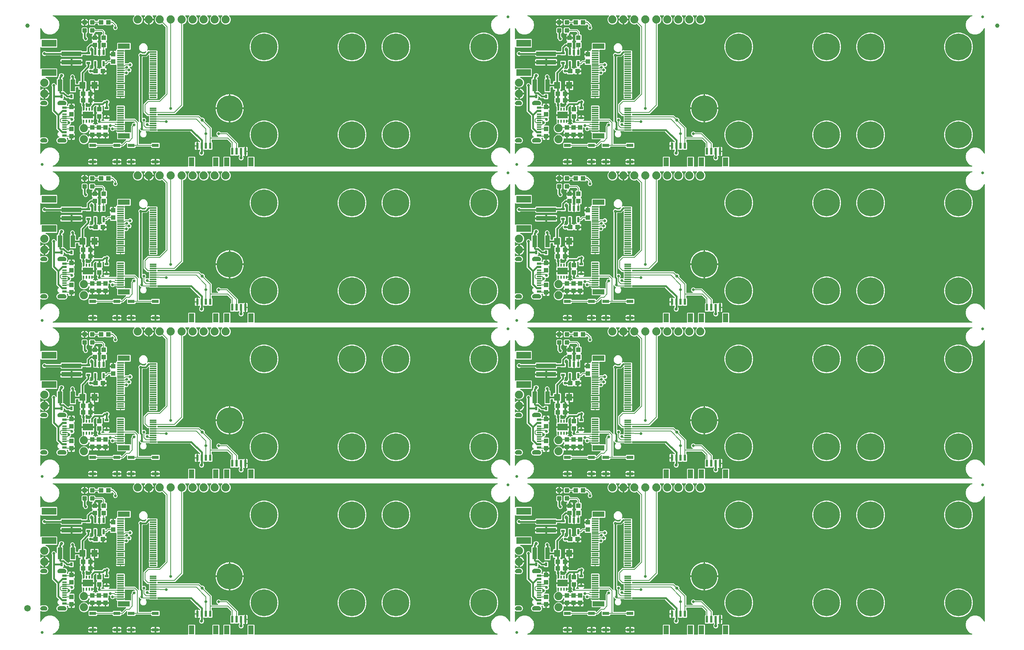
<source format=gtl>
G04 EAGLE Gerber RS-274X export*
G75*
%MOMM*%
%FSLAX34Y34*%
%LPD*%
%INTop Copper*%
%IPPOS*%
%AMOC8*
5,1,8,0,0,1.08239X$1,22.5*%
G01*
%ADD10R,1.000000X0.300000*%
%ADD11R,1.000000X0.600000*%
%ADD12C,0.755600*%
%ADD13R,1.000000X1.100000*%
%ADD14C,0.635000*%
%ADD15R,1.524000X0.762000*%
%ADD16C,6.000000*%
%ADD17R,1.100000X1.000000*%
%ADD18C,0.300000*%
%ADD19R,1.550000X0.300000*%
%ADD20R,2.750000X1.200000*%
%ADD21R,1.200000X2.000000*%
%ADD22R,0.600000X1.350000*%
%ADD23R,4.600000X1.000000*%
%ADD24R,3.400000X1.600000*%
%ADD25R,0.300000X0.650000*%
%ADD26R,2.350000X1.600000*%
%ADD27R,1.400000X1.600000*%
%ADD28C,1.879600*%
%ADD29R,0.830000X0.630000*%
%ADD30R,1.000000X2.800000*%
%ADD31R,0.550000X1.200000*%
%ADD32R,0.630000X0.830000*%
%ADD33R,0.600000X1.550000*%
%ADD34C,6.197600*%
%ADD35C,1.000000*%
%ADD36C,1.500000*%
%ADD37C,0.203200*%
%ADD38C,0.660400*%
%ADD39C,0.406400*%
%ADD40C,0.736600*%

G36*
X344010Y363737D02*
X344010Y363737D01*
X344068Y363735D01*
X344150Y363757D01*
X344234Y363769D01*
X344287Y363792D01*
X344343Y363807D01*
X344416Y363850D01*
X344493Y363885D01*
X344538Y363923D01*
X344588Y363952D01*
X344646Y364014D01*
X344710Y364068D01*
X344742Y364117D01*
X344782Y364160D01*
X344821Y364235D01*
X344868Y364305D01*
X344885Y364361D01*
X344912Y364413D01*
X344923Y364481D01*
X344953Y364576D01*
X344956Y364676D01*
X344967Y364744D01*
X344967Y385572D01*
X346158Y386763D01*
X359842Y386763D01*
X361033Y385572D01*
X361033Y364744D01*
X361041Y364686D01*
X361039Y364628D01*
X361061Y364546D01*
X361073Y364462D01*
X361096Y364409D01*
X361111Y364353D01*
X361154Y364280D01*
X361189Y364203D01*
X361227Y364158D01*
X361256Y364108D01*
X361318Y364050D01*
X361372Y363986D01*
X361421Y363954D01*
X361464Y363914D01*
X361539Y363875D01*
X361609Y363828D01*
X361665Y363811D01*
X361717Y363784D01*
X361785Y363773D01*
X361880Y363743D01*
X361980Y363740D01*
X362048Y363729D01*
X399952Y363729D01*
X400010Y363737D01*
X400068Y363735D01*
X400150Y363757D01*
X400234Y363769D01*
X400287Y363792D01*
X400343Y363807D01*
X400416Y363850D01*
X400493Y363885D01*
X400538Y363923D01*
X400588Y363952D01*
X400646Y364014D01*
X400710Y364068D01*
X400742Y364117D01*
X400782Y364160D01*
X400821Y364235D01*
X400868Y364305D01*
X400885Y364361D01*
X400912Y364413D01*
X400923Y364481D01*
X400953Y364576D01*
X400956Y364676D01*
X400967Y364744D01*
X400967Y385572D01*
X402158Y386763D01*
X415842Y386763D01*
X417033Y385572D01*
X417033Y364744D01*
X417041Y364686D01*
X417039Y364628D01*
X417061Y364546D01*
X417073Y364462D01*
X417096Y364409D01*
X417111Y364353D01*
X417154Y364280D01*
X417189Y364203D01*
X417227Y364158D01*
X417256Y364108D01*
X417318Y364050D01*
X417372Y363986D01*
X417421Y363954D01*
X417464Y363914D01*
X417539Y363875D01*
X417609Y363828D01*
X417665Y363811D01*
X417717Y363784D01*
X417785Y363773D01*
X417880Y363743D01*
X417980Y363740D01*
X418048Y363729D01*
X425012Y363729D01*
X425070Y363737D01*
X425128Y363735D01*
X425210Y363757D01*
X425294Y363769D01*
X425347Y363792D01*
X425403Y363807D01*
X425476Y363850D01*
X425553Y363885D01*
X425598Y363923D01*
X425648Y363952D01*
X425706Y364014D01*
X425770Y364068D01*
X425802Y364117D01*
X425842Y364160D01*
X425881Y364235D01*
X425928Y364305D01*
X425945Y364361D01*
X425972Y364413D01*
X425983Y364481D01*
X426013Y364576D01*
X426016Y364676D01*
X426027Y364744D01*
X426027Y385242D01*
X427218Y386433D01*
X440902Y386433D01*
X442093Y385242D01*
X442093Y364744D01*
X442101Y364686D01*
X442099Y364628D01*
X442121Y364546D01*
X442133Y364462D01*
X442156Y364409D01*
X442171Y364353D01*
X442214Y364280D01*
X442249Y364203D01*
X442287Y364158D01*
X442316Y364108D01*
X442378Y364050D01*
X442432Y363986D01*
X442481Y363954D01*
X442524Y363914D01*
X442599Y363875D01*
X442669Y363828D01*
X442725Y363811D01*
X442777Y363784D01*
X442845Y363773D01*
X442940Y363743D01*
X443040Y363740D01*
X443108Y363729D01*
X481012Y363729D01*
X481070Y363737D01*
X481128Y363735D01*
X481210Y363757D01*
X481294Y363769D01*
X481347Y363792D01*
X481403Y363807D01*
X481476Y363850D01*
X481553Y363885D01*
X481598Y363923D01*
X481648Y363952D01*
X481706Y364014D01*
X481770Y364068D01*
X481802Y364117D01*
X481842Y364160D01*
X481881Y364235D01*
X481928Y364305D01*
X481945Y364361D01*
X481972Y364413D01*
X481983Y364481D01*
X482013Y364576D01*
X482016Y364676D01*
X482027Y364744D01*
X482027Y385242D01*
X483218Y386433D01*
X496902Y386433D01*
X498093Y385242D01*
X498093Y364744D01*
X498101Y364686D01*
X498099Y364628D01*
X498121Y364546D01*
X498133Y364462D01*
X498156Y364409D01*
X498171Y364353D01*
X498214Y364280D01*
X498249Y364203D01*
X498287Y364158D01*
X498316Y364108D01*
X498378Y364050D01*
X498432Y363986D01*
X498481Y363954D01*
X498524Y363914D01*
X498599Y363875D01*
X498669Y363828D01*
X498725Y363811D01*
X498777Y363784D01*
X498845Y363773D01*
X498940Y363743D01*
X499040Y363740D01*
X499108Y363729D01*
X1059325Y363729D01*
X1059432Y363744D01*
X1059539Y363752D01*
X1059572Y363764D01*
X1059606Y363769D01*
X1059705Y363813D01*
X1059806Y363850D01*
X1059834Y363871D01*
X1059866Y363885D01*
X1059948Y363955D01*
X1060035Y364018D01*
X1060056Y364046D01*
X1060083Y364068D01*
X1060142Y364158D01*
X1060208Y364244D01*
X1060221Y364276D01*
X1060240Y364305D01*
X1060273Y364408D01*
X1060312Y364508D01*
X1060316Y364543D01*
X1060326Y364576D01*
X1060329Y364684D01*
X1060339Y364791D01*
X1060333Y364826D01*
X1060333Y364860D01*
X1060306Y364965D01*
X1060286Y365071D01*
X1060270Y365102D01*
X1060262Y365135D01*
X1060207Y365228D01*
X1060158Y365324D01*
X1060134Y365350D01*
X1060116Y365380D01*
X1060038Y365454D01*
X1059964Y365533D01*
X1059937Y365548D01*
X1059909Y365574D01*
X1059718Y365672D01*
X1059672Y365698D01*
X1055838Y367093D01*
X1050005Y371988D01*
X1046198Y378582D01*
X1044876Y386080D01*
X1046198Y393578D01*
X1050005Y400172D01*
X1055838Y405067D01*
X1062993Y407671D01*
X1070607Y407671D01*
X1077762Y405067D01*
X1083595Y400172D01*
X1087257Y393829D01*
X1087269Y393814D01*
X1087277Y393796D01*
X1087356Y393702D01*
X1087432Y393605D01*
X1087448Y393594D01*
X1087461Y393579D01*
X1087563Y393511D01*
X1087662Y393439D01*
X1087681Y393432D01*
X1087697Y393421D01*
X1087814Y393384D01*
X1087930Y393343D01*
X1087950Y393341D01*
X1087968Y393336D01*
X1088091Y393332D01*
X1088214Y393325D01*
X1088233Y393329D01*
X1088252Y393328D01*
X1088371Y393359D01*
X1088491Y393386D01*
X1088509Y393395D01*
X1088527Y393400D01*
X1088633Y393463D01*
X1088741Y393522D01*
X1088755Y393535D01*
X1088772Y393545D01*
X1088856Y393635D01*
X1088943Y393721D01*
X1088953Y393738D01*
X1088966Y393753D01*
X1089022Y393862D01*
X1089082Y393969D01*
X1089087Y393988D01*
X1089096Y394006D01*
X1089108Y394078D01*
X1089147Y394246D01*
X1089145Y394297D01*
X1089151Y394337D01*
X1089151Y682623D01*
X1089149Y682643D01*
X1089151Y682662D01*
X1089129Y682783D01*
X1089111Y682905D01*
X1089103Y682922D01*
X1089100Y682942D01*
X1089045Y683052D01*
X1088995Y683164D01*
X1088983Y683179D01*
X1088974Y683197D01*
X1088891Y683287D01*
X1088812Y683381D01*
X1088795Y683392D01*
X1088782Y683406D01*
X1088677Y683471D01*
X1088575Y683539D01*
X1088556Y683545D01*
X1088540Y683555D01*
X1088421Y683587D01*
X1088304Y683624D01*
X1088284Y683625D01*
X1088265Y683630D01*
X1088143Y683629D01*
X1088020Y683632D01*
X1088001Y683627D01*
X1087981Y683626D01*
X1087863Y683591D01*
X1087745Y683560D01*
X1087728Y683550D01*
X1087709Y683544D01*
X1087606Y683477D01*
X1087500Y683415D01*
X1087487Y683400D01*
X1087470Y683390D01*
X1087424Y683333D01*
X1087306Y683207D01*
X1087282Y683162D01*
X1087257Y683131D01*
X1083595Y676788D01*
X1077762Y671893D01*
X1070607Y669289D01*
X1062993Y669289D01*
X1055838Y671893D01*
X1050005Y676788D01*
X1046198Y683382D01*
X1044876Y690880D01*
X1046198Y698378D01*
X1050005Y704972D01*
X1055838Y709867D01*
X1059672Y711262D01*
X1059767Y711313D01*
X1059866Y711357D01*
X1059892Y711379D01*
X1059923Y711396D01*
X1060000Y711471D01*
X1060083Y711541D01*
X1060102Y711569D01*
X1060127Y711594D01*
X1060181Y711687D01*
X1060240Y711777D01*
X1060251Y711810D01*
X1060268Y711840D01*
X1060294Y711945D01*
X1060326Y712048D01*
X1060327Y712083D01*
X1060335Y712117D01*
X1060331Y712224D01*
X1060333Y712332D01*
X1060325Y712366D01*
X1060323Y712401D01*
X1060289Y712503D01*
X1060262Y712607D01*
X1060244Y712637D01*
X1060233Y712670D01*
X1060171Y712759D01*
X1060116Y712852D01*
X1060091Y712876D01*
X1060071Y712904D01*
X1059988Y712972D01*
X1059909Y713046D01*
X1059878Y713062D01*
X1059851Y713084D01*
X1059752Y713127D01*
X1059656Y713176D01*
X1059625Y713181D01*
X1059590Y713196D01*
X1059377Y713222D01*
X1059325Y713231D01*
X440765Y713231D01*
X440736Y713227D01*
X440707Y713230D01*
X440596Y713207D01*
X440484Y713191D01*
X440457Y713179D01*
X440428Y713174D01*
X440328Y713121D01*
X440224Y713075D01*
X440202Y713056D01*
X440176Y713043D01*
X440094Y712965D01*
X440007Y712892D01*
X439991Y712867D01*
X439970Y712847D01*
X439913Y712749D01*
X439850Y712655D01*
X439841Y712627D01*
X439826Y712602D01*
X439798Y712492D01*
X439764Y712384D01*
X439763Y712354D01*
X439756Y712326D01*
X439760Y712213D01*
X439757Y712100D01*
X439764Y712071D01*
X439765Y712042D01*
X439800Y711934D01*
X439828Y711825D01*
X439843Y711799D01*
X439852Y711771D01*
X439898Y711707D01*
X439974Y711580D01*
X440019Y711537D01*
X440047Y711498D01*
X441491Y710055D01*
X443231Y705854D01*
X443231Y701306D01*
X441490Y697105D01*
X438275Y693890D01*
X434074Y692149D01*
X429526Y692149D01*
X425325Y693890D01*
X422110Y697105D01*
X420369Y701306D01*
X420369Y705854D01*
X422109Y710055D01*
X423553Y711498D01*
X423570Y711522D01*
X423593Y711541D01*
X423655Y711635D01*
X423724Y711725D01*
X423734Y711753D01*
X423750Y711777D01*
X423784Y711885D01*
X423825Y711991D01*
X423827Y712020D01*
X423836Y712048D01*
X423839Y712162D01*
X423848Y712274D01*
X423843Y712303D01*
X423843Y712332D01*
X423815Y712442D01*
X423792Y712553D01*
X423779Y712579D01*
X423772Y712607D01*
X423714Y712705D01*
X423661Y712805D01*
X423641Y712827D01*
X423626Y712852D01*
X423544Y712929D01*
X423466Y713011D01*
X423440Y713026D01*
X423419Y713046D01*
X423318Y713098D01*
X423220Y713155D01*
X423192Y713162D01*
X423166Y713176D01*
X423088Y713189D01*
X422945Y713225D01*
X422882Y713223D01*
X422835Y713231D01*
X415365Y713231D01*
X415336Y713227D01*
X415307Y713230D01*
X415196Y713207D01*
X415084Y713191D01*
X415057Y713179D01*
X415028Y713174D01*
X414928Y713121D01*
X414824Y713075D01*
X414802Y713056D01*
X414776Y713043D01*
X414694Y712965D01*
X414607Y712892D01*
X414591Y712867D01*
X414570Y712847D01*
X414513Y712749D01*
X414450Y712655D01*
X414441Y712627D01*
X414426Y712602D01*
X414398Y712492D01*
X414364Y712384D01*
X414363Y712354D01*
X414356Y712326D01*
X414360Y712213D01*
X414357Y712100D01*
X414364Y712071D01*
X414365Y712042D01*
X414400Y711934D01*
X414428Y711825D01*
X414443Y711799D01*
X414452Y711771D01*
X414498Y711707D01*
X414574Y711580D01*
X414619Y711537D01*
X414647Y711498D01*
X416091Y710055D01*
X417831Y705854D01*
X417831Y701306D01*
X416090Y697105D01*
X412875Y693890D01*
X408674Y692149D01*
X404126Y692149D01*
X399925Y693890D01*
X396710Y697105D01*
X394969Y701306D01*
X394969Y705854D01*
X396709Y710055D01*
X398153Y711498D01*
X398170Y711522D01*
X398193Y711541D01*
X398255Y711635D01*
X398324Y711725D01*
X398334Y711753D01*
X398350Y711777D01*
X398384Y711885D01*
X398425Y711991D01*
X398427Y712020D01*
X398436Y712048D01*
X398439Y712162D01*
X398448Y712274D01*
X398443Y712303D01*
X398443Y712332D01*
X398415Y712442D01*
X398392Y712553D01*
X398379Y712579D01*
X398372Y712607D01*
X398314Y712705D01*
X398261Y712805D01*
X398241Y712827D01*
X398226Y712852D01*
X398144Y712929D01*
X398066Y713011D01*
X398040Y713026D01*
X398019Y713046D01*
X397918Y713098D01*
X397820Y713155D01*
X397792Y713162D01*
X397766Y713176D01*
X397688Y713189D01*
X397545Y713225D01*
X397482Y713223D01*
X397435Y713231D01*
X389965Y713231D01*
X389936Y713227D01*
X389907Y713230D01*
X389796Y713207D01*
X389684Y713191D01*
X389657Y713179D01*
X389628Y713174D01*
X389528Y713121D01*
X389424Y713075D01*
X389402Y713056D01*
X389376Y713043D01*
X389294Y712965D01*
X389207Y712892D01*
X389191Y712867D01*
X389170Y712847D01*
X389113Y712749D01*
X389050Y712655D01*
X389041Y712627D01*
X389026Y712602D01*
X388998Y712492D01*
X388964Y712384D01*
X388963Y712354D01*
X388956Y712326D01*
X388960Y712213D01*
X388957Y712100D01*
X388964Y712071D01*
X388965Y712042D01*
X389000Y711934D01*
X389028Y711825D01*
X389043Y711799D01*
X389052Y711771D01*
X389098Y711707D01*
X389174Y711580D01*
X389219Y711537D01*
X389247Y711498D01*
X390691Y710055D01*
X392431Y705854D01*
X392431Y701306D01*
X390690Y697105D01*
X387475Y693890D01*
X383274Y692149D01*
X378726Y692149D01*
X374525Y693890D01*
X371310Y697105D01*
X369569Y701306D01*
X369569Y705854D01*
X371309Y710055D01*
X372753Y711498D01*
X372770Y711522D01*
X372793Y711541D01*
X372855Y711635D01*
X372924Y711725D01*
X372934Y711753D01*
X372950Y711777D01*
X372984Y711885D01*
X373025Y711991D01*
X373027Y712020D01*
X373036Y712048D01*
X373039Y712162D01*
X373048Y712274D01*
X373043Y712303D01*
X373043Y712332D01*
X373015Y712442D01*
X372992Y712553D01*
X372979Y712579D01*
X372972Y712607D01*
X372914Y712705D01*
X372861Y712805D01*
X372841Y712827D01*
X372826Y712852D01*
X372744Y712929D01*
X372666Y713011D01*
X372640Y713026D01*
X372619Y713046D01*
X372518Y713098D01*
X372420Y713155D01*
X372392Y713162D01*
X372366Y713176D01*
X372288Y713189D01*
X372145Y713225D01*
X372082Y713223D01*
X372035Y713231D01*
X364565Y713231D01*
X364536Y713227D01*
X364507Y713230D01*
X364396Y713207D01*
X364284Y713191D01*
X364257Y713179D01*
X364228Y713174D01*
X364128Y713121D01*
X364024Y713075D01*
X364002Y713056D01*
X363976Y713043D01*
X363894Y712965D01*
X363807Y712892D01*
X363791Y712867D01*
X363770Y712847D01*
X363713Y712749D01*
X363650Y712655D01*
X363641Y712627D01*
X363626Y712602D01*
X363598Y712492D01*
X363564Y712384D01*
X363563Y712354D01*
X363556Y712326D01*
X363560Y712213D01*
X363557Y712100D01*
X363564Y712071D01*
X363565Y712042D01*
X363600Y711934D01*
X363628Y711825D01*
X363643Y711799D01*
X363652Y711771D01*
X363698Y711707D01*
X363774Y711580D01*
X363819Y711537D01*
X363847Y711498D01*
X365291Y710055D01*
X367031Y705854D01*
X367031Y701306D01*
X365290Y697105D01*
X362075Y693890D01*
X357874Y692149D01*
X353326Y692149D01*
X349125Y693890D01*
X345910Y697105D01*
X344169Y701306D01*
X344169Y705854D01*
X345909Y710055D01*
X347353Y711498D01*
X347370Y711522D01*
X347393Y711541D01*
X347455Y711635D01*
X347524Y711725D01*
X347534Y711753D01*
X347550Y711777D01*
X347584Y711885D01*
X347625Y711991D01*
X347627Y712020D01*
X347636Y712048D01*
X347639Y712162D01*
X347648Y712274D01*
X347643Y712303D01*
X347643Y712332D01*
X347615Y712442D01*
X347592Y712553D01*
X347579Y712579D01*
X347572Y712607D01*
X347514Y712705D01*
X347461Y712805D01*
X347441Y712827D01*
X347426Y712852D01*
X347344Y712929D01*
X347266Y713011D01*
X347240Y713026D01*
X347219Y713046D01*
X347118Y713098D01*
X347020Y713155D01*
X346992Y713162D01*
X346966Y713176D01*
X346888Y713189D01*
X346745Y713225D01*
X346682Y713223D01*
X346635Y713231D01*
X339165Y713231D01*
X339136Y713227D01*
X339107Y713230D01*
X338996Y713207D01*
X338884Y713191D01*
X338857Y713179D01*
X338828Y713174D01*
X338728Y713121D01*
X338624Y713075D01*
X338602Y713056D01*
X338576Y713043D01*
X338494Y712965D01*
X338407Y712892D01*
X338391Y712867D01*
X338370Y712847D01*
X338313Y712749D01*
X338250Y712655D01*
X338241Y712627D01*
X338226Y712602D01*
X338198Y712492D01*
X338164Y712384D01*
X338163Y712354D01*
X338156Y712326D01*
X338160Y712213D01*
X338157Y712100D01*
X338164Y712071D01*
X338165Y712042D01*
X338200Y711934D01*
X338228Y711825D01*
X338243Y711799D01*
X338252Y711771D01*
X338298Y711707D01*
X338374Y711580D01*
X338419Y711537D01*
X338447Y711498D01*
X339891Y710055D01*
X341631Y705854D01*
X341631Y701306D01*
X339890Y697105D01*
X336675Y693890D01*
X333875Y692730D01*
X333874Y692729D01*
X333873Y692729D01*
X333754Y692658D01*
X333631Y692585D01*
X333630Y692584D01*
X333628Y692583D01*
X333531Y692480D01*
X333435Y692379D01*
X333435Y692377D01*
X333434Y692376D01*
X333369Y692250D01*
X333305Y692126D01*
X333305Y692124D01*
X333304Y692123D01*
X333302Y692108D01*
X333250Y691847D01*
X333253Y691817D01*
X333249Y691792D01*
X333249Y504197D01*
X314483Y485431D01*
X274848Y485431D01*
X274790Y485423D01*
X274732Y485425D01*
X274650Y485403D01*
X274566Y485391D01*
X274513Y485368D01*
X274457Y485353D01*
X274384Y485310D01*
X274307Y485275D01*
X274262Y485237D01*
X274212Y485208D01*
X274154Y485146D01*
X274090Y485092D01*
X274058Y485043D01*
X274018Y485000D01*
X273979Y484925D01*
X273932Y484855D01*
X273915Y484799D01*
X273888Y484747D01*
X273877Y484679D01*
X273847Y484584D01*
X273844Y484484D01*
X273833Y484416D01*
X273833Y482854D01*
X273841Y482796D01*
X273839Y482738D01*
X273861Y482656D01*
X273873Y482572D01*
X273896Y482519D01*
X273911Y482463D01*
X273954Y482390D01*
X273989Y482313D01*
X274027Y482268D01*
X274056Y482218D01*
X274118Y482160D01*
X274172Y482096D01*
X274221Y482064D01*
X274264Y482024D01*
X274339Y481985D01*
X274409Y481938D01*
X274465Y481921D01*
X274517Y481894D01*
X274585Y481883D01*
X274680Y481853D01*
X274780Y481850D01*
X274848Y481839D01*
X370833Y481839D01*
X375488Y477183D01*
X375558Y477131D01*
X375622Y477071D01*
X375672Y477045D01*
X375716Y477012D01*
X375797Y476981D01*
X375875Y476941D01*
X375923Y476933D01*
X375981Y476911D01*
X376129Y476899D01*
X376206Y476886D01*
X378327Y476886D01*
X380428Y476016D01*
X382036Y474408D01*
X382906Y472307D01*
X382906Y470186D01*
X382918Y470100D01*
X382921Y470012D01*
X382938Y469960D01*
X382946Y469905D01*
X382981Y469825D01*
X383008Y469742D01*
X383036Y469703D01*
X383062Y469645D01*
X383158Y469532D01*
X383203Y469468D01*
X399049Y453623D01*
X399049Y433324D01*
X399057Y433266D01*
X399055Y433208D01*
X399077Y433126D01*
X399089Y433042D01*
X399112Y432989D01*
X399127Y432933D01*
X399170Y432860D01*
X399205Y432783D01*
X399243Y432738D01*
X399272Y432688D01*
X399334Y432630D01*
X399388Y432566D01*
X399437Y432534D01*
X399480Y432494D01*
X399555Y432455D01*
X399625Y432408D01*
X399681Y432391D01*
X399733Y432364D01*
X399801Y432353D01*
X399896Y432323D01*
X399996Y432320D01*
X400064Y432309D01*
X413414Y432309D01*
X413499Y432321D01*
X413585Y432323D01*
X413639Y432341D01*
X413695Y432349D01*
X413774Y432384D01*
X413856Y432410D01*
X413903Y432442D01*
X413955Y432465D01*
X414020Y432520D01*
X414092Y432568D01*
X414128Y432612D01*
X414172Y432648D01*
X414219Y432720D01*
X414275Y432786D01*
X414298Y432838D01*
X414329Y432885D01*
X414355Y432967D01*
X414390Y433046D01*
X414398Y433102D01*
X414415Y433156D01*
X414417Y433242D01*
X414429Y433327D01*
X414421Y433383D01*
X414422Y433440D01*
X414401Y433523D01*
X414388Y433608D01*
X414365Y433660D01*
X414351Y433715D01*
X414307Y433789D01*
X414271Y433868D01*
X414234Y433911D01*
X414205Y433960D01*
X414143Y434019D01*
X414087Y434084D01*
X414045Y434110D01*
X413998Y434154D01*
X413869Y434220D01*
X413802Y434262D01*
X412268Y434897D01*
X410767Y436398D01*
X409955Y438359D01*
X409955Y440481D01*
X410767Y442442D01*
X412268Y443943D01*
X414229Y444755D01*
X416351Y444755D01*
X418312Y443943D01*
X419488Y442766D01*
X419558Y442714D01*
X419622Y442654D01*
X419671Y442628D01*
X419716Y442595D01*
X419797Y442564D01*
X419875Y442524D01*
X419923Y442516D01*
X419981Y442494D01*
X420129Y442482D01*
X420206Y442469D01*
X435603Y442469D01*
X460109Y417963D01*
X460109Y409448D01*
X460117Y409390D01*
X460115Y409332D01*
X460137Y409250D01*
X460149Y409166D01*
X460172Y409113D01*
X460187Y409057D01*
X460230Y408984D01*
X460265Y408907D01*
X460303Y408862D01*
X460332Y408812D01*
X460394Y408754D01*
X460448Y408690D01*
X460497Y408658D01*
X460540Y408618D01*
X460615Y408579D01*
X460685Y408532D01*
X460741Y408515D01*
X460793Y408488D01*
X460857Y408477D01*
X461342Y407993D01*
X461389Y407958D01*
X461429Y407915D01*
X461502Y407872D01*
X461569Y407822D01*
X461624Y407801D01*
X461674Y407771D01*
X461756Y407750D01*
X461835Y407720D01*
X461893Y407716D01*
X461950Y407701D01*
X462034Y407704D01*
X462118Y407697D01*
X462176Y407708D01*
X462234Y407710D01*
X462314Y407736D01*
X462397Y407753D01*
X462449Y407780D01*
X462505Y407798D01*
X462561Y407838D01*
X462649Y407884D01*
X462722Y407952D01*
X462778Y407993D01*
X463218Y408433D01*
X470902Y408433D01*
X470983Y408352D01*
X471030Y408317D01*
X471070Y408274D01*
X471143Y408232D01*
X471210Y408181D01*
X471265Y408160D01*
X471315Y408130D01*
X471397Y408110D01*
X471476Y408080D01*
X471534Y408075D01*
X471591Y408060D01*
X471675Y408063D01*
X471759Y408056D01*
X471816Y408068D01*
X471875Y408069D01*
X471955Y408095D01*
X472038Y408112D01*
X472090Y408139D01*
X472145Y408157D01*
X472202Y408197D01*
X472290Y408243D01*
X472362Y408312D01*
X472419Y408352D01*
X472500Y408433D01*
X473079Y408768D01*
X473726Y408941D01*
X475561Y408941D01*
X475561Y399134D01*
X475569Y399076D01*
X475567Y399018D01*
X475589Y398936D01*
X475601Y398853D01*
X475624Y398799D01*
X475639Y398743D01*
X475682Y398670D01*
X475691Y398651D01*
X475660Y398605D01*
X475643Y398549D01*
X475616Y398497D01*
X475605Y398429D01*
X475575Y398334D01*
X475572Y398234D01*
X475561Y398166D01*
X475561Y388359D01*
X473726Y388359D01*
X473149Y388514D01*
X473129Y388516D01*
X473111Y388523D01*
X472989Y388533D01*
X472866Y388548D01*
X472847Y388545D01*
X472827Y388547D01*
X472707Y388523D01*
X472586Y388503D01*
X472568Y388495D01*
X472549Y388491D01*
X472439Y388434D01*
X472329Y388382D01*
X472314Y388369D01*
X472296Y388360D01*
X472207Y388275D01*
X472115Y388194D01*
X472105Y388178D01*
X472090Y388164D01*
X472028Y388058D01*
X471962Y387955D01*
X471957Y387936D01*
X471947Y387919D01*
X471916Y387800D01*
X471882Y387682D01*
X471881Y387662D01*
X471877Y387643D01*
X471880Y387520D01*
X471880Y387398D01*
X471885Y387379D01*
X471886Y387359D01*
X471924Y387242D01*
X471957Y387124D01*
X471967Y387107D01*
X471973Y387089D01*
X472016Y387028D01*
X472107Y386882D01*
X472145Y386848D01*
X472168Y386815D01*
X472206Y386778D01*
X473076Y384677D01*
X473076Y382403D01*
X472206Y380302D01*
X470598Y378694D01*
X468497Y377824D01*
X466223Y377824D01*
X464122Y378694D01*
X462514Y380302D01*
X461644Y382403D01*
X461644Y384677D01*
X462514Y386778D01*
X462998Y387261D01*
X463050Y387331D01*
X463110Y387395D01*
X463136Y387444D01*
X463169Y387488D01*
X463200Y387570D01*
X463240Y387648D01*
X463248Y387696D01*
X463270Y387754D01*
X463282Y387902D01*
X463295Y387979D01*
X463295Y388369D01*
X463283Y388456D01*
X463280Y388543D01*
X463263Y388596D01*
X463255Y388651D01*
X463220Y388731D01*
X463193Y388814D01*
X463165Y388853D01*
X463139Y388910D01*
X463043Y389023D01*
X462998Y389087D01*
X462778Y389307D01*
X462731Y389343D01*
X462691Y389385D01*
X462618Y389428D01*
X462551Y389478D01*
X462496Y389499D01*
X462446Y389529D01*
X462364Y389549D01*
X462285Y389579D01*
X462227Y389584D01*
X462170Y389599D01*
X462086Y389596D01*
X462002Y389603D01*
X461944Y389592D01*
X461886Y389590D01*
X461806Y389564D01*
X461723Y389547D01*
X461671Y389520D01*
X461615Y389502D01*
X461559Y389462D01*
X461471Y389416D01*
X461398Y389347D01*
X461342Y389307D01*
X460902Y388867D01*
X453218Y388867D01*
X452778Y389307D01*
X452731Y389343D01*
X452691Y389385D01*
X452618Y389428D01*
X452551Y389478D01*
X452496Y389499D01*
X452446Y389529D01*
X452364Y389549D01*
X452285Y389580D01*
X452227Y389584D01*
X452170Y389599D01*
X452086Y389596D01*
X452002Y389603D01*
X451944Y389592D01*
X451886Y389590D01*
X451806Y389564D01*
X451723Y389547D01*
X451671Y389520D01*
X451615Y389502D01*
X451559Y389462D01*
X451471Y389416D01*
X451398Y389347D01*
X451342Y389307D01*
X450902Y388867D01*
X443218Y388867D01*
X442027Y390058D01*
X442027Y407242D01*
X443255Y408469D01*
X443278Y408473D01*
X443331Y408496D01*
X443387Y408511D01*
X443460Y408554D01*
X443537Y408589D01*
X443582Y408627D01*
X443632Y408656D01*
X443690Y408718D01*
X443754Y408772D01*
X443786Y408821D01*
X443826Y408864D01*
X443865Y408939D01*
X443912Y409009D01*
X443929Y409065D01*
X443956Y409117D01*
X443967Y409185D01*
X443997Y409280D01*
X444000Y409380D01*
X444011Y409448D01*
X444011Y417397D01*
X443999Y417483D01*
X443996Y417571D01*
X443979Y417623D01*
X443971Y417678D01*
X443936Y417758D01*
X443909Y417841D01*
X443881Y417880D01*
X443855Y417938D01*
X443759Y418051D01*
X443714Y418115D01*
X435915Y425914D01*
X435845Y425966D01*
X435781Y426026D01*
X435731Y426052D01*
X435687Y426085D01*
X435606Y426116D01*
X435528Y426156D01*
X435480Y426164D01*
X435422Y426186D01*
X435274Y426198D01*
X435197Y426211D01*
X400064Y426211D01*
X400006Y426203D01*
X399948Y426205D01*
X399866Y426183D01*
X399782Y426171D01*
X399729Y426148D01*
X399673Y426133D01*
X399600Y426090D01*
X399523Y426055D01*
X399478Y426017D01*
X399428Y425988D01*
X399370Y425926D01*
X399306Y425872D01*
X399274Y425823D01*
X399234Y425780D01*
X399195Y425705D01*
X399148Y425635D01*
X399131Y425579D01*
X399104Y425527D01*
X399093Y425459D01*
X399063Y425364D01*
X399060Y425264D01*
X399049Y425196D01*
X399049Y421278D01*
X399057Y421220D01*
X399055Y421162D01*
X399077Y421080D01*
X399089Y420996D01*
X399112Y420943D01*
X399127Y420887D01*
X399170Y420814D01*
X399205Y420737D01*
X399243Y420692D01*
X399272Y420642D01*
X399334Y420584D01*
X399388Y420520D01*
X399437Y420488D01*
X399480Y420448D01*
X399555Y420409D01*
X399625Y420362D01*
X399681Y420345D01*
X399733Y420318D01*
X399797Y420307D01*
X401033Y419072D01*
X401033Y403888D01*
X399842Y402697D01*
X392158Y402697D01*
X391718Y403137D01*
X391671Y403172D01*
X391631Y403215D01*
X391558Y403258D01*
X391491Y403308D01*
X391436Y403329D01*
X391386Y403359D01*
X391304Y403380D01*
X391225Y403410D01*
X391167Y403414D01*
X391110Y403429D01*
X391026Y403426D01*
X390942Y403433D01*
X390884Y403422D01*
X390826Y403420D01*
X390746Y403394D01*
X390663Y403377D01*
X390611Y403350D01*
X390555Y403332D01*
X390499Y403292D01*
X390411Y403246D01*
X390338Y403177D01*
X390282Y403137D01*
X389842Y402697D01*
X382158Y402697D01*
X381798Y403057D01*
X381774Y403075D01*
X381755Y403097D01*
X381700Y403135D01*
X381695Y403139D01*
X381688Y403142D01*
X381661Y403160D01*
X381571Y403228D01*
X381543Y403239D01*
X381519Y403255D01*
X381411Y403289D01*
X381305Y403330D01*
X381276Y403332D01*
X381248Y403341D01*
X381134Y403344D01*
X381022Y403353D01*
X380993Y403347D01*
X380964Y403348D01*
X380854Y403319D01*
X380743Y403297D01*
X380717Y403284D01*
X380689Y403276D01*
X380591Y403219D01*
X380491Y403166D01*
X380469Y403146D01*
X380444Y403131D01*
X380367Y403048D01*
X380285Y402970D01*
X380270Y402945D01*
X380250Y402924D01*
X380198Y402823D01*
X380141Y402725D01*
X380134Y402697D01*
X380120Y402671D01*
X380107Y402593D01*
X380071Y402450D01*
X380073Y402387D01*
X380065Y402340D01*
X380065Y399329D01*
X380077Y399242D01*
X380080Y399155D01*
X380097Y399102D01*
X380105Y399048D01*
X380140Y398968D01*
X380167Y398885D01*
X380195Y398845D01*
X380221Y398788D01*
X380317Y398675D01*
X380362Y398611D01*
X380766Y398208D01*
X381636Y396107D01*
X381636Y393833D01*
X380766Y391732D01*
X379158Y390124D01*
X377057Y389254D01*
X374783Y389254D01*
X372682Y390124D01*
X371074Y391732D01*
X370204Y393833D01*
X370204Y396107D01*
X371074Y398208D01*
X371638Y398771D01*
X371690Y398841D01*
X371750Y398905D01*
X371776Y398954D01*
X371809Y398998D01*
X371840Y399080D01*
X371880Y399158D01*
X371888Y399206D01*
X371910Y399264D01*
X371922Y399412D01*
X371935Y399489D01*
X371935Y401732D01*
X371930Y401771D01*
X371932Y401810D01*
X371910Y401911D01*
X371895Y402014D01*
X371879Y402050D01*
X371871Y402088D01*
X371822Y402179D01*
X371779Y402273D01*
X371754Y402303D01*
X371735Y402338D01*
X371662Y402411D01*
X371596Y402490D01*
X371563Y402512D01*
X371536Y402540D01*
X371445Y402590D01*
X371359Y402648D01*
X371322Y402660D01*
X371288Y402679D01*
X371187Y402702D01*
X371088Y402734D01*
X371049Y402735D01*
X371011Y402744D01*
X370907Y402738D01*
X370804Y402741D01*
X370766Y402731D01*
X370727Y402729D01*
X370654Y402702D01*
X370529Y402669D01*
X370465Y402631D01*
X370412Y402612D01*
X369981Y402362D01*
X369334Y402189D01*
X367499Y402189D01*
X367499Y410996D01*
X367491Y411054D01*
X367493Y411112D01*
X367471Y411194D01*
X367459Y411277D01*
X367436Y411331D01*
X367421Y411387D01*
X367378Y411460D01*
X367369Y411479D01*
X367400Y411525D01*
X367417Y411581D01*
X367444Y411633D01*
X367455Y411701D01*
X367485Y411796D01*
X367488Y411896D01*
X367499Y411964D01*
X367499Y420771D01*
X369334Y420771D01*
X369981Y420598D01*
X370412Y420348D01*
X370449Y420334D01*
X370481Y420312D01*
X370580Y420281D01*
X370676Y420242D01*
X370715Y420238D01*
X370752Y420226D01*
X370856Y420224D01*
X370959Y420213D01*
X370997Y420220D01*
X371036Y420219D01*
X371137Y420245D01*
X371239Y420264D01*
X371274Y420281D01*
X371311Y420291D01*
X371400Y420344D01*
X371493Y420390D01*
X371522Y420416D01*
X371556Y420436D01*
X371627Y420512D01*
X371703Y420582D01*
X371724Y420615D01*
X371750Y420643D01*
X371798Y420736D01*
X371852Y420824D01*
X371862Y420862D01*
X371880Y420896D01*
X371893Y420973D01*
X371927Y421098D01*
X371926Y421173D01*
X371935Y421228D01*
X371935Y421996D01*
X371923Y422082D01*
X371920Y422170D01*
X371903Y422222D01*
X371895Y422277D01*
X371860Y422357D01*
X371833Y422440D01*
X371805Y422480D01*
X371779Y422537D01*
X371683Y422650D01*
X371638Y422714D01*
X350234Y444118D01*
X350164Y444170D01*
X350100Y444230D01*
X350051Y444256D01*
X350007Y444289D01*
X349925Y444320D01*
X349847Y444360D01*
X349799Y444368D01*
X349741Y444390D01*
X349593Y444402D01*
X349516Y444415D01*
X273736Y444415D01*
X273502Y444650D01*
X273432Y444702D01*
X273368Y444762D01*
X273319Y444788D01*
X273274Y444821D01*
X273193Y444852D01*
X273115Y444892D01*
X273067Y444900D01*
X273009Y444922D01*
X272861Y444934D01*
X272784Y444947D01*
X255458Y444947D01*
X255271Y445134D01*
X255202Y445186D01*
X255138Y445246D01*
X255088Y445272D01*
X255044Y445305D01*
X254962Y445336D01*
X254885Y445376D01*
X254837Y445384D01*
X254779Y445406D01*
X254631Y445418D01*
X254553Y445431D01*
X247453Y445431D01*
X247424Y445427D01*
X247394Y445430D01*
X247283Y445407D01*
X247171Y445391D01*
X247144Y445379D01*
X247116Y445374D01*
X247015Y445321D01*
X246912Y445275D01*
X246889Y445256D01*
X246863Y445243D01*
X246781Y445165D01*
X246695Y445092D01*
X246678Y445067D01*
X246657Y445047D01*
X246600Y444949D01*
X246537Y444855D01*
X246528Y444827D01*
X246513Y444802D01*
X246486Y444692D01*
X246451Y444584D01*
X246451Y444554D01*
X246443Y444526D01*
X246447Y444413D01*
X246444Y444300D01*
X246451Y444271D01*
X246452Y444242D01*
X246487Y444134D01*
X246516Y444025D01*
X246531Y443999D01*
X246540Y443971D01*
X246586Y443907D01*
X246661Y443780D01*
X246707Y443737D01*
X246735Y443698D01*
X247686Y442747D01*
X248833Y439978D01*
X248833Y436982D01*
X247686Y434213D01*
X245567Y432094D01*
X242798Y430947D01*
X239802Y430947D01*
X237033Y432094D01*
X234914Y434213D01*
X233767Y436982D01*
X233767Y439978D01*
X234914Y442747D01*
X236185Y444018D01*
X236254Y444109D01*
X236328Y444198D01*
X236339Y444223D01*
X236356Y444245D01*
X236397Y444352D01*
X236443Y444457D01*
X236447Y444485D01*
X236457Y444511D01*
X236467Y444625D01*
X236482Y444739D01*
X236478Y444766D01*
X236481Y444794D01*
X236458Y444906D01*
X236442Y445020D01*
X236430Y445046D01*
X236425Y445073D01*
X236372Y445175D01*
X236325Y445279D01*
X236307Y445300D01*
X236294Y445325D01*
X236215Y445408D01*
X236140Y445496D01*
X236119Y445509D01*
X236098Y445531D01*
X235868Y445666D01*
X235856Y445674D01*
X234603Y446192D01*
X233102Y447693D01*
X232332Y449553D01*
X232288Y449627D01*
X232253Y449706D01*
X232216Y449749D01*
X232187Y449798D01*
X232125Y449857D01*
X232069Y449923D01*
X232022Y449954D01*
X231981Y449993D01*
X231904Y450032D01*
X231833Y450080D01*
X231779Y450097D01*
X231728Y450123D01*
X231644Y450140D01*
X231562Y450166D01*
X231505Y450167D01*
X231449Y450178D01*
X231364Y450171D01*
X231278Y450173D01*
X231223Y450159D01*
X231166Y450154D01*
X231086Y450123D01*
X231003Y450101D01*
X230954Y450072D01*
X230901Y450052D01*
X230832Y450000D01*
X230758Y449956D01*
X230719Y449915D01*
X230674Y449880D01*
X230622Y449812D01*
X230564Y449749D01*
X230538Y449698D01*
X230504Y449653D01*
X230473Y449572D01*
X230434Y449496D01*
X230426Y449447D01*
X230403Y449387D01*
X230392Y449242D01*
X230379Y449165D01*
X230379Y416814D01*
X230387Y416756D01*
X230385Y416698D01*
X230407Y416616D01*
X230419Y416532D01*
X230442Y416479D01*
X230457Y416423D01*
X230500Y416350D01*
X230535Y416273D01*
X230573Y416228D01*
X230602Y416178D01*
X230664Y416120D01*
X230718Y416056D01*
X230767Y416024D01*
X230810Y415984D01*
X230885Y415945D01*
X230955Y415898D01*
X231011Y415881D01*
X231063Y415854D01*
X231131Y415843D01*
X231226Y415813D01*
X231326Y415810D01*
X231394Y415799D01*
X258572Y415799D01*
X258630Y415807D01*
X258688Y415805D01*
X258770Y415827D01*
X258854Y415839D01*
X258907Y415862D01*
X258963Y415877D01*
X259036Y415920D01*
X259113Y415955D01*
X259158Y415993D01*
X259208Y416022D01*
X259266Y416084D01*
X259330Y416138D01*
X259362Y416187D01*
X259402Y416230D01*
X259441Y416305D01*
X259488Y416375D01*
X259505Y416431D01*
X259532Y416483D01*
X259543Y416551D01*
X259573Y416646D01*
X259576Y416746D01*
X259587Y416814D01*
X259587Y417402D01*
X260778Y418593D01*
X277702Y418593D01*
X278893Y417402D01*
X278893Y408098D01*
X277702Y406907D01*
X260778Y406907D01*
X259587Y408098D01*
X259587Y408686D01*
X259579Y408744D01*
X259581Y408802D01*
X259559Y408884D01*
X259547Y408968D01*
X259524Y409021D01*
X259509Y409077D01*
X259466Y409150D01*
X259431Y409227D01*
X259393Y409272D01*
X259364Y409322D01*
X259302Y409380D01*
X259248Y409444D01*
X259199Y409476D01*
X259156Y409516D01*
X259081Y409555D01*
X259011Y409602D01*
X258955Y409619D01*
X258903Y409646D01*
X258835Y409657D01*
X258740Y409687D01*
X258640Y409690D01*
X258572Y409701D01*
X224028Y409701D01*
X223970Y409693D01*
X223912Y409695D01*
X223830Y409673D01*
X223746Y409661D01*
X223693Y409638D01*
X223637Y409623D01*
X223564Y409580D01*
X223487Y409545D01*
X223442Y409507D01*
X223392Y409478D01*
X223334Y409416D01*
X223270Y409362D01*
X223238Y409313D01*
X223198Y409270D01*
X223159Y409195D01*
X223112Y409125D01*
X223095Y409069D01*
X223068Y409017D01*
X223057Y408949D01*
X223027Y408854D01*
X223024Y408754D01*
X223013Y408686D01*
X223013Y408098D01*
X221822Y406907D01*
X204898Y406907D01*
X203707Y408098D01*
X203707Y416796D01*
X203703Y416825D01*
X203706Y416854D01*
X203683Y416965D01*
X203667Y417078D01*
X203655Y417104D01*
X203650Y417133D01*
X203598Y417233D01*
X203551Y417337D01*
X203532Y417359D01*
X203519Y417385D01*
X203441Y417467D01*
X203368Y417554D01*
X203343Y417570D01*
X203323Y417591D01*
X203225Y417649D01*
X203131Y417712D01*
X203103Y417720D01*
X203078Y417735D01*
X202968Y417763D01*
X202860Y417797D01*
X202830Y417798D01*
X202802Y417805D01*
X202689Y417802D01*
X202576Y417805D01*
X202547Y417797D01*
X202518Y417796D01*
X202410Y417761D01*
X202301Y417733D01*
X202275Y417718D01*
X202247Y417709D01*
X202184Y417663D01*
X202056Y417588D01*
X202013Y417542D01*
X201974Y417514D01*
X194162Y409701D01*
X191008Y409701D01*
X190950Y409693D01*
X190892Y409695D01*
X190810Y409673D01*
X190726Y409661D01*
X190673Y409638D01*
X190617Y409623D01*
X190544Y409580D01*
X190467Y409545D01*
X190422Y409507D01*
X190372Y409478D01*
X190314Y409416D01*
X190250Y409362D01*
X190218Y409313D01*
X190178Y409270D01*
X190139Y409195D01*
X190092Y409125D01*
X190075Y409069D01*
X190048Y409017D01*
X190037Y408949D01*
X190007Y408854D01*
X190004Y408754D01*
X189993Y408686D01*
X189993Y408098D01*
X188802Y406907D01*
X171878Y406907D01*
X170687Y408098D01*
X170687Y408686D01*
X170679Y408744D01*
X170681Y408802D01*
X170659Y408884D01*
X170647Y408968D01*
X170624Y409021D01*
X170609Y409077D01*
X170566Y409150D01*
X170531Y409227D01*
X170493Y409272D01*
X170464Y409322D01*
X170402Y409380D01*
X170348Y409444D01*
X170299Y409476D01*
X170256Y409516D01*
X170181Y409555D01*
X170111Y409602D01*
X170055Y409619D01*
X170003Y409646D01*
X169935Y409657D01*
X169840Y409687D01*
X169740Y409690D01*
X169672Y409701D01*
X135128Y409701D01*
X135070Y409693D01*
X135012Y409695D01*
X134930Y409673D01*
X134846Y409661D01*
X134793Y409638D01*
X134737Y409623D01*
X134664Y409580D01*
X134587Y409545D01*
X134542Y409507D01*
X134492Y409478D01*
X134434Y409416D01*
X134370Y409362D01*
X134338Y409313D01*
X134298Y409270D01*
X134259Y409195D01*
X134212Y409125D01*
X134195Y409069D01*
X134168Y409017D01*
X134157Y408949D01*
X134127Y408854D01*
X134124Y408754D01*
X134113Y408686D01*
X134113Y408098D01*
X132922Y406907D01*
X115998Y406907D01*
X114807Y408098D01*
X114807Y417402D01*
X115998Y418593D01*
X132922Y418593D01*
X134113Y417402D01*
X134113Y416814D01*
X134121Y416756D01*
X134119Y416698D01*
X134141Y416616D01*
X134153Y416532D01*
X134176Y416479D01*
X134191Y416423D01*
X134234Y416350D01*
X134269Y416273D01*
X134307Y416228D01*
X134336Y416178D01*
X134398Y416120D01*
X134452Y416056D01*
X134501Y416024D01*
X134544Y415984D01*
X134619Y415945D01*
X134689Y415898D01*
X134745Y415881D01*
X134797Y415854D01*
X134865Y415843D01*
X134960Y415813D01*
X135060Y415810D01*
X135128Y415799D01*
X169672Y415799D01*
X169730Y415807D01*
X169788Y415805D01*
X169870Y415827D01*
X169954Y415839D01*
X170007Y415862D01*
X170063Y415877D01*
X170136Y415920D01*
X170213Y415955D01*
X170258Y415993D01*
X170308Y416022D01*
X170366Y416084D01*
X170430Y416138D01*
X170462Y416187D01*
X170502Y416230D01*
X170541Y416305D01*
X170588Y416375D01*
X170605Y416431D01*
X170632Y416483D01*
X170643Y416551D01*
X170673Y416646D01*
X170676Y416746D01*
X170687Y416814D01*
X170687Y417402D01*
X171878Y418593D01*
X188802Y418593D01*
X189993Y417402D01*
X189993Y416814D01*
X190001Y416756D01*
X189999Y416698D01*
X190021Y416616D01*
X190033Y416532D01*
X190056Y416479D01*
X190071Y416423D01*
X190114Y416350D01*
X190149Y416273D01*
X190187Y416228D01*
X190216Y416178D01*
X190278Y416120D01*
X190332Y416056D01*
X190381Y416024D01*
X190424Y415984D01*
X190499Y415945D01*
X190569Y415898D01*
X190625Y415881D01*
X190677Y415854D01*
X190745Y415843D01*
X190840Y415813D01*
X190940Y415810D01*
X191008Y415799D01*
X191215Y415799D01*
X191302Y415811D01*
X191389Y415814D01*
X191442Y415831D01*
X191497Y415839D01*
X191577Y415874D01*
X191660Y415901D01*
X191699Y415929D01*
X191756Y415955D01*
X191869Y416051D01*
X191933Y416096D01*
X201051Y425214D01*
X201069Y425238D01*
X201091Y425257D01*
X201154Y425351D01*
X201222Y425441D01*
X201233Y425469D01*
X201249Y425493D01*
X201283Y425601D01*
X201323Y425707D01*
X201326Y425736D01*
X201335Y425764D01*
X201338Y425878D01*
X201347Y425990D01*
X201341Y426019D01*
X201342Y426048D01*
X201313Y426158D01*
X201291Y426269D01*
X201278Y426295D01*
X201270Y426323D01*
X201212Y426421D01*
X201160Y426521D01*
X201140Y426543D01*
X201125Y426568D01*
X201042Y426645D01*
X200964Y426727D01*
X200939Y426742D01*
X200918Y426762D01*
X200817Y426814D01*
X200719Y426871D01*
X200691Y426878D01*
X200664Y426892D01*
X200587Y426905D01*
X200443Y426941D01*
X200381Y426939D01*
X200333Y426947D01*
X181708Y426947D01*
X180517Y428138D01*
X180517Y441146D01*
X180508Y441214D01*
X180508Y441282D01*
X180488Y441354D01*
X180477Y441428D01*
X180450Y441490D01*
X180431Y441556D01*
X180392Y441619D01*
X180361Y441687D01*
X180317Y441739D01*
X180281Y441797D01*
X180226Y441847D01*
X180178Y441904D01*
X180121Y441942D01*
X180070Y441988D01*
X180013Y442014D01*
X179941Y442062D01*
X179865Y442086D01*
X179240Y442447D01*
X178767Y442920D01*
X178432Y443499D01*
X178259Y444146D01*
X178259Y444965D01*
X188550Y444965D01*
X198841Y444965D01*
X198841Y444028D01*
X198849Y443970D01*
X198847Y443912D01*
X198869Y443830D01*
X198881Y443746D01*
X198904Y443693D01*
X198919Y443637D01*
X198962Y443564D01*
X198997Y443487D01*
X199035Y443442D01*
X199064Y443392D01*
X199126Y443334D01*
X199180Y443270D01*
X199229Y443238D01*
X199272Y443198D01*
X199347Y443159D01*
X199417Y443112D01*
X199473Y443095D01*
X199525Y443068D01*
X199593Y443057D01*
X199688Y443027D01*
X199788Y443024D01*
X199856Y443013D01*
X210892Y443013D01*
X211118Y442787D01*
X211142Y442769D01*
X211161Y442747D01*
X211255Y442684D01*
X211345Y442616D01*
X211373Y442605D01*
X211397Y442589D01*
X211505Y442555D01*
X211611Y442514D01*
X211640Y442512D01*
X211668Y442503D01*
X211781Y442500D01*
X211894Y442491D01*
X211923Y442497D01*
X211952Y442496D01*
X212062Y442524D01*
X212173Y442547D01*
X212199Y442560D01*
X212227Y442568D01*
X212325Y442625D01*
X212425Y442678D01*
X212447Y442698D01*
X212472Y442713D01*
X212549Y442795D01*
X212631Y442874D01*
X212646Y442899D01*
X212666Y442920D01*
X212718Y443021D01*
X212775Y443119D01*
X212782Y443147D01*
X212796Y443173D01*
X212809Y443251D01*
X212845Y443394D01*
X212843Y443457D01*
X212851Y443504D01*
X212851Y457193D01*
X214078Y458419D01*
X214130Y458489D01*
X214190Y458553D01*
X214216Y458603D01*
X214249Y458647D01*
X214280Y458728D01*
X214320Y458806D01*
X214328Y458854D01*
X214350Y458912D01*
X214355Y458975D01*
X214361Y458994D01*
X214363Y459065D01*
X214375Y459137D01*
X214375Y460801D01*
X215187Y462762D01*
X216688Y464263D01*
X218649Y465075D01*
X220313Y465075D01*
X220342Y465079D01*
X220371Y465076D01*
X220482Y465099D01*
X220594Y465115D01*
X220621Y465127D01*
X220650Y465132D01*
X220750Y465185D01*
X220854Y465231D01*
X220876Y465250D01*
X220902Y465263D01*
X220984Y465341D01*
X221071Y465414D01*
X221087Y465439D01*
X221108Y465459D01*
X221165Y465557D01*
X221228Y465651D01*
X221237Y465679D01*
X221252Y465704D01*
X221280Y465814D01*
X221314Y465922D01*
X221315Y465952D01*
X221322Y465980D01*
X221318Y466093D01*
X221321Y466206D01*
X221314Y466235D01*
X221313Y466264D01*
X221278Y466372D01*
X221249Y466481D01*
X221235Y466507D01*
X221225Y466535D01*
X221180Y466598D01*
X221104Y466726D01*
X221059Y466769D01*
X221031Y466808D01*
X220205Y467634D01*
X220135Y467686D01*
X220071Y467746D01*
X220021Y467772D01*
X219977Y467805D01*
X219896Y467836D01*
X219818Y467876D01*
X219770Y467884D01*
X219712Y467906D01*
X219564Y467918D01*
X219487Y467931D01*
X199348Y467931D01*
X199290Y467923D01*
X199232Y467925D01*
X199150Y467903D01*
X199066Y467891D01*
X199013Y467868D01*
X198957Y467853D01*
X198884Y467810D01*
X198807Y467775D01*
X198762Y467737D01*
X198712Y467708D01*
X198654Y467646D01*
X198590Y467592D01*
X198558Y467543D01*
X198518Y467500D01*
X198479Y467425D01*
X198432Y467355D01*
X198415Y467299D01*
X198388Y467247D01*
X198377Y467179D01*
X198347Y467084D01*
X198344Y466984D01*
X198333Y466916D01*
X198333Y464313D01*
X198346Y464216D01*
X198351Y464119D01*
X198365Y464082D01*
X198373Y464031D01*
X198443Y463874D01*
X198469Y463805D01*
X198668Y463461D01*
X198841Y462814D01*
X198841Y461995D01*
X188550Y461995D01*
X178252Y461995D01*
X178253Y462032D01*
X178231Y462114D01*
X178219Y462198D01*
X178196Y462251D01*
X178181Y462307D01*
X178138Y462380D01*
X178103Y462457D01*
X178065Y462502D01*
X178036Y462552D01*
X177974Y462610D01*
X177920Y462674D01*
X177871Y462706D01*
X177828Y462746D01*
X177753Y462785D01*
X177683Y462832D01*
X177627Y462849D01*
X177575Y462876D01*
X177507Y462887D01*
X177412Y462917D01*
X177312Y462920D01*
X177244Y462931D01*
X176291Y462931D01*
X176262Y462927D01*
X176233Y462930D01*
X176122Y462907D01*
X176010Y462891D01*
X175983Y462879D01*
X175954Y462874D01*
X175854Y462822D01*
X175750Y462775D01*
X175728Y462756D01*
X175702Y462743D01*
X175620Y462665D01*
X175533Y462592D01*
X175517Y462567D01*
X175496Y462547D01*
X175439Y462449D01*
X175376Y462355D01*
X175367Y462327D01*
X175352Y462302D01*
X175324Y462192D01*
X175290Y462084D01*
X175289Y462054D01*
X175282Y462026D01*
X175286Y461913D01*
X175283Y461800D01*
X175290Y461771D01*
X175291Y461742D01*
X175326Y461634D01*
X175355Y461525D01*
X175370Y461499D01*
X175379Y461471D01*
X175424Y461408D01*
X175500Y461280D01*
X175545Y461237D01*
X175573Y461198D01*
X176526Y460245D01*
X176550Y460228D01*
X176569Y460205D01*
X176663Y460142D01*
X176753Y460075D01*
X176781Y460064D01*
X176805Y460048D01*
X176913Y460014D01*
X177019Y459973D01*
X177048Y459971D01*
X177076Y459962D01*
X177190Y459959D01*
X177302Y459950D01*
X177331Y459955D01*
X177360Y459955D01*
X177398Y459965D01*
X188550Y459965D01*
X198841Y459965D01*
X198841Y459146D01*
X198668Y458499D01*
X198469Y458155D01*
X198432Y458065D01*
X198388Y457978D01*
X198382Y457939D01*
X198362Y457891D01*
X198345Y457720D01*
X198333Y457647D01*
X198333Y449313D01*
X198346Y449216D01*
X198351Y449119D01*
X198365Y449082D01*
X198373Y449031D01*
X198443Y448874D01*
X198469Y448805D01*
X198668Y448461D01*
X198841Y447814D01*
X198841Y446995D01*
X188550Y446995D01*
X178252Y446995D01*
X178253Y447032D01*
X178231Y447114D01*
X178219Y447198D01*
X178196Y447251D01*
X178181Y447307D01*
X178138Y447380D01*
X178103Y447457D01*
X178065Y447502D01*
X178036Y447552D01*
X177974Y447610D01*
X177920Y447674D01*
X177871Y447706D01*
X177828Y447746D01*
X177753Y447785D01*
X177683Y447832D01*
X177627Y447849D01*
X177575Y447876D01*
X177507Y447887D01*
X177412Y447917D01*
X177312Y447920D01*
X177244Y447931D01*
X175226Y447931D01*
X175140Y447919D01*
X175052Y447916D01*
X175000Y447899D01*
X174945Y447891D01*
X174865Y447856D01*
X174782Y447829D01*
X174742Y447801D01*
X174685Y447775D01*
X174572Y447679D01*
X174508Y447634D01*
X173202Y446327D01*
X171241Y445515D01*
X169119Y445515D01*
X167158Y446327D01*
X165657Y447828D01*
X164845Y449789D01*
X164845Y452099D01*
X164849Y452125D01*
X164837Y452207D01*
X164835Y452290D01*
X164817Y452347D01*
X164808Y452406D01*
X164774Y452482D01*
X164749Y452561D01*
X164716Y452611D01*
X164691Y452665D01*
X164637Y452728D01*
X164591Y452797D01*
X164545Y452836D01*
X164507Y452881D01*
X164449Y452918D01*
X164374Y452981D01*
X164281Y453022D01*
X164222Y453059D01*
X162107Y453936D01*
X161995Y453964D01*
X161886Y453999D01*
X161858Y454000D01*
X161831Y454007D01*
X161717Y454003D01*
X161602Y454006D01*
X161575Y453999D01*
X161547Y453998D01*
X161438Y453963D01*
X161327Y453934D01*
X161303Y453920D01*
X161276Y453912D01*
X161181Y453848D01*
X161082Y453789D01*
X161063Y453769D01*
X161040Y453754D01*
X160966Y453666D01*
X160888Y453582D01*
X160875Y453557D01*
X160857Y453536D01*
X160811Y453431D01*
X160758Y453329D01*
X160754Y453304D01*
X160742Y453276D01*
X160705Y453012D01*
X160703Y452998D01*
X160703Y447538D01*
X159484Y446319D01*
X159455Y446280D01*
X159419Y446248D01*
X159370Y446167D01*
X159313Y446092D01*
X159296Y446047D01*
X159270Y446005D01*
X159246Y445915D01*
X159212Y445827D01*
X159208Y445778D01*
X159195Y445731D01*
X159196Y445637D01*
X159188Y445543D01*
X159198Y445496D01*
X159199Y445447D01*
X159226Y445357D01*
X159244Y445265D01*
X159267Y445221D01*
X159281Y445175D01*
X159332Y445096D01*
X159375Y445012D01*
X159409Y444977D01*
X159435Y444936D01*
X159493Y444889D01*
X159571Y444806D01*
X159646Y444762D01*
X159694Y444722D01*
X160230Y444413D01*
X160703Y443940D01*
X161038Y443361D01*
X161211Y442714D01*
X161211Y438911D01*
X154686Y438911D01*
X154628Y438903D01*
X154570Y438904D01*
X154488Y438883D01*
X154405Y438871D01*
X154351Y438847D01*
X154295Y438833D01*
X154222Y438790D01*
X154145Y438755D01*
X154101Y438717D01*
X154050Y438687D01*
X153993Y438626D01*
X153928Y438571D01*
X153896Y438523D01*
X153856Y438480D01*
X153817Y438405D01*
X153771Y438335D01*
X153753Y438279D01*
X153726Y438227D01*
X153715Y438159D01*
X153685Y438064D01*
X153682Y437964D01*
X153671Y437896D01*
X153671Y436879D01*
X153669Y436879D01*
X153669Y437896D01*
X153662Y437946D01*
X153662Y437958D01*
X153661Y437963D01*
X153662Y438012D01*
X153641Y438094D01*
X153629Y438177D01*
X153605Y438231D01*
X153591Y438287D01*
X153548Y438360D01*
X153513Y438437D01*
X153475Y438481D01*
X153445Y438532D01*
X153384Y438589D01*
X153329Y438654D01*
X153281Y438686D01*
X153238Y438726D01*
X153163Y438765D01*
X153093Y438811D01*
X153037Y438829D01*
X152985Y438856D01*
X152917Y438867D01*
X152822Y438897D01*
X152722Y438900D01*
X152654Y438911D01*
X139446Y438911D01*
X139388Y438903D01*
X139330Y438904D01*
X139248Y438883D01*
X139165Y438871D01*
X139111Y438847D01*
X139055Y438833D01*
X138982Y438790D01*
X138905Y438755D01*
X138861Y438717D01*
X138810Y438687D01*
X138753Y438626D01*
X138688Y438571D01*
X138656Y438523D01*
X138616Y438480D01*
X138577Y438405D01*
X138531Y438335D01*
X138513Y438279D01*
X138486Y438227D01*
X138475Y438159D01*
X138445Y438064D01*
X138442Y437964D01*
X138431Y437896D01*
X138431Y436879D01*
X138429Y436879D01*
X138429Y437896D01*
X138422Y437946D01*
X138422Y437958D01*
X138421Y437963D01*
X138422Y438012D01*
X138401Y438094D01*
X138389Y438177D01*
X138365Y438231D01*
X138351Y438287D01*
X138308Y438360D01*
X138273Y438437D01*
X138235Y438481D01*
X138205Y438532D01*
X138144Y438589D01*
X138089Y438654D01*
X138041Y438686D01*
X137998Y438726D01*
X137923Y438765D01*
X137853Y438811D01*
X137797Y438829D01*
X137745Y438856D01*
X137677Y438867D01*
X137582Y438897D01*
X137482Y438900D01*
X137414Y438911D01*
X124206Y438911D01*
X124148Y438903D01*
X124090Y438904D01*
X124008Y438883D01*
X123925Y438871D01*
X123871Y438847D01*
X123815Y438833D01*
X123742Y438790D01*
X123665Y438755D01*
X123621Y438717D01*
X123570Y438687D01*
X123513Y438626D01*
X123448Y438571D01*
X123416Y438523D01*
X123376Y438480D01*
X123337Y438405D01*
X123291Y438335D01*
X123273Y438279D01*
X123246Y438227D01*
X123235Y438159D01*
X123205Y438064D01*
X123202Y437964D01*
X123191Y437896D01*
X123191Y436879D01*
X123189Y436879D01*
X123189Y437896D01*
X123182Y437946D01*
X123182Y437958D01*
X123181Y437963D01*
X123182Y438012D01*
X123161Y438094D01*
X123149Y438177D01*
X123125Y438231D01*
X123111Y438287D01*
X123068Y438360D01*
X123033Y438437D01*
X122995Y438481D01*
X122965Y438532D01*
X122904Y438589D01*
X122849Y438654D01*
X122801Y438686D01*
X122758Y438726D01*
X122683Y438765D01*
X122613Y438811D01*
X122557Y438829D01*
X122505Y438856D01*
X122437Y438867D01*
X122342Y438897D01*
X122242Y438900D01*
X122174Y438911D01*
X115649Y438911D01*
X115649Y442714D01*
X115822Y443361D01*
X116157Y443940D01*
X116630Y444413D01*
X117166Y444722D01*
X117204Y444752D01*
X117247Y444775D01*
X117315Y444839D01*
X117389Y444898D01*
X117418Y444937D01*
X117453Y444971D01*
X117501Y445052D01*
X117556Y445128D01*
X117572Y445174D01*
X117597Y445216D01*
X117620Y445307D01*
X117652Y445395D01*
X117655Y445444D01*
X117667Y445491D01*
X117664Y445585D01*
X117670Y445679D01*
X117660Y445727D01*
X117658Y445776D01*
X117629Y445865D01*
X117609Y445957D01*
X117586Y446000D01*
X117571Y446046D01*
X117528Y446106D01*
X117473Y446207D01*
X117412Y446268D01*
X117376Y446319D01*
X116141Y447554D01*
X116049Y447623D01*
X115961Y447697D01*
X115936Y447709D01*
X115914Y447725D01*
X115807Y447766D01*
X115701Y447813D01*
X115674Y447817D01*
X115648Y447827D01*
X115534Y447836D01*
X115420Y447852D01*
X115392Y447848D01*
X115365Y447850D01*
X115252Y447828D01*
X115138Y447811D01*
X115113Y447800D01*
X115086Y447794D01*
X114984Y447741D01*
X114879Y447694D01*
X114858Y447676D01*
X114834Y447663D01*
X114750Y447584D01*
X114663Y447510D01*
X114650Y447489D01*
X114628Y447467D01*
X114493Y447238D01*
X114485Y447225D01*
X113831Y445645D01*
X110615Y442430D01*
X106414Y440689D01*
X101866Y440689D01*
X97665Y442430D01*
X94450Y445645D01*
X92709Y449846D01*
X92709Y454394D01*
X94450Y458595D01*
X97665Y461810D01*
X99605Y462614D01*
X99606Y462615D01*
X99607Y462615D01*
X99726Y462685D01*
X99849Y462758D01*
X99850Y462760D01*
X99852Y462760D01*
X99949Y462864D01*
X100045Y462965D01*
X100045Y462967D01*
X100046Y462968D01*
X100111Y463094D01*
X100175Y463218D01*
X100175Y463219D01*
X100176Y463221D01*
X100178Y463236D01*
X100230Y463497D01*
X100227Y463527D01*
X100231Y463552D01*
X100231Y463853D01*
X100219Y463940D01*
X100216Y464028D01*
X100199Y464080D01*
X100191Y464135D01*
X100156Y464215D01*
X100129Y464298D01*
X100101Y464337D01*
X100075Y464394D01*
X99979Y464508D01*
X99934Y464571D01*
X99747Y464758D01*
X99747Y472119D01*
X99735Y472206D01*
X99732Y472293D01*
X99715Y472346D01*
X99707Y472401D01*
X99672Y472480D01*
X99645Y472564D01*
X99617Y472603D01*
X99591Y472660D01*
X99495Y472773D01*
X99450Y472837D01*
X99247Y473040D01*
X98912Y473619D01*
X98739Y474266D01*
X98739Y480569D01*
X112014Y480569D01*
X112072Y480577D01*
X112130Y480575D01*
X112212Y480597D01*
X112295Y480609D01*
X112349Y480633D01*
X112405Y480647D01*
X112478Y480690D01*
X112555Y480725D01*
X112599Y480763D01*
X112650Y480793D01*
X112707Y480854D01*
X112772Y480909D01*
X112804Y480957D01*
X112844Y481000D01*
X112883Y481075D01*
X112929Y481145D01*
X112947Y481201D01*
X112974Y481253D01*
X112985Y481321D01*
X113015Y481416D01*
X113018Y481516D01*
X113029Y481584D01*
X113029Y483616D01*
X113021Y483674D01*
X113022Y483732D01*
X113001Y483814D01*
X112989Y483897D01*
X112965Y483951D01*
X112951Y484007D01*
X112908Y484080D01*
X112873Y484157D01*
X112835Y484201D01*
X112805Y484252D01*
X112744Y484309D01*
X112689Y484374D01*
X112641Y484406D01*
X112598Y484446D01*
X112523Y484485D01*
X112453Y484531D01*
X112397Y484549D01*
X112345Y484576D01*
X112277Y484587D01*
X112182Y484617D01*
X112082Y484620D01*
X112014Y484631D01*
X98739Y484631D01*
X98739Y490934D01*
X98912Y491581D01*
X99247Y492160D01*
X99450Y492363D01*
X99502Y492433D01*
X99562Y492497D01*
X99588Y492546D01*
X99621Y492590D01*
X99652Y492672D01*
X99692Y492750D01*
X99700Y492797D01*
X99722Y492856D01*
X99734Y493004D01*
X99747Y493081D01*
X99747Y493714D01*
X99740Y493767D01*
X99741Y493797D01*
X99734Y493821D01*
X99732Y493888D01*
X99715Y493940D01*
X99707Y493995D01*
X99672Y494075D01*
X99645Y494158D01*
X99617Y494198D01*
X99591Y494255D01*
X99495Y494368D01*
X99450Y494432D01*
X99215Y494666D01*
X99215Y501340D01*
X99203Y501426D01*
X99200Y501514D01*
X99183Y501567D01*
X99175Y501621D01*
X99140Y501701D01*
X99113Y501784D01*
X99085Y501824D01*
X99059Y501881D01*
X98963Y501994D01*
X98918Y502058D01*
X98442Y502533D01*
X97630Y504494D01*
X97630Y506616D01*
X98238Y508083D01*
X98246Y508113D01*
X98260Y508141D01*
X98273Y508218D01*
X98309Y508359D01*
X98307Y508423D01*
X98315Y508472D01*
X98315Y508842D01*
X98307Y508900D01*
X98309Y508958D01*
X98287Y509040D01*
X98275Y509124D01*
X98252Y509177D01*
X98237Y509233D01*
X98194Y509306D01*
X98159Y509383D01*
X98121Y509428D01*
X98092Y509478D01*
X98030Y509536D01*
X97976Y509600D01*
X97927Y509632D01*
X97884Y509672D01*
X97809Y509711D01*
X97739Y509758D01*
X97683Y509775D01*
X97631Y509802D01*
X97563Y509813D01*
X97468Y509843D01*
X97368Y509846D01*
X97300Y509857D01*
X96038Y509857D01*
X94847Y511048D01*
X94847Y522732D01*
X95907Y523792D01*
X95943Y523839D01*
X95985Y523879D01*
X96028Y523952D01*
X96078Y524019D01*
X96099Y524074D01*
X96129Y524124D01*
X96149Y524206D01*
X96180Y524285D01*
X96184Y524343D01*
X96199Y524400D01*
X96196Y524484D01*
X96203Y524568D01*
X96192Y524626D01*
X96190Y524684D01*
X96164Y524764D01*
X96147Y524847D01*
X96120Y524899D01*
X96102Y524955D01*
X96062Y525011D01*
X96016Y525099D01*
X95947Y525172D01*
X95907Y525228D01*
X94847Y526288D01*
X94847Y537972D01*
X96289Y539414D01*
X96307Y539438D01*
X96329Y539457D01*
X96392Y539551D01*
X96460Y539641D01*
X96471Y539669D01*
X96487Y539693D01*
X96521Y539801D01*
X96562Y539907D01*
X96564Y539936D01*
X96573Y539964D01*
X96576Y540078D01*
X96585Y540190D01*
X96579Y540219D01*
X96580Y540248D01*
X96551Y540358D01*
X96529Y540469D01*
X96516Y540495D01*
X96508Y540523D01*
X96451Y540621D01*
X96398Y540721D01*
X96378Y540743D01*
X96363Y540768D01*
X96281Y540845D01*
X96202Y540927D01*
X96177Y540942D01*
X96156Y540962D01*
X96055Y541014D01*
X95957Y541071D01*
X95929Y541078D01*
X95903Y541092D01*
X95825Y541105D01*
X95682Y541141D01*
X95619Y541139D01*
X95572Y541147D01*
X92458Y541147D01*
X91267Y542338D01*
X91267Y546100D01*
X91259Y546158D01*
X91261Y546216D01*
X91239Y546298D01*
X91227Y546382D01*
X91204Y546435D01*
X91189Y546491D01*
X91146Y546564D01*
X91111Y546641D01*
X91073Y546686D01*
X91044Y546736D01*
X90982Y546794D01*
X90928Y546858D01*
X90879Y546890D01*
X90836Y546930D01*
X90761Y546969D01*
X90691Y547016D01*
X90635Y547033D01*
X90583Y547060D01*
X90515Y547071D01*
X90420Y547101D01*
X90320Y547104D01*
X90252Y547115D01*
X86548Y547115D01*
X86490Y547107D01*
X86432Y547109D01*
X86350Y547087D01*
X86266Y547075D01*
X86213Y547052D01*
X86157Y547037D01*
X86084Y546994D01*
X86007Y546959D01*
X85962Y546921D01*
X85912Y546892D01*
X85854Y546830D01*
X85790Y546776D01*
X85758Y546727D01*
X85718Y546684D01*
X85679Y546609D01*
X85632Y546539D01*
X85615Y546483D01*
X85588Y546431D01*
X85577Y546363D01*
X85547Y546268D01*
X85544Y546168D01*
X85533Y546100D01*
X85533Y536338D01*
X84342Y535147D01*
X72658Y535147D01*
X71467Y536338D01*
X71467Y566022D01*
X72754Y567308D01*
X72755Y567310D01*
X72756Y567311D01*
X72838Y567421D01*
X72925Y567535D01*
X72925Y567537D01*
X72926Y567538D01*
X72975Y567669D01*
X73026Y567801D01*
X73026Y567803D01*
X73026Y567804D01*
X73038Y567946D01*
X73049Y568084D01*
X73049Y568086D01*
X73049Y568088D01*
X73045Y568103D01*
X72993Y568363D01*
X72979Y568390D01*
X72974Y568415D01*
X72135Y570439D01*
X72135Y572561D01*
X72947Y574522D01*
X74448Y576023D01*
X76409Y576835D01*
X78531Y576835D01*
X80492Y576023D01*
X81993Y574522D01*
X82805Y572561D01*
X82805Y570439D01*
X82642Y570046D01*
X82634Y570016D01*
X82620Y569989D01*
X82607Y569911D01*
X82571Y569771D01*
X82573Y569706D01*
X82565Y569657D01*
X82565Y568228D01*
X82573Y568170D01*
X82571Y568112D01*
X82593Y568030D01*
X82605Y567946D01*
X82628Y567893D01*
X82643Y567837D01*
X82686Y567764D01*
X82721Y567687D01*
X82759Y567642D01*
X82788Y567592D01*
X82850Y567534D01*
X82904Y567470D01*
X82953Y567438D01*
X82996Y567398D01*
X83071Y567359D01*
X83141Y567312D01*
X83197Y567295D01*
X83249Y567268D01*
X83317Y567257D01*
X83412Y567227D01*
X83512Y567224D01*
X83580Y567213D01*
X84342Y567213D01*
X85533Y566022D01*
X85533Y556260D01*
X85541Y556202D01*
X85539Y556144D01*
X85561Y556062D01*
X85573Y555978D01*
X85596Y555925D01*
X85611Y555869D01*
X85654Y555796D01*
X85689Y555719D01*
X85727Y555674D01*
X85756Y555624D01*
X85818Y555566D01*
X85872Y555502D01*
X85921Y555470D01*
X85964Y555430D01*
X86039Y555391D01*
X86109Y555344D01*
X86165Y555327D01*
X86217Y555300D01*
X86285Y555289D01*
X86380Y555259D01*
X86480Y555256D01*
X86548Y555245D01*
X90252Y555245D01*
X90310Y555253D01*
X90368Y555251D01*
X90450Y555273D01*
X90534Y555285D01*
X90587Y555308D01*
X90643Y555323D01*
X90716Y555366D01*
X90793Y555401D01*
X90838Y555439D01*
X90888Y555468D01*
X90946Y555530D01*
X91010Y555584D01*
X91042Y555633D01*
X91082Y555676D01*
X91121Y555751D01*
X91168Y555821D01*
X91185Y555877D01*
X91212Y555929D01*
X91223Y555997D01*
X91253Y556092D01*
X91256Y556192D01*
X91267Y556260D01*
X91267Y560022D01*
X92458Y561213D01*
X95220Y561213D01*
X95278Y561221D01*
X95336Y561219D01*
X95418Y561241D01*
X95502Y561253D01*
X95555Y561276D01*
X95611Y561291D01*
X95684Y561334D01*
X95761Y561369D01*
X95806Y561407D01*
X95856Y561436D01*
X95914Y561498D01*
X95978Y561552D01*
X96010Y561601D01*
X96050Y561644D01*
X96089Y561719D01*
X96136Y561789D01*
X96153Y561845D01*
X96180Y561897D01*
X96191Y561965D01*
X96221Y562060D01*
X96224Y562160D01*
X96235Y562228D01*
X96235Y582044D01*
X109938Y595746D01*
X109990Y595816D01*
X110050Y595880D01*
X110076Y595929D01*
X110109Y595974D01*
X110140Y596055D01*
X110180Y596133D01*
X110188Y596181D01*
X110210Y596239D01*
X110222Y596387D01*
X110235Y596464D01*
X110235Y596982D01*
X110227Y597040D01*
X110229Y597098D01*
X110207Y597180D01*
X110195Y597264D01*
X110172Y597317D01*
X110157Y597373D01*
X110114Y597446D01*
X110079Y597523D01*
X110041Y597568D01*
X110012Y597618D01*
X109950Y597676D01*
X109896Y597740D01*
X109847Y597772D01*
X109804Y597812D01*
X109729Y597851D01*
X109659Y597898D01*
X109603Y597915D01*
X109551Y597942D01*
X109483Y597953D01*
X109388Y597983D01*
X109320Y597985D01*
X108117Y599188D01*
X108117Y607172D01*
X109308Y608363D01*
X119292Y608363D01*
X120483Y607172D01*
X120483Y599188D01*
X119285Y597990D01*
X119264Y597991D01*
X119182Y597969D01*
X119098Y597957D01*
X119045Y597934D01*
X118989Y597919D01*
X118916Y597876D01*
X118839Y597841D01*
X118794Y597803D01*
X118744Y597774D01*
X118686Y597712D01*
X118622Y597658D01*
X118590Y597609D01*
X118550Y597566D01*
X118511Y597491D01*
X118464Y597421D01*
X118447Y597365D01*
X118420Y597313D01*
X118409Y597245D01*
X118379Y597150D01*
X118376Y597050D01*
X118365Y596982D01*
X118365Y592676D01*
X116643Y590955D01*
X116592Y590886D01*
X116533Y590824D01*
X116506Y590773D01*
X116472Y590728D01*
X116442Y590647D01*
X116402Y590571D01*
X116391Y590515D01*
X116371Y590462D01*
X116364Y590376D01*
X116347Y590292D01*
X116352Y590235D01*
X116347Y590179D01*
X116364Y590094D01*
X116372Y590009D01*
X116392Y589956D01*
X116403Y589900D01*
X116443Y589824D01*
X116474Y589743D01*
X116508Y589698D01*
X116534Y589648D01*
X116593Y589585D01*
X116645Y589517D01*
X116691Y589483D01*
X116730Y589441D01*
X116804Y589398D01*
X116873Y589347D01*
X116926Y589326D01*
X116975Y589298D01*
X117059Y589277D01*
X117139Y589246D01*
X117196Y589242D01*
X117251Y589228D01*
X117337Y589230D01*
X117422Y589224D01*
X117471Y589235D01*
X117535Y589237D01*
X117673Y589281D01*
X117750Y589299D01*
X118319Y589535D01*
X120441Y589535D01*
X122263Y588780D01*
X122375Y588751D01*
X122484Y588717D01*
X122512Y588716D01*
X122539Y588709D01*
X122653Y588712D01*
X122768Y588709D01*
X122795Y588716D01*
X122823Y588717D01*
X122932Y588752D01*
X123043Y588781D01*
X123067Y588795D01*
X123094Y588804D01*
X123189Y588868D01*
X123288Y588926D01*
X123307Y588947D01*
X123330Y588962D01*
X123404Y589050D01*
X123482Y589134D01*
X123495Y589158D01*
X123513Y589180D01*
X123559Y589284D01*
X123612Y589387D01*
X123616Y589411D01*
X123628Y589439D01*
X123665Y589703D01*
X123667Y589718D01*
X123667Y590042D01*
X124858Y591233D01*
X125120Y591233D01*
X125178Y591241D01*
X125236Y591239D01*
X125318Y591261D01*
X125402Y591273D01*
X125455Y591296D01*
X125511Y591311D01*
X125584Y591354D01*
X125661Y591389D01*
X125706Y591427D01*
X125756Y591456D01*
X125814Y591518D01*
X125878Y591572D01*
X125910Y591621D01*
X125950Y591664D01*
X125989Y591739D01*
X126036Y591809D01*
X126053Y591865D01*
X126080Y591917D01*
X126091Y591985D01*
X126121Y592080D01*
X126124Y592180D01*
X126135Y592248D01*
X126135Y593698D01*
X126123Y593785D01*
X126120Y593873D01*
X126103Y593925D01*
X126095Y593980D01*
X126060Y594060D01*
X126033Y594143D01*
X126005Y594182D01*
X125979Y594239D01*
X125883Y594353D01*
X125838Y594416D01*
X125417Y594837D01*
X125417Y608521D01*
X126608Y609712D01*
X133792Y609712D01*
X134983Y608521D01*
X134983Y594837D01*
X134562Y594416D01*
X134510Y594347D01*
X134450Y594283D01*
X134424Y594233D01*
X134391Y594189D01*
X134360Y594107D01*
X134320Y594030D01*
X134312Y593982D01*
X134290Y593924D01*
X134278Y593776D01*
X134265Y593698D01*
X134265Y592248D01*
X134273Y592190D01*
X134271Y592132D01*
X134293Y592050D01*
X134305Y591966D01*
X134328Y591913D01*
X134343Y591857D01*
X134386Y591784D01*
X134421Y591707D01*
X134459Y591662D01*
X134488Y591612D01*
X134550Y591554D01*
X134604Y591490D01*
X134653Y591458D01*
X134696Y591418D01*
X134771Y591379D01*
X134841Y591332D01*
X134897Y591315D01*
X134949Y591288D01*
X135017Y591277D01*
X135112Y591247D01*
X135212Y591244D01*
X135280Y591233D01*
X137542Y591233D01*
X138761Y590014D01*
X138800Y589985D01*
X138832Y589949D01*
X138913Y589900D01*
X138988Y589843D01*
X139033Y589826D01*
X139075Y589800D01*
X139165Y589776D01*
X139253Y589742D01*
X139302Y589738D01*
X139349Y589725D01*
X139443Y589726D01*
X139537Y589718D01*
X139584Y589728D01*
X139633Y589729D01*
X139723Y589756D01*
X139815Y589774D01*
X139859Y589797D01*
X139905Y589811D01*
X139984Y589862D01*
X140068Y589905D01*
X140103Y589939D01*
X140144Y589965D01*
X140191Y590023D01*
X140274Y590101D01*
X140318Y590176D01*
X140358Y590224D01*
X140667Y590760D01*
X141140Y591233D01*
X141719Y591568D01*
X142366Y591741D01*
X145063Y591741D01*
X145092Y591745D01*
X145121Y591742D01*
X145232Y591765D01*
X145344Y591781D01*
X145371Y591793D01*
X145400Y591798D01*
X145500Y591851D01*
X145603Y591897D01*
X145626Y591916D01*
X145652Y591929D01*
X145734Y592007D01*
X145820Y592080D01*
X145837Y592105D01*
X145858Y592125D01*
X145915Y592223D01*
X145978Y592317D01*
X145987Y592345D01*
X146002Y592370D01*
X146030Y592480D01*
X146064Y592588D01*
X146065Y592618D01*
X146072Y592646D01*
X146068Y592759D01*
X146071Y592872D01*
X146064Y592901D01*
X146063Y592930D01*
X146028Y593038D01*
X145999Y593147D01*
X145984Y593173D01*
X145975Y593201D01*
X145930Y593265D01*
X145854Y593392D01*
X145808Y593435D01*
X145780Y593474D01*
X144417Y594837D01*
X144417Y608521D01*
X145608Y609712D01*
X152792Y609712D01*
X153983Y608521D01*
X153983Y606905D01*
X153987Y606876D01*
X153984Y606847D01*
X154007Y606736D01*
X154023Y606624D01*
X154035Y606597D01*
X154040Y606568D01*
X154093Y606468D01*
X154139Y606364D01*
X154158Y606342D01*
X154171Y606316D01*
X154249Y606234D01*
X154322Y606147D01*
X154347Y606131D01*
X154367Y606110D01*
X154465Y606053D01*
X154559Y605990D01*
X154587Y605981D01*
X154612Y605966D01*
X154722Y605938D01*
X154830Y605904D01*
X154860Y605903D01*
X154888Y605896D01*
X155001Y605900D01*
X155114Y605897D01*
X155143Y605904D01*
X155172Y605905D01*
X155280Y605940D01*
X155389Y605969D01*
X155415Y605983D01*
X155443Y605993D01*
X155507Y606038D01*
X155634Y606114D01*
X155677Y606159D01*
X155716Y606187D01*
X156674Y607145D01*
X156674Y607146D01*
X158757Y609229D01*
X163402Y609229D01*
X163460Y609237D01*
X163518Y609235D01*
X163600Y609257D01*
X163684Y609269D01*
X163737Y609292D01*
X163793Y609307D01*
X163866Y609350D01*
X163943Y609385D01*
X163988Y609423D01*
X164038Y609452D01*
X164096Y609514D01*
X164160Y609568D01*
X164192Y609617D01*
X164232Y609660D01*
X164271Y609735D01*
X164318Y609805D01*
X164335Y609861D01*
X164362Y609913D01*
X164373Y609981D01*
X164403Y610076D01*
X164406Y610176D01*
X164417Y610244D01*
X164417Y612522D01*
X165636Y613741D01*
X165665Y613779D01*
X165701Y613812D01*
X165750Y613893D01*
X165807Y613968D01*
X165824Y614013D01*
X165850Y614055D01*
X165875Y614146D01*
X165908Y614233D01*
X165912Y614282D01*
X165925Y614329D01*
X165924Y614423D01*
X165932Y614517D01*
X165922Y614564D01*
X165921Y614613D01*
X165894Y614703D01*
X165876Y614795D01*
X165853Y614839D01*
X165839Y614885D01*
X165788Y614964D01*
X165745Y615048D01*
X165711Y615083D01*
X165685Y615124D01*
X165627Y615171D01*
X165549Y615254D01*
X165474Y615298D01*
X165426Y615338D01*
X164890Y615647D01*
X164417Y616120D01*
X164082Y616699D01*
X163909Y617346D01*
X163909Y621149D01*
X170434Y621149D01*
X170492Y621157D01*
X170550Y621155D01*
X170632Y621177D01*
X170715Y621189D01*
X170769Y621213D01*
X170825Y621227D01*
X170898Y621270D01*
X170975Y621305D01*
X171019Y621343D01*
X171070Y621373D01*
X171127Y621434D01*
X171192Y621489D01*
X171224Y621537D01*
X171264Y621580D01*
X171303Y621655D01*
X171349Y621725D01*
X171367Y621781D01*
X171394Y621833D01*
X171405Y621901D01*
X171435Y621996D01*
X171438Y622096D01*
X171449Y622164D01*
X171449Y623181D01*
X172466Y623181D01*
X172524Y623189D01*
X172582Y623188D01*
X172664Y623209D01*
X172747Y623221D01*
X172801Y623245D01*
X172857Y623259D01*
X172930Y623302D01*
X173007Y623337D01*
X173051Y623375D01*
X173102Y623405D01*
X173159Y623466D01*
X173224Y623521D01*
X173256Y623569D01*
X173296Y623612D01*
X173335Y623687D01*
X173381Y623757D01*
X173399Y623813D01*
X173426Y623865D01*
X173437Y623933D01*
X173467Y624028D01*
X173470Y624128D01*
X173481Y624196D01*
X173481Y631221D01*
X176784Y631221D01*
X176981Y631168D01*
X177030Y631162D01*
X177076Y631147D01*
X177170Y631145D01*
X177263Y631134D01*
X177312Y631141D01*
X177360Y631140D01*
X177451Y631164D01*
X177544Y631179D01*
X177588Y631200D01*
X177635Y631212D01*
X177716Y631260D01*
X177801Y631300D01*
X177838Y631332D01*
X177880Y631357D01*
X177944Y631426D01*
X178015Y631488D01*
X178041Y631529D01*
X178074Y631564D01*
X178117Y631648D01*
X178168Y631727D01*
X178182Y631774D01*
X178204Y631818D01*
X178216Y631891D01*
X178248Y632000D01*
X178249Y632087D01*
X178259Y632149D01*
X178259Y632814D01*
X178432Y633461D01*
X178767Y634040D01*
X179240Y634513D01*
X179851Y634866D01*
X179893Y634877D01*
X179957Y634915D01*
X180026Y634944D01*
X180040Y634955D01*
X180043Y634957D01*
X180079Y634987D01*
X180138Y635022D01*
X180189Y635076D01*
X180247Y635124D01*
X180256Y635137D01*
X180260Y635140D01*
X180287Y635182D01*
X180332Y635229D01*
X180366Y635296D01*
X180409Y635357D01*
X180413Y635371D01*
X180418Y635377D01*
X180433Y635427D01*
X180462Y635483D01*
X180472Y635544D01*
X180500Y635626D01*
X180500Y635639D01*
X180503Y635648D01*
X180506Y635745D01*
X180517Y635814D01*
X180517Y648822D01*
X181708Y650013D01*
X210892Y650013D01*
X212083Y648822D01*
X212083Y635138D01*
X210892Y633947D01*
X199856Y633947D01*
X199798Y633939D01*
X199740Y633941D01*
X199658Y633919D01*
X199574Y633907D01*
X199521Y633884D01*
X199465Y633869D01*
X199392Y633826D01*
X199315Y633791D01*
X199270Y633753D01*
X199220Y633724D01*
X199162Y633662D01*
X199098Y633608D01*
X199066Y633559D01*
X199026Y633516D01*
X198987Y633441D01*
X198940Y633371D01*
X198923Y633315D01*
X198896Y633263D01*
X198885Y633195D01*
X198855Y633100D01*
X198852Y633000D01*
X198841Y632932D01*
X198841Y631995D01*
X188550Y631995D01*
X188492Y631987D01*
X188434Y631989D01*
X188352Y631967D01*
X188269Y631956D01*
X188215Y631932D01*
X188159Y631917D01*
X188086Y631874D01*
X188009Y631839D01*
X187965Y631802D01*
X187915Y631772D01*
X187857Y631710D01*
X187792Y631656D01*
X187760Y631607D01*
X187720Y631564D01*
X187682Y631489D01*
X187635Y631419D01*
X187617Y631363D01*
X187591Y631311D01*
X187579Y631243D01*
X187549Y631148D01*
X187546Y631048D01*
X187535Y630980D01*
X187543Y630922D01*
X187542Y630864D01*
X187542Y630863D01*
X187563Y630782D01*
X187575Y630698D01*
X187599Y630645D01*
X187614Y630588D01*
X187657Y630516D01*
X187691Y630439D01*
X187729Y630394D01*
X187759Y630344D01*
X187820Y630286D01*
X187875Y630222D01*
X187923Y630190D01*
X187966Y630149D01*
X188041Y630111D01*
X188111Y630064D01*
X188167Y630047D01*
X188219Y630020D01*
X188287Y630009D01*
X188382Y629979D01*
X188482Y629976D01*
X188550Y629965D01*
X198841Y629965D01*
X198841Y629146D01*
X198668Y628499D01*
X198469Y628155D01*
X198460Y628134D01*
X198459Y628133D01*
X198458Y628127D01*
X198432Y628065D01*
X198388Y627978D01*
X198382Y627939D01*
X198362Y627891D01*
X198345Y627720D01*
X198333Y627647D01*
X198333Y603123D01*
X198341Y603065D01*
X198339Y603007D01*
X198361Y602925D01*
X198373Y602841D01*
X198396Y602788D01*
X198411Y602732D01*
X198454Y602659D01*
X198489Y602582D01*
X198527Y602537D01*
X198556Y602487D01*
X198618Y602429D01*
X198672Y602365D01*
X198721Y602333D01*
X198764Y602293D01*
X198839Y602254D01*
X198909Y602207D01*
X198965Y602190D01*
X199017Y602163D01*
X199085Y602152D01*
X199180Y602122D01*
X199280Y602119D01*
X199348Y602108D01*
X205904Y602108D01*
X205990Y602120D01*
X206078Y602123D01*
X206130Y602140D01*
X206185Y602148D01*
X206265Y602183D01*
X206348Y602210D01*
X206388Y602238D01*
X206445Y602264D01*
X206558Y602360D01*
X206622Y602405D01*
X207798Y603582D01*
X209759Y604394D01*
X211881Y604394D01*
X213842Y603582D01*
X215343Y602081D01*
X216155Y600120D01*
X216155Y597998D01*
X215343Y596037D01*
X213842Y594536D01*
X211881Y593724D01*
X210769Y593724D01*
X210684Y593712D01*
X210598Y593710D01*
X210544Y593692D01*
X210488Y593684D01*
X210410Y593649D01*
X210328Y593623D01*
X210280Y593591D01*
X210228Y593568D01*
X210163Y593513D01*
X210092Y593465D01*
X210055Y593421D01*
X210011Y593385D01*
X209964Y593313D01*
X209909Y593247D01*
X209885Y593195D01*
X209854Y593148D01*
X209828Y593066D01*
X209793Y592987D01*
X209785Y592931D01*
X209768Y592877D01*
X209766Y592791D01*
X209754Y592706D01*
X209762Y592650D01*
X209761Y592593D01*
X209783Y592510D01*
X209795Y592424D01*
X209818Y592373D01*
X209833Y592318D01*
X209876Y592244D01*
X209912Y592165D01*
X209949Y592122D01*
X209978Y592073D01*
X210041Y592014D01*
X210096Y591949D01*
X210138Y591923D01*
X210185Y591879D01*
X210314Y591813D01*
X210381Y591771D01*
X211302Y591390D01*
X212803Y589889D01*
X213615Y587928D01*
X213615Y585806D01*
X212803Y583845D01*
X211302Y582344D01*
X209341Y581532D01*
X208280Y581532D01*
X208222Y581524D01*
X208164Y581526D01*
X208082Y581504D01*
X207998Y581492D01*
X207945Y581469D01*
X207889Y581454D01*
X207816Y581411D01*
X207739Y581376D01*
X207694Y581338D01*
X207644Y581309D01*
X207586Y581247D01*
X207522Y581193D01*
X207490Y581144D01*
X207450Y581101D01*
X207411Y581026D01*
X207364Y580956D01*
X207347Y580900D01*
X207320Y580848D01*
X207309Y580780D01*
X207279Y580685D01*
X207276Y580585D01*
X207265Y580517D01*
X207265Y579329D01*
X206453Y577368D01*
X204952Y575867D01*
X202991Y575055D01*
X200869Y575055D01*
X199737Y575524D01*
X199625Y575553D01*
X199516Y575588D01*
X199488Y575588D01*
X199461Y575595D01*
X199347Y575592D01*
X199232Y575595D01*
X199205Y575588D01*
X199177Y575587D01*
X199068Y575552D01*
X198957Y575523D01*
X198933Y575509D01*
X198906Y575500D01*
X198811Y575436D01*
X198712Y575378D01*
X198693Y575358D01*
X198670Y575342D01*
X198596Y575254D01*
X198518Y575171D01*
X198505Y575146D01*
X198487Y575125D01*
X198441Y575020D01*
X198388Y574917D01*
X198384Y574893D01*
X198372Y574865D01*
X198335Y574601D01*
X198333Y574586D01*
X198333Y559313D01*
X198346Y559216D01*
X198351Y559119D01*
X198365Y559082D01*
X198373Y559031D01*
X198443Y558874D01*
X198469Y558805D01*
X198668Y558461D01*
X198841Y557814D01*
X198841Y556995D01*
X188550Y556995D01*
X178259Y556995D01*
X178259Y557814D01*
X178432Y558461D01*
X178631Y558805D01*
X178668Y558895D01*
X178712Y558982D01*
X178718Y559021D01*
X178738Y559069D01*
X178755Y559240D01*
X178767Y559313D01*
X178767Y597672D01*
X178763Y597701D01*
X178766Y597730D01*
X178743Y597841D01*
X178727Y597953D01*
X178715Y597980D01*
X178710Y598009D01*
X178657Y598109D01*
X178611Y598212D01*
X178592Y598235D01*
X178578Y598261D01*
X178501Y598343D01*
X178428Y598429D01*
X178403Y598446D01*
X178383Y598467D01*
X178285Y598524D01*
X178191Y598587D01*
X178163Y598596D01*
X178137Y598611D01*
X178028Y598639D01*
X177920Y598673D01*
X177890Y598674D01*
X177862Y598681D01*
X177749Y598677D01*
X177636Y598680D01*
X177607Y598673D01*
X177578Y598672D01*
X177502Y598647D01*
X165608Y598647D01*
X164417Y599838D01*
X164417Y602116D01*
X164409Y602174D01*
X164411Y602232D01*
X164389Y602314D01*
X164377Y602398D01*
X164354Y602451D01*
X164339Y602507D01*
X164296Y602580D01*
X164261Y602657D01*
X164223Y602702D01*
X164194Y602752D01*
X164132Y602810D01*
X164078Y602874D01*
X164029Y602906D01*
X163986Y602946D01*
X163911Y602985D01*
X163841Y603032D01*
X163785Y603049D01*
X163733Y603076D01*
X163665Y603087D01*
X163570Y603117D01*
X163470Y603120D01*
X163402Y603131D01*
X161703Y603131D01*
X161617Y603119D01*
X161529Y603116D01*
X161477Y603099D01*
X161422Y603091D01*
X161342Y603056D01*
X161259Y603029D01*
X161220Y603001D01*
X161162Y602975D01*
X161049Y602879D01*
X160985Y602834D01*
X156782Y598630D01*
X154998Y598630D01*
X154940Y598622D01*
X154882Y598624D01*
X154800Y598602D01*
X154716Y598590D01*
X154663Y598567D01*
X154607Y598552D01*
X154534Y598509D01*
X154457Y598474D01*
X154412Y598436D01*
X154362Y598407D01*
X154304Y598345D01*
X154240Y598291D01*
X154208Y598242D01*
X154168Y598199D01*
X154129Y598124D01*
X154082Y598054D01*
X154065Y597998D01*
X154038Y597946D01*
X154027Y597878D01*
X153997Y597783D01*
X153994Y597683D01*
X153983Y597615D01*
X153983Y594837D01*
X152620Y593474D01*
X152602Y593450D01*
X152580Y593431D01*
X152517Y593337D01*
X152449Y593247D01*
X152438Y593219D01*
X152422Y593195D01*
X152388Y593087D01*
X152347Y592981D01*
X152345Y592952D01*
X152336Y592924D01*
X152333Y592810D01*
X152324Y592698D01*
X152330Y592669D01*
X152329Y592640D01*
X152358Y592530D01*
X152380Y592419D01*
X152393Y592393D01*
X152401Y592365D01*
X152458Y592267D01*
X152511Y592167D01*
X152531Y592145D01*
X152546Y592120D01*
X152628Y592043D01*
X152707Y591961D01*
X152732Y591946D01*
X152753Y591926D01*
X152854Y591874D01*
X152952Y591817D01*
X152980Y591810D01*
X153006Y591796D01*
X153084Y591783D01*
X153227Y591747D01*
X153290Y591749D01*
X153337Y591741D01*
X154034Y591741D01*
X154681Y591568D01*
X155260Y591233D01*
X155733Y590760D01*
X156068Y590181D01*
X156241Y589534D01*
X156241Y586231D01*
X149216Y586231D01*
X149158Y586223D01*
X149100Y586224D01*
X149018Y586203D01*
X148935Y586191D01*
X148881Y586167D01*
X148825Y586153D01*
X148752Y586110D01*
X148675Y586075D01*
X148631Y586037D01*
X148580Y586007D01*
X148523Y585946D01*
X148458Y585891D01*
X148426Y585843D01*
X148386Y585800D01*
X148347Y585725D01*
X148301Y585655D01*
X148283Y585599D01*
X148256Y585547D01*
X148245Y585479D01*
X148215Y585384D01*
X148212Y585284D01*
X148201Y585216D01*
X148201Y584199D01*
X147184Y584199D01*
X147126Y584191D01*
X147068Y584192D01*
X146986Y584171D01*
X146903Y584159D01*
X146849Y584135D01*
X146793Y584121D01*
X146720Y584078D01*
X146643Y584043D01*
X146598Y584005D01*
X146548Y583975D01*
X146490Y583914D01*
X146426Y583859D01*
X146394Y583811D01*
X146354Y583768D01*
X146315Y583693D01*
X146269Y583623D01*
X146251Y583567D01*
X146224Y583515D01*
X146213Y583447D01*
X146183Y583352D01*
X146180Y583252D01*
X146169Y583184D01*
X146169Y576659D01*
X142366Y576659D01*
X141719Y576832D01*
X141140Y577167D01*
X140667Y577640D01*
X140358Y578176D01*
X140328Y578214D01*
X140305Y578257D01*
X140240Y578326D01*
X140182Y578399D01*
X140143Y578428D01*
X140109Y578463D01*
X140028Y578511D01*
X139952Y578566D01*
X139906Y578583D01*
X139864Y578607D01*
X139773Y578630D01*
X139685Y578662D01*
X139636Y578665D01*
X139589Y578677D01*
X139495Y578674D01*
X139401Y578680D01*
X139353Y578670D01*
X139304Y578668D01*
X139215Y578639D01*
X139123Y578619D01*
X139080Y578596D01*
X139034Y578581D01*
X138973Y578538D01*
X138873Y578483D01*
X138812Y578422D01*
X138761Y578386D01*
X137542Y577167D01*
X124858Y577167D01*
X123667Y578358D01*
X123667Y578682D01*
X123651Y578796D01*
X123641Y578910D01*
X123631Y578936D01*
X123627Y578964D01*
X123580Y579069D01*
X123539Y579176D01*
X123523Y579198D01*
X123511Y579223D01*
X123437Y579311D01*
X123368Y579402D01*
X123345Y579419D01*
X123328Y579440D01*
X123232Y579504D01*
X123140Y579572D01*
X123114Y579582D01*
X123091Y579598D01*
X122981Y579632D01*
X122874Y579673D01*
X122846Y579675D01*
X122820Y579683D01*
X122705Y579686D01*
X122591Y579696D01*
X122566Y579690D01*
X122536Y579691D01*
X122279Y579624D01*
X122263Y579620D01*
X120441Y578865D01*
X118319Y578865D01*
X116358Y579677D01*
X114857Y581178D01*
X114045Y583139D01*
X114045Y585261D01*
X114281Y585830D01*
X114303Y585914D01*
X114333Y585994D01*
X114338Y586051D01*
X114352Y586106D01*
X114350Y586192D01*
X114357Y586277D01*
X114345Y586333D01*
X114344Y586390D01*
X114318Y586472D01*
X114301Y586556D01*
X114275Y586606D01*
X114257Y586661D01*
X114209Y586732D01*
X114170Y586808D01*
X114131Y586849D01*
X114099Y586897D01*
X114033Y586952D01*
X113974Y587014D01*
X113925Y587043D01*
X113881Y587080D01*
X113803Y587115D01*
X113729Y587158D01*
X113674Y587172D01*
X113622Y587195D01*
X113536Y587207D01*
X113453Y587228D01*
X113396Y587226D01*
X113340Y587234D01*
X113255Y587222D01*
X113169Y587219D01*
X113115Y587202D01*
X113059Y587194D01*
X112980Y587158D01*
X112899Y587132D01*
X112858Y587103D01*
X112800Y587076D01*
X112689Y586982D01*
X112625Y586937D01*
X104662Y578974D01*
X104610Y578904D01*
X104550Y578840D01*
X104524Y578791D01*
X104491Y578746D01*
X104460Y578665D01*
X104420Y578587D01*
X104412Y578539D01*
X104390Y578481D01*
X104378Y578333D01*
X104365Y578256D01*
X104365Y562228D01*
X104373Y562170D01*
X104371Y562112D01*
X104393Y562030D01*
X104405Y561946D01*
X104428Y561893D01*
X104443Y561837D01*
X104486Y561764D01*
X104521Y561687D01*
X104559Y561642D01*
X104588Y561592D01*
X104650Y561534D01*
X104704Y561470D01*
X104753Y561438D01*
X104796Y561398D01*
X104871Y561359D01*
X104941Y561312D01*
X104997Y561295D01*
X105049Y561268D01*
X105117Y561257D01*
X105212Y561227D01*
X105312Y561224D01*
X105380Y561213D01*
X108142Y561213D01*
X109333Y560022D01*
X109333Y542338D01*
X107891Y540896D01*
X107873Y540872D01*
X107851Y540853D01*
X107788Y540759D01*
X107720Y540669D01*
X107709Y540641D01*
X107693Y540617D01*
X107659Y540509D01*
X107618Y540403D01*
X107616Y540374D01*
X107607Y540346D01*
X107604Y540232D01*
X107595Y540120D01*
X107601Y540091D01*
X107600Y540062D01*
X107629Y539952D01*
X107651Y539841D01*
X107664Y539815D01*
X107672Y539787D01*
X107729Y539689D01*
X107782Y539589D01*
X107802Y539567D01*
X107817Y539542D01*
X107899Y539465D01*
X107978Y539383D01*
X108003Y539368D01*
X108024Y539348D01*
X108125Y539296D01*
X108223Y539239D01*
X108251Y539232D01*
X108277Y539218D01*
X108355Y539205D01*
X108498Y539169D01*
X108561Y539171D01*
X108608Y539163D01*
X108722Y539163D01*
X109941Y537944D01*
X109979Y537915D01*
X110012Y537879D01*
X110093Y537830D01*
X110168Y537773D01*
X110213Y537756D01*
X110255Y537730D01*
X110346Y537705D01*
X110433Y537672D01*
X110482Y537668D01*
X110529Y537655D01*
X110623Y537656D01*
X110717Y537648D01*
X110764Y537658D01*
X110813Y537659D01*
X110903Y537686D01*
X110995Y537704D01*
X111039Y537727D01*
X111085Y537741D01*
X111164Y537792D01*
X111248Y537835D01*
X111283Y537869D01*
X111324Y537895D01*
X111371Y537953D01*
X111454Y538031D01*
X111498Y538106D01*
X111538Y538154D01*
X111847Y538690D01*
X112320Y539163D01*
X112899Y539498D01*
X113546Y539671D01*
X117349Y539671D01*
X117349Y533146D01*
X117357Y533088D01*
X117355Y533030D01*
X117377Y532948D01*
X117389Y532865D01*
X117413Y532811D01*
X117427Y532755D01*
X117470Y532682D01*
X117505Y532605D01*
X117543Y532561D01*
X117573Y532510D01*
X117634Y532453D01*
X117689Y532388D01*
X117737Y532356D01*
X117780Y532316D01*
X117855Y532277D01*
X117925Y532231D01*
X117981Y532213D01*
X118033Y532186D01*
X118101Y532175D01*
X118196Y532145D01*
X118296Y532142D01*
X118364Y532131D01*
X119381Y532131D01*
X119381Y532129D01*
X118364Y532129D01*
X118306Y532121D01*
X118248Y532122D01*
X118166Y532101D01*
X118083Y532089D01*
X118029Y532065D01*
X117973Y532051D01*
X117900Y532008D01*
X117823Y531973D01*
X117778Y531935D01*
X117728Y531905D01*
X117670Y531844D01*
X117606Y531789D01*
X117574Y531741D01*
X117534Y531698D01*
X117495Y531623D01*
X117449Y531553D01*
X117431Y531497D01*
X117404Y531445D01*
X117393Y531377D01*
X117363Y531282D01*
X117360Y531182D01*
X117349Y531114D01*
X117349Y517906D01*
X117357Y517848D01*
X117355Y517790D01*
X117377Y517708D01*
X117389Y517625D01*
X117413Y517571D01*
X117427Y517515D01*
X117470Y517442D01*
X117505Y517365D01*
X117543Y517321D01*
X117573Y517270D01*
X117634Y517213D01*
X117689Y517148D01*
X117737Y517116D01*
X117780Y517076D01*
X117855Y517037D01*
X117925Y516991D01*
X117981Y516973D01*
X118033Y516946D01*
X118101Y516935D01*
X118196Y516905D01*
X118296Y516902D01*
X118364Y516891D01*
X119381Y516891D01*
X119381Y516889D01*
X118364Y516889D01*
X118306Y516881D01*
X118248Y516882D01*
X118166Y516861D01*
X118083Y516849D01*
X118029Y516825D01*
X117973Y516811D01*
X117900Y516768D01*
X117823Y516733D01*
X117778Y516695D01*
X117728Y516665D01*
X117670Y516604D01*
X117606Y516549D01*
X117574Y516501D01*
X117534Y516458D01*
X117495Y516383D01*
X117449Y516313D01*
X117431Y516257D01*
X117404Y516205D01*
X117393Y516137D01*
X117363Y516042D01*
X117360Y515942D01*
X117349Y515874D01*
X117349Y509349D01*
X113546Y509349D01*
X112899Y509522D01*
X112320Y509857D01*
X111847Y510330D01*
X111538Y510866D01*
X111508Y510904D01*
X111485Y510947D01*
X111420Y511016D01*
X111362Y511089D01*
X111323Y511118D01*
X111289Y511153D01*
X111208Y511201D01*
X111132Y511256D01*
X111086Y511273D01*
X111044Y511297D01*
X110953Y511320D01*
X110865Y511352D01*
X110816Y511355D01*
X110769Y511367D01*
X110675Y511364D01*
X110581Y511370D01*
X110533Y511360D01*
X110484Y511358D01*
X110395Y511329D01*
X110303Y511309D01*
X110260Y511286D01*
X110214Y511271D01*
X110153Y511228D01*
X110053Y511173D01*
X109992Y511112D01*
X109941Y511076D01*
X108722Y509857D01*
X108477Y509857D01*
X108363Y509841D01*
X108249Y509831D01*
X108223Y509821D01*
X108195Y509817D01*
X108090Y509770D01*
X107983Y509729D01*
X107961Y509713D01*
X107936Y509701D01*
X107848Y509627D01*
X107757Y509558D01*
X107740Y509535D01*
X107719Y509518D01*
X107655Y509422D01*
X107586Y509330D01*
X107577Y509304D01*
X107561Y509281D01*
X107526Y509171D01*
X107486Y509064D01*
X107484Y509036D01*
X107475Y509010D01*
X107472Y508895D01*
X107463Y508781D01*
X107469Y508756D01*
X107468Y508726D01*
X107535Y508469D01*
X107539Y508453D01*
X108300Y506616D01*
X108300Y504494D01*
X107696Y503037D01*
X107667Y502925D01*
X107633Y502816D01*
X107632Y502788D01*
X107625Y502761D01*
X107628Y502647D01*
X107625Y502532D01*
X107633Y502505D01*
X107633Y502477D01*
X107668Y502367D01*
X107697Y502257D01*
X107711Y502233D01*
X107720Y502206D01*
X107784Y502111D01*
X107843Y502012D01*
X107863Y501993D01*
X107878Y501970D01*
X107966Y501896D01*
X108050Y501818D01*
X108075Y501805D01*
X108096Y501787D01*
X108201Y501741D01*
X108303Y501688D01*
X108328Y501684D01*
X108356Y501672D01*
X108619Y501635D01*
X108634Y501633D01*
X112122Y501633D01*
X112312Y501443D01*
X112359Y501408D01*
X112399Y501365D01*
X112472Y501322D01*
X112539Y501272D01*
X112594Y501251D01*
X112644Y501221D01*
X112726Y501201D01*
X112805Y501170D01*
X112863Y501166D01*
X112920Y501151D01*
X113004Y501154D01*
X113088Y501147D01*
X113146Y501158D01*
X113204Y501160D01*
X113284Y501186D01*
X113367Y501203D01*
X113419Y501230D01*
X113475Y501248D01*
X113531Y501288D01*
X113619Y501334D01*
X113692Y501402D01*
X113748Y501443D01*
X113938Y501633D01*
X117700Y501633D01*
X117758Y501641D01*
X117816Y501639D01*
X117898Y501661D01*
X117982Y501673D01*
X118035Y501696D01*
X118091Y501711D01*
X118164Y501754D01*
X118241Y501789D01*
X118286Y501827D01*
X118336Y501856D01*
X118394Y501918D01*
X118458Y501972D01*
X118490Y502021D01*
X118530Y502064D01*
X118569Y502139D01*
X118616Y502209D01*
X118633Y502265D01*
X118660Y502317D01*
X118671Y502385D01*
X118701Y502480D01*
X118704Y502580D01*
X118715Y502648D01*
X118715Y504194D01*
X122138Y507616D01*
X122155Y507640D01*
X122178Y507659D01*
X122241Y507753D01*
X122309Y507843D01*
X122319Y507871D01*
X122335Y507895D01*
X122370Y508003D01*
X122410Y508109D01*
X122412Y508138D01*
X122421Y508166D01*
X122424Y508280D01*
X122433Y508392D01*
X122428Y508421D01*
X122428Y508450D01*
X122400Y508560D01*
X122378Y508671D01*
X122364Y508697D01*
X122357Y508725D01*
X122299Y508823D01*
X122247Y508923D01*
X122226Y508945D01*
X122211Y508970D01*
X122129Y509047D01*
X122051Y509129D01*
X122025Y509144D01*
X122004Y509164D01*
X121903Y509216D01*
X121805Y509273D01*
X121777Y509280D01*
X121751Y509294D01*
X121674Y509307D01*
X121530Y509343D01*
X121467Y509341D01*
X121420Y509349D01*
X121411Y509349D01*
X121411Y514859D01*
X127421Y514859D01*
X127421Y513160D01*
X127429Y513102D01*
X127427Y513044D01*
X127449Y512962D01*
X127461Y512878D01*
X127484Y512825D01*
X127499Y512769D01*
X127542Y512696D01*
X127577Y512619D01*
X127615Y512574D01*
X127644Y512524D01*
X127706Y512466D01*
X127760Y512402D01*
X127809Y512370D01*
X127852Y512330D01*
X127927Y512291D01*
X127997Y512244D01*
X128053Y512227D01*
X128105Y512200D01*
X128173Y512189D01*
X128268Y512159D01*
X128368Y512156D01*
X128436Y512145D01*
X145136Y512145D01*
X145222Y512157D01*
X145310Y512160D01*
X145362Y512177D01*
X145417Y512185D01*
X145497Y512220D01*
X145580Y512247D01*
X145620Y512275D01*
X145677Y512301D01*
X145790Y512397D01*
X145854Y512442D01*
X149921Y516510D01*
X152945Y516510D01*
X153031Y516522D01*
X153119Y516525D01*
X153172Y516542D01*
X153226Y516550D01*
X153306Y516585D01*
X153389Y516612D01*
X153429Y516640D01*
X153486Y516666D01*
X153599Y516762D01*
X153663Y516807D01*
X154458Y517603D01*
X156419Y518415D01*
X158541Y518415D01*
X160502Y517603D01*
X162003Y516102D01*
X162815Y514141D01*
X162815Y512019D01*
X162003Y510058D01*
X160572Y508628D01*
X160520Y508558D01*
X160460Y508494D01*
X160434Y508445D01*
X160401Y508400D01*
X160377Y508337D01*
X160374Y508333D01*
X160370Y508318D01*
X160330Y508241D01*
X160322Y508193D01*
X160300Y508135D01*
X160296Y508085D01*
X160289Y508062D01*
X160287Y507981D01*
X160275Y507910D01*
X160275Y505378D01*
X160283Y505320D01*
X160281Y505262D01*
X160303Y505180D01*
X160315Y505096D01*
X160338Y505043D01*
X160353Y504987D01*
X160396Y504914D01*
X160431Y504837D01*
X160469Y504792D01*
X160498Y504742D01*
X160560Y504684D01*
X160614Y504620D01*
X160663Y504588D01*
X160706Y504548D01*
X160781Y504509D01*
X160851Y504462D01*
X160907Y504445D01*
X160959Y504418D01*
X161027Y504407D01*
X161122Y504377D01*
X161190Y504375D01*
X162393Y503172D01*
X162393Y495188D01*
X161202Y493997D01*
X151218Y493997D01*
X150027Y495188D01*
X150027Y503000D01*
X150019Y503058D01*
X150021Y503116D01*
X149999Y503198D01*
X149987Y503282D01*
X149964Y503335D01*
X149949Y503391D01*
X149906Y503464D01*
X149871Y503541D01*
X149833Y503586D01*
X149804Y503636D01*
X149742Y503694D01*
X149688Y503758D01*
X149639Y503790D01*
X149596Y503830D01*
X149521Y503869D01*
X149451Y503916D01*
X149395Y503933D01*
X149343Y503960D01*
X149275Y503971D01*
X149180Y504001D01*
X149080Y504004D01*
X149012Y504015D01*
X147690Y504015D01*
X147661Y504011D01*
X147632Y504014D01*
X147521Y503991D01*
X147409Y503975D01*
X147382Y503963D01*
X147353Y503958D01*
X147253Y503905D01*
X147150Y503859D01*
X147127Y503840D01*
X147101Y503827D01*
X147019Y503749D01*
X146933Y503676D01*
X146916Y503651D01*
X146895Y503631D01*
X146838Y503533D01*
X146775Y503439D01*
X146766Y503411D01*
X146751Y503385D01*
X146723Y503276D01*
X146689Y503168D01*
X146688Y503138D01*
X146681Y503110D01*
X146685Y502997D01*
X146682Y502884D01*
X146689Y502855D01*
X146690Y502826D01*
X146725Y502718D01*
X146733Y502689D01*
X146733Y489838D01*
X145293Y488398D01*
X145257Y488351D01*
X145215Y488311D01*
X145172Y488238D01*
X145122Y488171D01*
X145101Y488116D01*
X145071Y488066D01*
X145051Y487984D01*
X145020Y487905D01*
X145016Y487847D01*
X145001Y487790D01*
X145004Y487706D01*
X144997Y487622D01*
X145008Y487564D01*
X145010Y487506D01*
X145036Y487426D01*
X145053Y487343D01*
X145080Y487291D01*
X145098Y487235D01*
X145138Y487179D01*
X145184Y487091D01*
X145253Y487018D01*
X145293Y486962D01*
X146733Y485522D01*
X146733Y472838D01*
X145542Y471647D01*
X145218Y471647D01*
X145104Y471631D01*
X144990Y471621D01*
X144964Y471611D01*
X144936Y471607D01*
X144832Y471560D01*
X144724Y471519D01*
X144702Y471503D01*
X144677Y471491D01*
X144589Y471417D01*
X144498Y471348D01*
X144481Y471325D01*
X144460Y471308D01*
X144396Y471212D01*
X144328Y471120D01*
X144318Y471094D01*
X144302Y471071D01*
X144268Y470961D01*
X144227Y470854D01*
X144225Y470826D01*
X144217Y470800D01*
X144214Y470685D01*
X144204Y470571D01*
X144210Y470546D01*
X144209Y470516D01*
X144276Y470259D01*
X144280Y470243D01*
X144523Y469655D01*
X144524Y469654D01*
X144525Y469653D01*
X144592Y469539D01*
X144668Y469411D01*
X144669Y469409D01*
X144670Y469408D01*
X144771Y469313D01*
X144875Y469215D01*
X144876Y469215D01*
X144877Y469214D01*
X145005Y469148D01*
X145127Y469085D01*
X145129Y469085D01*
X145130Y469084D01*
X145146Y469082D01*
X145406Y469030D01*
X145437Y469033D01*
X145461Y469029D01*
X150120Y469029D01*
X150139Y469031D01*
X150159Y469029D01*
X150280Y469051D01*
X150402Y469069D01*
X150419Y469077D01*
X150439Y469080D01*
X150549Y469134D01*
X150661Y469185D01*
X150676Y469198D01*
X150693Y469206D01*
X150784Y469289D01*
X150878Y469368D01*
X150889Y469385D01*
X150903Y469398D01*
X150967Y469503D01*
X151036Y469605D01*
X151041Y469624D01*
X151052Y469641D01*
X151084Y469759D01*
X151121Y469876D01*
X151122Y469896D01*
X151127Y469915D01*
X151125Y470037D01*
X151129Y470160D01*
X151124Y470179D01*
X151123Y470199D01*
X151088Y470317D01*
X151057Y470435D01*
X151047Y470452D01*
X151041Y470471D01*
X150974Y470574D01*
X150912Y470680D01*
X150897Y470693D01*
X150887Y470710D01*
X150830Y470756D01*
X150704Y470874D01*
X150659Y470898D01*
X150628Y470923D01*
X150500Y470997D01*
X150027Y471470D01*
X149692Y472049D01*
X149519Y472696D01*
X149519Y474606D01*
X155651Y474606D01*
X155709Y474614D01*
X155767Y474612D01*
X155849Y474634D01*
X155932Y474646D01*
X155986Y474669D01*
X156042Y474684D01*
X156115Y474727D01*
X156192Y474762D01*
X156210Y474778D01*
X156260Y474752D01*
X156330Y474705D01*
X156386Y474688D01*
X156438Y474661D01*
X156506Y474650D01*
X156601Y474620D01*
X156701Y474617D01*
X156769Y474606D01*
X162901Y474606D01*
X162901Y472696D01*
X162728Y472049D01*
X162393Y471470D01*
X161920Y470997D01*
X161792Y470923D01*
X161777Y470911D01*
X161759Y470903D01*
X161665Y470824D01*
X161569Y470748D01*
X161557Y470732D01*
X161542Y470719D01*
X161474Y470617D01*
X161402Y470518D01*
X161395Y470499D01*
X161384Y470483D01*
X161347Y470366D01*
X161306Y470250D01*
X161305Y470230D01*
X161299Y470212D01*
X161296Y470089D01*
X161288Y469966D01*
X161292Y469947D01*
X161291Y469928D01*
X161322Y469809D01*
X161349Y469689D01*
X161358Y469672D01*
X161363Y469653D01*
X161426Y469547D01*
X161485Y469439D01*
X161498Y469425D01*
X161508Y469408D01*
X161598Y469324D01*
X161684Y469237D01*
X161701Y469227D01*
X161716Y469214D01*
X161825Y469158D01*
X161932Y469098D01*
X161951Y469093D01*
X161969Y469084D01*
X162042Y469072D01*
X162209Y469033D01*
X162260Y469035D01*
X162300Y469029D01*
X177752Y469029D01*
X177810Y469037D01*
X177868Y469035D01*
X177950Y469057D01*
X178034Y469069D01*
X178087Y469092D01*
X178143Y469107D01*
X178216Y469150D01*
X178293Y469185D01*
X178338Y469223D01*
X178388Y469252D01*
X178446Y469314D01*
X178510Y469368D01*
X178542Y469417D01*
X178582Y469460D01*
X178621Y469535D01*
X178668Y469605D01*
X178685Y469661D01*
X178712Y469713D01*
X178723Y469781D01*
X178753Y469876D01*
X178756Y469976D01*
X178767Y470044D01*
X178767Y503322D01*
X179958Y504513D01*
X197142Y504513D01*
X198333Y503322D01*
X198333Y475044D01*
X198341Y474986D01*
X198339Y474928D01*
X198361Y474846D01*
X198373Y474762D01*
X198396Y474709D01*
X198411Y474653D01*
X198454Y474580D01*
X198489Y474503D01*
X198527Y474458D01*
X198556Y474408D01*
X198618Y474350D01*
X198672Y474286D01*
X198721Y474254D01*
X198764Y474214D01*
X198839Y474175D01*
X198909Y474128D01*
X198965Y474111D01*
X199017Y474084D01*
X199085Y474073D01*
X199180Y474043D01*
X199280Y474040D01*
X199348Y474029D01*
X222433Y474029D01*
X229279Y467182D01*
X229303Y467165D01*
X229322Y467142D01*
X229416Y467080D01*
X229506Y467012D01*
X229534Y467001D01*
X229558Y466985D01*
X229666Y466951D01*
X229772Y466910D01*
X229801Y466908D01*
X229829Y466899D01*
X229943Y466896D01*
X230055Y466887D01*
X230084Y466892D01*
X230113Y466892D01*
X230223Y466920D01*
X230334Y466943D01*
X230360Y466956D01*
X230388Y466964D01*
X230486Y467021D01*
X230586Y467074D01*
X230608Y467094D01*
X230633Y467109D01*
X230710Y467191D01*
X230792Y467269D01*
X230807Y467295D01*
X230827Y467316D01*
X230879Y467417D01*
X230936Y467515D01*
X230943Y467543D01*
X230957Y467569D01*
X230970Y467647D01*
X231006Y467790D01*
X231004Y467853D01*
X231012Y467900D01*
X231012Y617257D01*
X231000Y617343D01*
X230997Y617431D01*
X230980Y617483D01*
X230972Y617538D01*
X230937Y617618D01*
X230910Y617701D01*
X230882Y617741D01*
X230856Y617798D01*
X230760Y617911D01*
X230715Y617975D01*
X230554Y618135D01*
X229742Y620096D01*
X229742Y622218D01*
X230554Y624179D01*
X232055Y625680D01*
X234016Y626492D01*
X236138Y626492D01*
X238099Y625680D01*
X238259Y625519D01*
X238329Y625467D01*
X238393Y625407D01*
X238442Y625381D01*
X238487Y625348D01*
X238568Y625317D01*
X238646Y625277D01*
X238694Y625269D01*
X238752Y625247D01*
X238900Y625235D01*
X238977Y625222D01*
X244403Y625222D01*
X244489Y625234D01*
X244577Y625237D01*
X244629Y625254D01*
X244684Y625262D01*
X244764Y625297D01*
X244847Y625324D01*
X244887Y625352D01*
X244944Y625378D01*
X245057Y625474D01*
X245121Y625519D01*
X247801Y628199D01*
X247853Y628268D01*
X247912Y628330D01*
X247938Y628381D01*
X247972Y628426D01*
X248002Y628507D01*
X248042Y628583D01*
X248053Y628639D01*
X248073Y628692D01*
X248080Y628778D01*
X248097Y628862D01*
X248092Y628919D01*
X248097Y628975D01*
X248080Y629060D01*
X248072Y629145D01*
X248052Y629198D01*
X248041Y629254D01*
X248001Y629330D01*
X247970Y629411D01*
X247936Y629456D01*
X247910Y629506D01*
X247850Y629569D01*
X247799Y629637D01*
X247753Y629671D01*
X247714Y629713D01*
X247640Y629756D01*
X247571Y629807D01*
X247518Y629828D01*
X247469Y629856D01*
X247385Y629877D01*
X247305Y629908D01*
X247248Y629912D01*
X247193Y629926D01*
X247107Y629924D01*
X247022Y629931D01*
X246973Y629919D01*
X246909Y629917D01*
X246771Y629873D01*
X246694Y629855D01*
X243296Y628447D01*
X239304Y628447D01*
X235617Y629975D01*
X232795Y632797D01*
X231267Y636484D01*
X231267Y640476D01*
X232795Y644163D01*
X235617Y646985D01*
X239304Y648513D01*
X243296Y648513D01*
X246983Y646985D01*
X249805Y644163D01*
X251333Y640476D01*
X251333Y636484D01*
X249925Y633086D01*
X249903Y633002D01*
X249873Y632922D01*
X249868Y632865D01*
X249854Y632810D01*
X249856Y632724D01*
X249849Y632639D01*
X249860Y632583D01*
X249862Y632526D01*
X249888Y632444D01*
X249905Y632360D01*
X249931Y632309D01*
X249949Y632255D01*
X249997Y632184D01*
X250036Y632108D01*
X250075Y632066D01*
X250107Y632019D01*
X250173Y631964D01*
X250232Y631902D01*
X250281Y631873D01*
X250325Y631836D01*
X250403Y631801D01*
X250477Y631758D01*
X250532Y631744D01*
X250584Y631721D01*
X250670Y631709D01*
X250753Y631688D01*
X250810Y631690D01*
X250866Y631682D01*
X250951Y631694D01*
X251037Y631697D01*
X251091Y631714D01*
X251147Y631722D01*
X251226Y631758D01*
X251307Y631784D01*
X251348Y631813D01*
X251406Y631840D01*
X251517Y631934D01*
X251581Y631979D01*
X252146Y632545D01*
X255514Y632545D01*
X255748Y632310D01*
X255818Y632258D01*
X255882Y632198D01*
X255931Y632172D01*
X255975Y632139D01*
X256057Y632108D01*
X256135Y632068D01*
X256183Y632060D01*
X256241Y632038D01*
X256389Y632026D01*
X256466Y632013D01*
X272642Y632013D01*
X273833Y630822D01*
X273833Y536813D01*
X273846Y536716D01*
X273851Y536619D01*
X273865Y536582D01*
X273873Y536531D01*
X273943Y536374D01*
X273969Y536305D01*
X274168Y535961D01*
X274341Y535314D01*
X274341Y534495D01*
X264050Y534495D01*
X253759Y534495D01*
X253759Y535314D01*
X253932Y535961D01*
X254131Y536305D01*
X254168Y536395D01*
X254212Y536482D01*
X254218Y536521D01*
X254238Y536569D01*
X254255Y536740D01*
X254267Y536813D01*
X254267Y620718D01*
X254263Y620747D01*
X254266Y620776D01*
X254243Y620887D01*
X254227Y620999D01*
X254215Y621026D01*
X254210Y621055D01*
X254157Y621156D01*
X254111Y621259D01*
X254092Y621281D01*
X254079Y621307D01*
X254001Y621389D01*
X253928Y621476D01*
X253903Y621492D01*
X253883Y621513D01*
X253785Y621570D01*
X253691Y621633D01*
X253663Y621642D01*
X253638Y621657D01*
X253528Y621685D01*
X253420Y621719D01*
X253390Y621720D01*
X253362Y621727D01*
X253249Y621724D01*
X253136Y621726D01*
X253107Y621719D01*
X253078Y621718D01*
X252970Y621683D01*
X252861Y621655D01*
X252835Y621640D01*
X252807Y621631D01*
X252743Y621585D01*
X252616Y621509D01*
X252573Y621464D01*
X252534Y621436D01*
X250869Y619771D01*
X248191Y617092D01*
X240157Y617092D01*
X240099Y617084D01*
X240041Y617086D01*
X239959Y617064D01*
X239875Y617052D01*
X239822Y617029D01*
X239766Y617014D01*
X239693Y616971D01*
X239616Y616936D01*
X239571Y616898D01*
X239521Y616869D01*
X239463Y616807D01*
X239399Y616753D01*
X239367Y616704D01*
X239327Y616661D01*
X239288Y616586D01*
X239241Y616516D01*
X239224Y616460D01*
X239197Y616408D01*
X239186Y616340D01*
X239156Y616245D01*
X239153Y616145D01*
X239142Y616077D01*
X239142Y477044D01*
X239158Y476930D01*
X239168Y476816D01*
X239178Y476790D01*
X239182Y476762D01*
X239229Y476657D01*
X239270Y476550D01*
X239286Y476528D01*
X239298Y476503D01*
X239372Y476415D01*
X239441Y476324D01*
X239464Y476307D01*
X239481Y476286D01*
X239577Y476222D01*
X239669Y476153D01*
X239695Y476144D01*
X239718Y476128D01*
X239828Y476093D01*
X239935Y476053D01*
X239963Y476051D01*
X239989Y476042D01*
X240104Y476039D01*
X240218Y476030D01*
X240243Y476036D01*
X240273Y476035D01*
X240530Y476102D01*
X240546Y476106D01*
X241509Y476505D01*
X243631Y476505D01*
X245592Y475693D01*
X247093Y474192D01*
X247905Y472231D01*
X247905Y470109D01*
X247093Y468148D01*
X246183Y467239D01*
X246132Y467170D01*
X246073Y467108D01*
X246046Y467057D01*
X246012Y467012D01*
X245982Y466931D01*
X245942Y466855D01*
X245931Y466799D01*
X245911Y466746D01*
X245904Y466660D01*
X245887Y466576D01*
X245892Y466519D01*
X245888Y466463D01*
X245904Y466378D01*
X245912Y466293D01*
X245932Y466240D01*
X245943Y466184D01*
X245983Y466108D01*
X246014Y466027D01*
X246048Y465982D01*
X246074Y465932D01*
X246134Y465869D01*
X246185Y465801D01*
X246231Y465767D01*
X246270Y465725D01*
X246344Y465682D01*
X246413Y465631D01*
X246466Y465610D01*
X246515Y465582D01*
X246599Y465561D01*
X246679Y465530D01*
X246736Y465526D01*
X246791Y465512D01*
X246877Y465514D01*
X246962Y465507D01*
X247011Y465519D01*
X247075Y465521D01*
X247213Y465565D01*
X247290Y465583D01*
X249129Y466345D01*
X251251Y466345D01*
X252863Y465677D01*
X252975Y465648D01*
X253084Y465614D01*
X253112Y465613D01*
X253139Y465606D01*
X253253Y465609D01*
X253368Y465606D01*
X253395Y465613D01*
X253423Y465614D01*
X253532Y465649D01*
X253643Y465678D01*
X253667Y465692D01*
X253694Y465701D01*
X253789Y465765D01*
X253888Y465823D01*
X253907Y465844D01*
X253930Y465859D01*
X254004Y465947D01*
X254082Y466031D01*
X254095Y466055D01*
X254113Y466077D01*
X254159Y466181D01*
X254212Y466284D01*
X254216Y466308D01*
X254228Y466336D01*
X254265Y466600D01*
X254267Y466615D01*
X254267Y479416D01*
X254259Y479474D01*
X254261Y479532D01*
X254239Y479614D01*
X254227Y479698D01*
X254204Y479751D01*
X254189Y479807D01*
X254146Y479880D01*
X254111Y479957D01*
X254073Y480002D01*
X254044Y480052D01*
X253982Y480110D01*
X253928Y480174D01*
X253879Y480206D01*
X253836Y480246D01*
X253761Y480285D01*
X253691Y480332D01*
X253635Y480349D01*
X253583Y480376D01*
X253515Y480387D01*
X253420Y480417D01*
X253320Y480420D01*
X253252Y480431D01*
X250587Y480431D01*
X248504Y482514D01*
X248504Y482515D01*
X242061Y488957D01*
X242061Y507993D01*
X251467Y517399D01*
X277717Y517399D01*
X277803Y517411D01*
X277891Y517414D01*
X277943Y517431D01*
X277998Y517439D01*
X278078Y517474D01*
X278161Y517501D01*
X278200Y517529D01*
X278258Y517555D01*
X278371Y517651D01*
X278435Y517696D01*
X292564Y531825D01*
X292616Y531895D01*
X292676Y531959D01*
X292702Y532009D01*
X292735Y532053D01*
X292766Y532134D01*
X292806Y532212D01*
X292814Y532260D01*
X292836Y532318D01*
X292848Y532466D01*
X292861Y532543D01*
X292861Y685387D01*
X292849Y685473D01*
X292846Y685561D01*
X292829Y685613D01*
X292821Y685668D01*
X292786Y685748D01*
X292759Y685831D01*
X292731Y685870D01*
X292705Y685928D01*
X292609Y686041D01*
X292564Y686105D01*
X285580Y693089D01*
X285578Y693090D01*
X285577Y693091D01*
X285464Y693176D01*
X285352Y693260D01*
X285351Y693260D01*
X285350Y693261D01*
X285218Y693311D01*
X285087Y693361D01*
X285085Y693361D01*
X285084Y693362D01*
X284939Y693373D01*
X284803Y693384D01*
X284802Y693384D01*
X284800Y693384D01*
X284785Y693381D01*
X284525Y693329D01*
X284498Y693315D01*
X284473Y693309D01*
X281674Y692149D01*
X277126Y692149D01*
X272925Y693890D01*
X269710Y697105D01*
X267969Y701306D01*
X267969Y705854D01*
X269709Y710055D01*
X271153Y711498D01*
X271170Y711522D01*
X271193Y711541D01*
X271255Y711635D01*
X271324Y711725D01*
X271334Y711753D01*
X271350Y711777D01*
X271384Y711885D01*
X271425Y711991D01*
X271427Y712020D01*
X271436Y712048D01*
X271439Y712162D01*
X271448Y712274D01*
X271443Y712303D01*
X271443Y712332D01*
X271415Y712442D01*
X271392Y712553D01*
X271379Y712579D01*
X271372Y712607D01*
X271314Y712705D01*
X271261Y712805D01*
X271241Y712827D01*
X271226Y712852D01*
X271144Y712929D01*
X271066Y713011D01*
X271040Y713026D01*
X271019Y713046D01*
X270918Y713098D01*
X270820Y713155D01*
X270792Y713162D01*
X270766Y713176D01*
X270688Y713189D01*
X270545Y713225D01*
X270482Y713223D01*
X270435Y713231D01*
X263684Y713231D01*
X263655Y713227D01*
X263625Y713230D01*
X263514Y713207D01*
X263402Y713191D01*
X263375Y713179D01*
X263347Y713174D01*
X263246Y713121D01*
X263143Y713075D01*
X263120Y713056D01*
X263094Y713043D01*
X263012Y712965D01*
X262926Y712892D01*
X262909Y712867D01*
X262888Y712847D01*
X262831Y712749D01*
X262768Y712655D01*
X262759Y712627D01*
X262744Y712602D01*
X262717Y712492D01*
X262682Y712384D01*
X262682Y712355D01*
X262674Y712326D01*
X262678Y712213D01*
X262675Y712100D01*
X262682Y712071D01*
X262683Y712042D01*
X262718Y711934D01*
X262747Y711825D01*
X262762Y711799D01*
X262771Y711771D01*
X262817Y711707D01*
X262892Y711580D01*
X262938Y711537D01*
X262966Y711498D01*
X263106Y711357D01*
X264211Y709837D01*
X265064Y708163D01*
X265645Y706376D01*
X265766Y705611D01*
X255016Y705611D01*
X254958Y705603D01*
X254900Y705605D01*
X254818Y705583D01*
X254735Y705571D01*
X254681Y705547D01*
X254625Y705533D01*
X254552Y705490D01*
X254475Y705455D01*
X254431Y705417D01*
X254380Y705387D01*
X254323Y705326D01*
X254258Y705271D01*
X254226Y705223D01*
X254186Y705180D01*
X254147Y705105D01*
X254101Y705035D01*
X254083Y704979D01*
X254056Y704927D01*
X254045Y704859D01*
X254015Y704764D01*
X254012Y704664D01*
X254001Y704596D01*
X254001Y703579D01*
X253999Y703579D01*
X253999Y704596D01*
X253991Y704654D01*
X253992Y704712D01*
X253971Y704794D01*
X253959Y704877D01*
X253935Y704931D01*
X253921Y704987D01*
X253878Y705060D01*
X253843Y705137D01*
X253805Y705182D01*
X253775Y705232D01*
X253714Y705290D01*
X253659Y705354D01*
X253611Y705386D01*
X253568Y705426D01*
X253493Y705465D01*
X253423Y705511D01*
X253367Y705529D01*
X253315Y705556D01*
X253247Y705567D01*
X253152Y705597D01*
X253052Y705600D01*
X252984Y705611D01*
X242234Y705611D01*
X242355Y706376D01*
X242936Y708163D01*
X243789Y709837D01*
X244894Y711357D01*
X245034Y711498D01*
X245052Y711522D01*
X245074Y711541D01*
X245137Y711635D01*
X245205Y711725D01*
X245216Y711753D01*
X245232Y711777D01*
X245266Y711885D01*
X245306Y711991D01*
X245309Y712020D01*
X245318Y712048D01*
X245321Y712161D01*
X245330Y712274D01*
X245324Y712303D01*
X245325Y712332D01*
X245296Y712442D01*
X245274Y712553D01*
X245261Y712579D01*
X245253Y712607D01*
X245195Y712705D01*
X245143Y712805D01*
X245123Y712827D01*
X245108Y712852D01*
X245025Y712929D01*
X244947Y713011D01*
X244922Y713026D01*
X244901Y713046D01*
X244800Y713098D01*
X244702Y713155D01*
X244674Y713162D01*
X244647Y713176D01*
X244570Y713189D01*
X244427Y713225D01*
X244364Y713223D01*
X244316Y713231D01*
X237565Y713231D01*
X237536Y713227D01*
X237507Y713230D01*
X237396Y713207D01*
X237284Y713191D01*
X237257Y713179D01*
X237228Y713174D01*
X237128Y713121D01*
X237024Y713075D01*
X237002Y713056D01*
X236976Y713043D01*
X236894Y712965D01*
X236807Y712892D01*
X236791Y712867D01*
X236770Y712847D01*
X236713Y712749D01*
X236650Y712655D01*
X236641Y712627D01*
X236626Y712602D01*
X236598Y712492D01*
X236564Y712384D01*
X236563Y712354D01*
X236556Y712326D01*
X236560Y712213D01*
X236557Y712100D01*
X236564Y712071D01*
X236565Y712042D01*
X236600Y711934D01*
X236628Y711825D01*
X236643Y711799D01*
X236652Y711771D01*
X236698Y711707D01*
X236774Y711580D01*
X236819Y711537D01*
X236847Y711498D01*
X238291Y710055D01*
X240031Y705854D01*
X240031Y701306D01*
X238290Y697105D01*
X235075Y693890D01*
X230874Y692149D01*
X226326Y692149D01*
X222125Y693890D01*
X218910Y697105D01*
X217169Y701306D01*
X217169Y705854D01*
X218909Y710055D01*
X220353Y711498D01*
X220370Y711522D01*
X220393Y711541D01*
X220455Y711635D01*
X220524Y711725D01*
X220534Y711753D01*
X220550Y711777D01*
X220584Y711885D01*
X220625Y711991D01*
X220627Y712020D01*
X220636Y712048D01*
X220639Y712162D01*
X220648Y712274D01*
X220643Y712303D01*
X220643Y712332D01*
X220615Y712442D01*
X220592Y712553D01*
X220579Y712579D01*
X220572Y712607D01*
X220514Y712705D01*
X220461Y712805D01*
X220441Y712827D01*
X220426Y712852D01*
X220344Y712929D01*
X220266Y713011D01*
X220240Y713026D01*
X220219Y713046D01*
X220118Y713098D01*
X220020Y713155D01*
X219992Y713162D01*
X219966Y713176D01*
X219888Y713189D01*
X219745Y713225D01*
X219682Y713223D01*
X219635Y713231D01*
X32875Y713231D01*
X32768Y713216D01*
X32661Y713208D01*
X32628Y713196D01*
X32594Y713191D01*
X32495Y713147D01*
X32394Y713110D01*
X32366Y713089D01*
X32334Y713075D01*
X32252Y713005D01*
X32165Y712942D01*
X32144Y712914D01*
X32117Y712892D01*
X32058Y712802D01*
X31992Y712716D01*
X31979Y712684D01*
X31960Y712655D01*
X31927Y712552D01*
X31888Y712452D01*
X31884Y712417D01*
X31874Y712384D01*
X31871Y712276D01*
X31861Y712169D01*
X31867Y712134D01*
X31867Y712100D01*
X31894Y711995D01*
X31914Y711889D01*
X31930Y711858D01*
X31938Y711825D01*
X31993Y711732D01*
X32042Y711636D01*
X32066Y711610D01*
X32084Y711580D01*
X32162Y711506D01*
X32236Y711427D01*
X32263Y711412D01*
X32291Y711386D01*
X32482Y711288D01*
X32528Y711262D01*
X36362Y709867D01*
X42195Y704972D01*
X46002Y698378D01*
X47324Y690880D01*
X46002Y683382D01*
X42195Y676788D01*
X36362Y671893D01*
X29207Y669289D01*
X21593Y669289D01*
X14438Y671893D01*
X8605Y676788D01*
X4943Y683131D01*
X4931Y683146D01*
X4923Y683164D01*
X4844Y683258D01*
X4768Y683355D01*
X4752Y683366D01*
X4739Y683381D01*
X4637Y683449D01*
X4538Y683521D01*
X4519Y683528D01*
X4503Y683539D01*
X4386Y683576D01*
X4270Y683617D01*
X4250Y683618D01*
X4232Y683624D01*
X4109Y683628D01*
X3986Y683635D01*
X3967Y683631D01*
X3948Y683632D01*
X3829Y683601D01*
X3709Y683574D01*
X3691Y683565D01*
X3673Y683560D01*
X3567Y683497D01*
X3459Y683438D01*
X3445Y683425D01*
X3428Y683415D01*
X3344Y683325D01*
X3257Y683239D01*
X3247Y683222D01*
X3234Y683207D01*
X3178Y683098D01*
X3118Y682991D01*
X3113Y682972D01*
X3104Y682954D01*
X3092Y682882D01*
X3053Y682714D01*
X3055Y682663D01*
X3049Y682623D01*
X3049Y658954D01*
X3053Y658925D01*
X3050Y658896D01*
X3073Y658785D01*
X3089Y658673D01*
X3101Y658646D01*
X3106Y658617D01*
X3159Y658517D01*
X3205Y658414D01*
X3224Y658391D01*
X3237Y658365D01*
X3315Y658283D01*
X3388Y658197D01*
X3413Y658180D01*
X3433Y658159D01*
X3531Y658102D01*
X3625Y658039D01*
X3653Y658030D01*
X3678Y658015D01*
X3788Y657987D01*
X3896Y657953D01*
X3926Y657952D01*
X3954Y657945D01*
X4067Y657949D01*
X4180Y657946D01*
X4209Y657953D01*
X4238Y657954D01*
X4346Y657989D01*
X4455Y658018D01*
X4481Y658033D01*
X4509Y658042D01*
X4573Y658087D01*
X4700Y658163D01*
X4743Y658209D01*
X4782Y658237D01*
X5258Y658713D01*
X40942Y658713D01*
X42133Y657522D01*
X42133Y639838D01*
X40942Y638647D01*
X5258Y638647D01*
X4782Y639123D01*
X4758Y639141D01*
X4739Y639163D01*
X4645Y639226D01*
X4555Y639294D01*
X4527Y639305D01*
X4503Y639321D01*
X4395Y639355D01*
X4289Y639396D01*
X4260Y639398D01*
X4232Y639407D01*
X4118Y639410D01*
X4006Y639419D01*
X3977Y639413D01*
X3948Y639414D01*
X3838Y639385D01*
X3727Y639363D01*
X3701Y639350D01*
X3673Y639342D01*
X3575Y639285D01*
X3475Y639232D01*
X3453Y639212D01*
X3428Y639197D01*
X3351Y639114D01*
X3269Y639036D01*
X3254Y639011D01*
X3234Y638990D01*
X3182Y638889D01*
X3125Y638791D01*
X3118Y638763D01*
X3104Y638737D01*
X3091Y638659D01*
X3055Y638516D01*
X3057Y638453D01*
X3049Y638406D01*
X3049Y590954D01*
X3053Y590925D01*
X3050Y590896D01*
X3073Y590785D01*
X3089Y590673D01*
X3101Y590646D01*
X3106Y590617D01*
X3159Y590517D01*
X3205Y590414D01*
X3224Y590391D01*
X3237Y590365D01*
X3315Y590283D01*
X3388Y590197D01*
X3413Y590180D01*
X3433Y590159D01*
X3531Y590102D01*
X3625Y590039D01*
X3653Y590030D01*
X3678Y590015D01*
X3788Y589987D01*
X3896Y589953D01*
X3926Y589952D01*
X3954Y589945D01*
X4067Y589949D01*
X4180Y589946D01*
X4209Y589953D01*
X4238Y589954D01*
X4346Y589989D01*
X4455Y590018D01*
X4481Y590033D01*
X4509Y590042D01*
X4573Y590087D01*
X4700Y590163D01*
X4743Y590209D01*
X4782Y590237D01*
X5258Y590713D01*
X40942Y590713D01*
X42133Y589522D01*
X42133Y571838D01*
X40942Y570647D01*
X16006Y570647D01*
X15921Y570635D01*
X15835Y570633D01*
X15781Y570615D01*
X15725Y570607D01*
X15646Y570572D01*
X15564Y570546D01*
X15517Y570514D01*
X15465Y570491D01*
X15400Y570436D01*
X15328Y570388D01*
X15292Y570344D01*
X15248Y570308D01*
X15201Y570236D01*
X15145Y570170D01*
X15122Y570118D01*
X15091Y570071D01*
X15065Y569989D01*
X15030Y569910D01*
X15022Y569854D01*
X15005Y569800D01*
X15003Y569714D01*
X14991Y569629D01*
X14999Y569573D01*
X14997Y569516D01*
X15019Y569433D01*
X15031Y569348D01*
X15055Y569296D01*
X15069Y569241D01*
X15113Y569167D01*
X15149Y569088D01*
X15185Y569045D01*
X15215Y568996D01*
X15277Y568937D01*
X15333Y568872D01*
X15375Y568846D01*
X15422Y568802D01*
X15551Y568736D01*
X15618Y568694D01*
X19175Y567221D01*
X22390Y564005D01*
X24131Y559804D01*
X24131Y555256D01*
X22390Y551055D01*
X19175Y547840D01*
X14974Y546099D01*
X10426Y546099D01*
X6225Y547839D01*
X4782Y549283D01*
X4758Y549300D01*
X4739Y549323D01*
X4645Y549385D01*
X4555Y549454D01*
X4527Y549464D01*
X4503Y549480D01*
X4395Y549514D01*
X4289Y549555D01*
X4260Y549557D01*
X4232Y549566D01*
X4118Y549569D01*
X4006Y549578D01*
X3977Y549573D01*
X3948Y549573D01*
X3838Y549545D01*
X3727Y549522D01*
X3701Y549509D01*
X3673Y549502D01*
X3575Y549444D01*
X3475Y549391D01*
X3453Y549371D01*
X3428Y549356D01*
X3351Y549274D01*
X3269Y549196D01*
X3254Y549170D01*
X3234Y549149D01*
X3182Y549048D01*
X3125Y548950D01*
X3118Y548922D01*
X3104Y548896D01*
X3091Y548818D01*
X3055Y548675D01*
X3057Y548612D01*
X3049Y548565D01*
X3049Y541814D01*
X3053Y541785D01*
X3050Y541755D01*
X3073Y541644D01*
X3089Y541532D01*
X3101Y541505D01*
X3106Y541477D01*
X3159Y541376D01*
X3205Y541273D01*
X3224Y541250D01*
X3237Y541224D01*
X3315Y541142D01*
X3388Y541056D01*
X3413Y541039D01*
X3433Y541018D01*
X3531Y540961D01*
X3625Y540898D01*
X3653Y540889D01*
X3678Y540874D01*
X3788Y540847D01*
X3896Y540812D01*
X3925Y540812D01*
X3954Y540804D01*
X4067Y540808D01*
X4180Y540805D01*
X4209Y540812D01*
X4238Y540813D01*
X4346Y540848D01*
X4455Y540877D01*
X4481Y540892D01*
X4509Y540901D01*
X4573Y540947D01*
X4700Y541022D01*
X4743Y541068D01*
X4782Y541096D01*
X4923Y541236D01*
X6443Y542341D01*
X8117Y543194D01*
X9904Y543775D01*
X10669Y543896D01*
X10669Y533146D01*
X10677Y533088D01*
X10675Y533030D01*
X10697Y532948D01*
X10709Y532865D01*
X10733Y532811D01*
X10747Y532755D01*
X10790Y532682D01*
X10825Y532605D01*
X10863Y532561D01*
X10893Y532510D01*
X10954Y532453D01*
X11009Y532388D01*
X11057Y532356D01*
X11100Y532316D01*
X11175Y532277D01*
X11245Y532231D01*
X11301Y532213D01*
X11353Y532186D01*
X11421Y532175D01*
X11516Y532145D01*
X11616Y532142D01*
X11684Y532131D01*
X12701Y532131D01*
X12701Y532129D01*
X11684Y532129D01*
X11626Y532121D01*
X11568Y532122D01*
X11486Y532101D01*
X11403Y532089D01*
X11349Y532065D01*
X11293Y532051D01*
X11220Y532008D01*
X11143Y531973D01*
X11098Y531935D01*
X11048Y531905D01*
X10990Y531844D01*
X10926Y531789D01*
X10894Y531741D01*
X10854Y531698D01*
X10815Y531623D01*
X10769Y531553D01*
X10751Y531497D01*
X10724Y531445D01*
X10713Y531377D01*
X10683Y531282D01*
X10680Y531182D01*
X10669Y531114D01*
X10669Y520364D01*
X9904Y520485D01*
X8117Y521066D01*
X6443Y521919D01*
X4923Y523024D01*
X4782Y523164D01*
X4758Y523182D01*
X4739Y523204D01*
X4645Y523267D01*
X4555Y523335D01*
X4527Y523346D01*
X4503Y523362D01*
X4395Y523396D01*
X4289Y523436D01*
X4260Y523439D01*
X4232Y523448D01*
X4119Y523451D01*
X4006Y523460D01*
X3977Y523454D01*
X3948Y523455D01*
X3838Y523426D01*
X3727Y523404D01*
X3701Y523391D01*
X3673Y523383D01*
X3575Y523325D01*
X3475Y523273D01*
X3453Y523253D01*
X3428Y523238D01*
X3351Y523155D01*
X3269Y523077D01*
X3254Y523052D01*
X3234Y523031D01*
X3182Y522930D01*
X3125Y522832D01*
X3118Y522804D01*
X3104Y522777D01*
X3091Y522700D01*
X3055Y522557D01*
X3057Y522494D01*
X3049Y522446D01*
X3049Y517611D01*
X3061Y517525D01*
X3063Y517439D01*
X3081Y517385D01*
X3089Y517329D01*
X3124Y517250D01*
X3150Y517168D01*
X3182Y517121D01*
X3205Y517070D01*
X3261Y517004D01*
X3309Y516932D01*
X3352Y516896D01*
X3388Y516853D01*
X3461Y516805D01*
X3527Y516749D01*
X3578Y516727D01*
X3625Y516695D01*
X3708Y516669D01*
X3787Y516634D01*
X3843Y516627D01*
X3896Y516610D01*
X3983Y516607D01*
X4068Y516596D01*
X4117Y516604D01*
X4180Y516602D01*
X4322Y516639D01*
X4399Y516653D01*
X5093Y516895D01*
X5226Y516964D01*
X5298Y516994D01*
X5606Y517188D01*
X5891Y517367D01*
X6587Y517445D01*
X6732Y517482D01*
X6809Y517496D01*
X7315Y517673D01*
X7351Y517667D01*
X7445Y517637D01*
X7546Y517634D01*
X7614Y517623D01*
X8106Y517623D01*
X8170Y517632D01*
X8220Y517629D01*
X8955Y517712D01*
X8976Y517700D01*
X9006Y517692D01*
X9033Y517678D01*
X9110Y517665D01*
X9251Y517629D01*
X9315Y517631D01*
X9364Y517623D01*
X13196Y517623D01*
X13226Y517627D01*
X13257Y517625D01*
X13367Y517647D01*
X13477Y517663D01*
X13505Y517675D01*
X13536Y517681D01*
X13593Y517713D01*
X14340Y517629D01*
X14405Y517631D01*
X14454Y517623D01*
X14946Y517623D01*
X15005Y517631D01*
X15064Y517630D01*
X15130Y517649D01*
X15227Y517663D01*
X15248Y517672D01*
X15751Y517496D01*
X15897Y517467D01*
X15973Y517445D01*
X16669Y517367D01*
X17262Y516994D01*
X17398Y516933D01*
X17467Y516895D01*
X18128Y516664D01*
X18623Y516169D01*
X18742Y516079D01*
X18801Y516027D01*
X19394Y515654D01*
X19767Y515061D01*
X19863Y514947D01*
X19909Y514883D01*
X20404Y514388D01*
X20635Y513727D01*
X20704Y513594D01*
X20734Y513522D01*
X21107Y512929D01*
X21185Y512233D01*
X21222Y512088D01*
X21236Y512011D01*
X21467Y511350D01*
X21389Y510654D01*
X21393Y510504D01*
X21389Y510426D01*
X21467Y509730D01*
X21236Y509069D01*
X21207Y508923D01*
X21185Y508847D01*
X21107Y508151D01*
X20734Y507558D01*
X20673Y507422D01*
X20635Y507353D01*
X20404Y506692D01*
X19909Y506197D01*
X19819Y506078D01*
X19767Y506019D01*
X19394Y505426D01*
X18801Y505053D01*
X18687Y504957D01*
X18623Y504911D01*
X18128Y504416D01*
X17467Y504185D01*
X17334Y504116D01*
X17262Y504086D01*
X16669Y503713D01*
X15973Y503635D01*
X15828Y503597D01*
X15751Y503584D01*
X15245Y503407D01*
X15209Y503413D01*
X15115Y503443D01*
X15014Y503446D01*
X14946Y503457D01*
X14454Y503457D01*
X14390Y503448D01*
X14340Y503451D01*
X13605Y503368D01*
X13584Y503380D01*
X13554Y503388D01*
X13527Y503402D01*
X13450Y503415D01*
X13309Y503451D01*
X13245Y503449D01*
X13196Y503457D01*
X9364Y503457D01*
X9334Y503453D01*
X9303Y503455D01*
X9193Y503433D01*
X9083Y503417D01*
X9055Y503405D01*
X9024Y503399D01*
X8967Y503367D01*
X8220Y503451D01*
X8155Y503449D01*
X8106Y503457D01*
X7614Y503457D01*
X7555Y503449D01*
X7496Y503450D01*
X7430Y503431D01*
X7333Y503417D01*
X7312Y503408D01*
X6809Y503584D01*
X6663Y503613D01*
X6587Y503635D01*
X5891Y503713D01*
X5298Y504086D01*
X5162Y504147D01*
X5093Y504185D01*
X4399Y504427D01*
X4314Y504444D01*
X4232Y504470D01*
X4176Y504472D01*
X4120Y504483D01*
X4034Y504475D01*
X3948Y504478D01*
X3893Y504464D01*
X3837Y504459D01*
X3756Y504428D01*
X3673Y504406D01*
X3624Y504377D01*
X3572Y504357D01*
X3503Y504305D01*
X3428Y504261D01*
X3390Y504220D01*
X3345Y504186D01*
X3293Y504116D01*
X3234Y504053D01*
X3208Y504003D01*
X3174Y503958D01*
X3144Y503877D01*
X3104Y503800D01*
X3096Y503752D01*
X3074Y503692D01*
X3062Y503547D01*
X3049Y503469D01*
X3049Y431251D01*
X3061Y431165D01*
X3063Y431079D01*
X3081Y431025D01*
X3089Y430969D01*
X3124Y430890D01*
X3150Y430808D01*
X3182Y430761D01*
X3205Y430710D01*
X3261Y430644D01*
X3309Y430572D01*
X3352Y430536D01*
X3388Y430493D01*
X3461Y430445D01*
X3527Y430389D01*
X3578Y430367D01*
X3625Y430335D01*
X3708Y430309D01*
X3787Y430274D01*
X3843Y430267D01*
X3896Y430250D01*
X3983Y430247D01*
X4068Y430236D01*
X4117Y430244D01*
X4180Y430242D01*
X4322Y430279D01*
X4399Y430293D01*
X5093Y430535D01*
X5226Y430604D01*
X5298Y430634D01*
X5891Y431007D01*
X6587Y431085D01*
X6732Y431122D01*
X6809Y431136D01*
X7315Y431313D01*
X7351Y431307D01*
X7445Y431277D01*
X7546Y431274D01*
X7614Y431263D01*
X8106Y431263D01*
X8170Y431272D01*
X8220Y431269D01*
X8955Y431352D01*
X8976Y431340D01*
X9006Y431332D01*
X9033Y431318D01*
X9110Y431305D01*
X9251Y431269D01*
X9315Y431271D01*
X9364Y431263D01*
X13196Y431263D01*
X13226Y431267D01*
X13257Y431265D01*
X13367Y431287D01*
X13477Y431303D01*
X13505Y431315D01*
X13536Y431321D01*
X13593Y431353D01*
X14340Y431269D01*
X14405Y431271D01*
X14454Y431263D01*
X14946Y431263D01*
X15005Y431271D01*
X15064Y431270D01*
X15130Y431289D01*
X15227Y431303D01*
X15248Y431312D01*
X15751Y431136D01*
X15897Y431107D01*
X15973Y431085D01*
X16669Y431007D01*
X17262Y430634D01*
X17398Y430573D01*
X17467Y430535D01*
X18128Y430304D01*
X18623Y429809D01*
X18742Y429719D01*
X18801Y429667D01*
X19394Y429294D01*
X19767Y428701D01*
X19863Y428587D01*
X19909Y428523D01*
X20404Y428028D01*
X20635Y427367D01*
X20659Y427322D01*
X20665Y427298D01*
X20707Y427228D01*
X20734Y427162D01*
X21107Y426569D01*
X21185Y425873D01*
X21222Y425728D01*
X21236Y425651D01*
X21467Y424990D01*
X21389Y424294D01*
X21393Y424144D01*
X21389Y424066D01*
X21467Y423370D01*
X21236Y422709D01*
X21207Y422563D01*
X21185Y422487D01*
X21107Y421791D01*
X20734Y421198D01*
X20673Y421062D01*
X20635Y420993D01*
X20404Y420332D01*
X19909Y419837D01*
X19819Y419718D01*
X19767Y419659D01*
X19394Y419066D01*
X18801Y418693D01*
X18687Y418597D01*
X18623Y418551D01*
X18128Y418056D01*
X17467Y417825D01*
X17334Y417756D01*
X17262Y417726D01*
X16713Y417381D01*
X16669Y417353D01*
X15973Y417275D01*
X15828Y417237D01*
X15751Y417224D01*
X15245Y417047D01*
X15209Y417053D01*
X15115Y417083D01*
X15014Y417086D01*
X14946Y417097D01*
X14454Y417097D01*
X14390Y417088D01*
X14340Y417091D01*
X13605Y417008D01*
X13584Y417020D01*
X13554Y417028D01*
X13527Y417042D01*
X13450Y417055D01*
X13309Y417091D01*
X13245Y417089D01*
X13196Y417097D01*
X9364Y417097D01*
X9334Y417093D01*
X9303Y417095D01*
X9193Y417073D01*
X9083Y417057D01*
X9055Y417045D01*
X9024Y417039D01*
X8967Y417007D01*
X8220Y417091D01*
X8155Y417089D01*
X8106Y417097D01*
X7614Y417097D01*
X7555Y417089D01*
X7496Y417090D01*
X7430Y417071D01*
X7333Y417057D01*
X7312Y417048D01*
X6809Y417224D01*
X6663Y417253D01*
X6587Y417275D01*
X5891Y417353D01*
X5298Y417726D01*
X5162Y417787D01*
X5093Y417825D01*
X4399Y418067D01*
X4314Y418084D01*
X4232Y418110D01*
X4176Y418112D01*
X4120Y418123D01*
X4034Y418115D01*
X3948Y418118D01*
X3893Y418104D01*
X3837Y418099D01*
X3756Y418068D01*
X3673Y418046D01*
X3624Y418017D01*
X3572Y417997D01*
X3503Y417945D01*
X3428Y417901D01*
X3390Y417860D01*
X3345Y417826D01*
X3293Y417756D01*
X3234Y417693D01*
X3208Y417643D01*
X3174Y417598D01*
X3144Y417517D01*
X3104Y417440D01*
X3096Y417392D01*
X3074Y417332D01*
X3062Y417187D01*
X3049Y417109D01*
X3049Y394337D01*
X3051Y394317D01*
X3049Y394298D01*
X3071Y394177D01*
X3089Y394055D01*
X3097Y394038D01*
X3100Y394018D01*
X3155Y393908D01*
X3205Y393796D01*
X3217Y393781D01*
X3226Y393763D01*
X3309Y393673D01*
X3388Y393579D01*
X3405Y393568D01*
X3418Y393554D01*
X3523Y393489D01*
X3625Y393421D01*
X3644Y393415D01*
X3660Y393405D01*
X3779Y393373D01*
X3896Y393336D01*
X3916Y393335D01*
X3935Y393330D01*
X4057Y393331D01*
X4180Y393328D01*
X4199Y393333D01*
X4219Y393333D01*
X4337Y393369D01*
X4455Y393400D01*
X4472Y393410D01*
X4491Y393416D01*
X4594Y393483D01*
X4700Y393545D01*
X4713Y393560D01*
X4730Y393570D01*
X4776Y393627D01*
X4894Y393753D01*
X4918Y393798D01*
X4943Y393829D01*
X8605Y400172D01*
X14438Y405067D01*
X21593Y407671D01*
X29207Y407671D01*
X36362Y405067D01*
X42195Y400172D01*
X46002Y393578D01*
X47324Y386080D01*
X46002Y378582D01*
X42195Y371988D01*
X36362Y367093D01*
X32528Y365698D01*
X32433Y365647D01*
X32334Y365603D01*
X32308Y365581D01*
X32277Y365564D01*
X32200Y365489D01*
X32117Y365419D01*
X32098Y365391D01*
X32073Y365366D01*
X32019Y365273D01*
X31960Y365183D01*
X31949Y365150D01*
X31932Y365120D01*
X31906Y365015D01*
X31874Y364912D01*
X31873Y364877D01*
X31865Y364843D01*
X31869Y364736D01*
X31867Y364628D01*
X31875Y364594D01*
X31877Y364559D01*
X31911Y364457D01*
X31938Y364353D01*
X31956Y364323D01*
X31967Y364290D01*
X32029Y364201D01*
X32084Y364108D01*
X32109Y364084D01*
X32129Y364056D01*
X32212Y363987D01*
X32291Y363914D01*
X32322Y363898D01*
X32349Y363876D01*
X32448Y363833D01*
X32544Y363784D01*
X32575Y363779D01*
X32610Y363764D01*
X32823Y363738D01*
X32875Y363729D01*
X343952Y363729D01*
X344010Y363737D01*
G37*
G36*
X1441290Y724417D02*
X1441290Y724417D01*
X1441348Y724415D01*
X1441430Y724437D01*
X1441514Y724449D01*
X1441567Y724472D01*
X1441623Y724487D01*
X1441696Y724530D01*
X1441773Y724565D01*
X1441818Y724603D01*
X1441868Y724632D01*
X1441926Y724694D01*
X1441990Y724748D01*
X1442022Y724797D01*
X1442062Y724840D01*
X1442101Y724915D01*
X1442148Y724985D01*
X1442165Y725041D01*
X1442192Y725093D01*
X1442203Y725161D01*
X1442233Y725256D01*
X1442236Y725356D01*
X1442247Y725424D01*
X1442247Y746252D01*
X1443438Y747443D01*
X1457122Y747443D01*
X1458313Y746252D01*
X1458313Y725424D01*
X1458321Y725366D01*
X1458319Y725308D01*
X1458341Y725226D01*
X1458353Y725142D01*
X1458376Y725089D01*
X1458391Y725033D01*
X1458434Y724960D01*
X1458469Y724883D01*
X1458507Y724838D01*
X1458536Y724788D01*
X1458598Y724730D01*
X1458652Y724666D01*
X1458701Y724634D01*
X1458744Y724594D01*
X1458819Y724555D01*
X1458889Y724508D01*
X1458945Y724491D01*
X1458997Y724464D01*
X1459065Y724453D01*
X1459160Y724423D01*
X1459260Y724420D01*
X1459328Y724409D01*
X1497232Y724409D01*
X1497290Y724417D01*
X1497348Y724415D01*
X1497430Y724437D01*
X1497514Y724449D01*
X1497567Y724472D01*
X1497623Y724487D01*
X1497696Y724530D01*
X1497773Y724565D01*
X1497818Y724603D01*
X1497868Y724632D01*
X1497926Y724694D01*
X1497990Y724748D01*
X1498022Y724797D01*
X1498062Y724840D01*
X1498101Y724915D01*
X1498148Y724985D01*
X1498165Y725041D01*
X1498192Y725093D01*
X1498203Y725161D01*
X1498233Y725256D01*
X1498236Y725356D01*
X1498247Y725424D01*
X1498247Y746252D01*
X1499438Y747443D01*
X1513122Y747443D01*
X1514313Y746252D01*
X1514313Y725424D01*
X1514321Y725366D01*
X1514319Y725308D01*
X1514341Y725226D01*
X1514353Y725142D01*
X1514376Y725089D01*
X1514391Y725033D01*
X1514434Y724960D01*
X1514469Y724883D01*
X1514507Y724838D01*
X1514536Y724788D01*
X1514598Y724730D01*
X1514652Y724666D01*
X1514701Y724634D01*
X1514744Y724594D01*
X1514819Y724555D01*
X1514889Y724508D01*
X1514945Y724491D01*
X1514997Y724464D01*
X1515065Y724453D01*
X1515160Y724423D01*
X1515260Y724420D01*
X1515328Y724409D01*
X1522292Y724409D01*
X1522350Y724417D01*
X1522408Y724415D01*
X1522490Y724437D01*
X1522574Y724449D01*
X1522627Y724472D01*
X1522683Y724487D01*
X1522756Y724530D01*
X1522833Y724565D01*
X1522878Y724603D01*
X1522928Y724632D01*
X1522986Y724694D01*
X1523050Y724748D01*
X1523082Y724797D01*
X1523122Y724840D01*
X1523161Y724915D01*
X1523208Y724985D01*
X1523225Y725041D01*
X1523252Y725093D01*
X1523263Y725161D01*
X1523293Y725256D01*
X1523296Y725356D01*
X1523307Y725424D01*
X1523307Y745922D01*
X1524498Y747113D01*
X1538182Y747113D01*
X1539373Y745922D01*
X1539373Y725424D01*
X1539381Y725366D01*
X1539379Y725308D01*
X1539401Y725226D01*
X1539413Y725142D01*
X1539436Y725089D01*
X1539451Y725033D01*
X1539494Y724960D01*
X1539529Y724883D01*
X1539567Y724838D01*
X1539596Y724788D01*
X1539658Y724730D01*
X1539712Y724666D01*
X1539761Y724634D01*
X1539804Y724594D01*
X1539879Y724555D01*
X1539949Y724508D01*
X1540005Y724491D01*
X1540057Y724464D01*
X1540125Y724453D01*
X1540220Y724423D01*
X1540320Y724420D01*
X1540388Y724409D01*
X1578292Y724409D01*
X1578350Y724417D01*
X1578408Y724415D01*
X1578490Y724437D01*
X1578574Y724449D01*
X1578627Y724472D01*
X1578683Y724487D01*
X1578756Y724530D01*
X1578833Y724565D01*
X1578878Y724603D01*
X1578928Y724632D01*
X1578986Y724694D01*
X1579050Y724748D01*
X1579082Y724797D01*
X1579122Y724840D01*
X1579161Y724915D01*
X1579208Y724985D01*
X1579225Y725041D01*
X1579252Y725093D01*
X1579263Y725161D01*
X1579293Y725256D01*
X1579296Y725356D01*
X1579307Y725424D01*
X1579307Y745922D01*
X1580498Y747113D01*
X1594182Y747113D01*
X1595373Y745922D01*
X1595373Y725424D01*
X1595381Y725366D01*
X1595379Y725308D01*
X1595401Y725226D01*
X1595413Y725142D01*
X1595436Y725089D01*
X1595451Y725033D01*
X1595494Y724960D01*
X1595529Y724883D01*
X1595567Y724838D01*
X1595596Y724788D01*
X1595658Y724730D01*
X1595712Y724666D01*
X1595761Y724634D01*
X1595804Y724594D01*
X1595879Y724555D01*
X1595949Y724508D01*
X1596005Y724491D01*
X1596057Y724464D01*
X1596125Y724453D01*
X1596220Y724423D01*
X1596320Y724420D01*
X1596388Y724409D01*
X2156605Y724409D01*
X2156712Y724424D01*
X2156819Y724432D01*
X2156852Y724444D01*
X2156886Y724449D01*
X2156985Y724493D01*
X2157086Y724530D01*
X2157114Y724551D01*
X2157146Y724565D01*
X2157228Y724635D01*
X2157315Y724698D01*
X2157336Y724726D01*
X2157363Y724748D01*
X2157422Y724838D01*
X2157488Y724924D01*
X2157501Y724956D01*
X2157520Y724985D01*
X2157553Y725088D01*
X2157592Y725188D01*
X2157596Y725223D01*
X2157606Y725256D01*
X2157609Y725364D01*
X2157619Y725471D01*
X2157613Y725506D01*
X2157613Y725540D01*
X2157586Y725645D01*
X2157566Y725751D01*
X2157550Y725782D01*
X2157542Y725815D01*
X2157487Y725908D01*
X2157438Y726004D01*
X2157414Y726030D01*
X2157396Y726060D01*
X2157318Y726134D01*
X2157244Y726213D01*
X2157217Y726228D01*
X2157189Y726254D01*
X2156998Y726352D01*
X2156952Y726378D01*
X2153118Y727773D01*
X2147285Y732668D01*
X2143478Y739262D01*
X2142156Y746760D01*
X2143478Y754258D01*
X2147285Y760852D01*
X2153118Y765747D01*
X2160273Y768351D01*
X2167887Y768351D01*
X2175042Y765747D01*
X2180875Y760852D01*
X2184537Y754509D01*
X2184549Y754494D01*
X2184557Y754476D01*
X2184636Y754382D01*
X2184712Y754285D01*
X2184728Y754274D01*
X2184741Y754259D01*
X2184843Y754191D01*
X2184942Y754119D01*
X2184961Y754112D01*
X2184977Y754101D01*
X2185094Y754064D01*
X2185210Y754023D01*
X2185230Y754022D01*
X2185248Y754016D01*
X2185371Y754012D01*
X2185494Y754005D01*
X2185513Y754009D01*
X2185532Y754008D01*
X2185651Y754039D01*
X2185771Y754066D01*
X2185789Y754075D01*
X2185807Y754080D01*
X2185913Y754143D01*
X2186021Y754202D01*
X2186035Y754215D01*
X2186052Y754225D01*
X2186136Y754315D01*
X2186223Y754401D01*
X2186233Y754418D01*
X2186246Y754433D01*
X2186302Y754542D01*
X2186362Y754649D01*
X2186367Y754668D01*
X2186376Y754686D01*
X2186388Y754758D01*
X2186427Y754926D01*
X2186425Y754977D01*
X2186431Y755017D01*
X2186431Y1043303D01*
X2186429Y1043323D01*
X2186431Y1043342D01*
X2186409Y1043463D01*
X2186391Y1043585D01*
X2186383Y1043602D01*
X2186380Y1043622D01*
X2186325Y1043732D01*
X2186275Y1043844D01*
X2186263Y1043859D01*
X2186254Y1043877D01*
X2186171Y1043967D01*
X2186092Y1044061D01*
X2186075Y1044072D01*
X2186062Y1044086D01*
X2185957Y1044151D01*
X2185855Y1044219D01*
X2185836Y1044225D01*
X2185820Y1044235D01*
X2185701Y1044267D01*
X2185584Y1044304D01*
X2185564Y1044305D01*
X2185545Y1044310D01*
X2185423Y1044309D01*
X2185300Y1044312D01*
X2185281Y1044307D01*
X2185261Y1044306D01*
X2185143Y1044271D01*
X2185025Y1044240D01*
X2185008Y1044230D01*
X2184989Y1044224D01*
X2184886Y1044157D01*
X2184780Y1044095D01*
X2184767Y1044080D01*
X2184750Y1044070D01*
X2184704Y1044013D01*
X2184586Y1043887D01*
X2184562Y1043842D01*
X2184537Y1043811D01*
X2180875Y1037468D01*
X2175042Y1032573D01*
X2167887Y1029969D01*
X2160273Y1029969D01*
X2153118Y1032573D01*
X2147285Y1037468D01*
X2143478Y1044062D01*
X2142156Y1051560D01*
X2143478Y1059058D01*
X2147285Y1065652D01*
X2153118Y1070547D01*
X2156952Y1071942D01*
X2157047Y1071993D01*
X2157146Y1072037D01*
X2157172Y1072059D01*
X2157203Y1072076D01*
X2157280Y1072151D01*
X2157363Y1072221D01*
X2157382Y1072249D01*
X2157407Y1072274D01*
X2157461Y1072367D01*
X2157520Y1072457D01*
X2157531Y1072490D01*
X2157548Y1072520D01*
X2157574Y1072625D01*
X2157606Y1072728D01*
X2157607Y1072763D01*
X2157615Y1072797D01*
X2157611Y1072904D01*
X2157613Y1073012D01*
X2157605Y1073046D01*
X2157603Y1073081D01*
X2157569Y1073183D01*
X2157542Y1073287D01*
X2157524Y1073317D01*
X2157513Y1073350D01*
X2157451Y1073439D01*
X2157396Y1073532D01*
X2157371Y1073556D01*
X2157351Y1073584D01*
X2157268Y1073653D01*
X2157189Y1073726D01*
X2157158Y1073742D01*
X2157131Y1073764D01*
X2157032Y1073807D01*
X2156936Y1073856D01*
X2156905Y1073861D01*
X2156870Y1073876D01*
X2156657Y1073902D01*
X2156605Y1073911D01*
X1538045Y1073911D01*
X1538016Y1073907D01*
X1537987Y1073910D01*
X1537876Y1073887D01*
X1537764Y1073871D01*
X1537737Y1073859D01*
X1537708Y1073854D01*
X1537608Y1073801D01*
X1537504Y1073755D01*
X1537482Y1073736D01*
X1537456Y1073723D01*
X1537374Y1073645D01*
X1537287Y1073572D01*
X1537271Y1073547D01*
X1537250Y1073527D01*
X1537193Y1073429D01*
X1537130Y1073335D01*
X1537121Y1073307D01*
X1537106Y1073282D01*
X1537078Y1073172D01*
X1537044Y1073064D01*
X1537043Y1073034D01*
X1537036Y1073006D01*
X1537040Y1072893D01*
X1537037Y1072780D01*
X1537044Y1072751D01*
X1537045Y1072722D01*
X1537080Y1072614D01*
X1537108Y1072505D01*
X1537123Y1072479D01*
X1537132Y1072451D01*
X1537178Y1072387D01*
X1537254Y1072260D01*
X1537299Y1072217D01*
X1537327Y1072178D01*
X1538771Y1070735D01*
X1540511Y1066534D01*
X1540511Y1061986D01*
X1538770Y1057785D01*
X1535555Y1054570D01*
X1531354Y1052829D01*
X1526806Y1052829D01*
X1522605Y1054570D01*
X1519390Y1057785D01*
X1517649Y1061986D01*
X1517649Y1066534D01*
X1519389Y1070735D01*
X1520833Y1072178D01*
X1520850Y1072202D01*
X1520873Y1072221D01*
X1520935Y1072315D01*
X1521004Y1072405D01*
X1521014Y1072433D01*
X1521030Y1072457D01*
X1521064Y1072565D01*
X1521105Y1072671D01*
X1521107Y1072700D01*
X1521116Y1072728D01*
X1521119Y1072842D01*
X1521128Y1072954D01*
X1521123Y1072983D01*
X1521123Y1073012D01*
X1521095Y1073122D01*
X1521072Y1073233D01*
X1521059Y1073259D01*
X1521052Y1073287D01*
X1520994Y1073385D01*
X1520941Y1073485D01*
X1520921Y1073507D01*
X1520906Y1073532D01*
X1520824Y1073609D01*
X1520746Y1073691D01*
X1520720Y1073706D01*
X1520699Y1073726D01*
X1520598Y1073778D01*
X1520500Y1073835D01*
X1520472Y1073842D01*
X1520446Y1073856D01*
X1520368Y1073869D01*
X1520225Y1073905D01*
X1520162Y1073903D01*
X1520115Y1073911D01*
X1512645Y1073911D01*
X1512616Y1073907D01*
X1512587Y1073910D01*
X1512476Y1073887D01*
X1512364Y1073871D01*
X1512337Y1073859D01*
X1512308Y1073854D01*
X1512208Y1073801D01*
X1512104Y1073755D01*
X1512082Y1073736D01*
X1512056Y1073723D01*
X1511974Y1073645D01*
X1511887Y1073572D01*
X1511871Y1073547D01*
X1511850Y1073527D01*
X1511793Y1073429D01*
X1511730Y1073335D01*
X1511721Y1073307D01*
X1511706Y1073282D01*
X1511678Y1073172D01*
X1511644Y1073064D01*
X1511643Y1073034D01*
X1511636Y1073006D01*
X1511640Y1072893D01*
X1511637Y1072780D01*
X1511644Y1072751D01*
X1511645Y1072722D01*
X1511680Y1072614D01*
X1511708Y1072505D01*
X1511723Y1072479D01*
X1511732Y1072451D01*
X1511778Y1072387D01*
X1511854Y1072260D01*
X1511899Y1072217D01*
X1511927Y1072178D01*
X1513371Y1070735D01*
X1515111Y1066534D01*
X1515111Y1061986D01*
X1513370Y1057785D01*
X1510155Y1054570D01*
X1505954Y1052829D01*
X1501406Y1052829D01*
X1497205Y1054570D01*
X1493990Y1057785D01*
X1492249Y1061986D01*
X1492249Y1066534D01*
X1493989Y1070735D01*
X1495433Y1072178D01*
X1495450Y1072202D01*
X1495473Y1072221D01*
X1495535Y1072315D01*
X1495604Y1072405D01*
X1495614Y1072433D01*
X1495630Y1072457D01*
X1495664Y1072565D01*
X1495705Y1072671D01*
X1495707Y1072700D01*
X1495716Y1072728D01*
X1495719Y1072842D01*
X1495728Y1072954D01*
X1495723Y1072983D01*
X1495723Y1073012D01*
X1495695Y1073122D01*
X1495672Y1073233D01*
X1495659Y1073259D01*
X1495652Y1073287D01*
X1495594Y1073385D01*
X1495541Y1073485D01*
X1495521Y1073507D01*
X1495506Y1073532D01*
X1495424Y1073609D01*
X1495346Y1073691D01*
X1495320Y1073706D01*
X1495299Y1073726D01*
X1495198Y1073778D01*
X1495100Y1073835D01*
X1495072Y1073842D01*
X1495046Y1073856D01*
X1494968Y1073869D01*
X1494825Y1073905D01*
X1494762Y1073903D01*
X1494715Y1073911D01*
X1487245Y1073911D01*
X1487216Y1073907D01*
X1487187Y1073910D01*
X1487076Y1073887D01*
X1486964Y1073871D01*
X1486937Y1073859D01*
X1486908Y1073854D01*
X1486808Y1073801D01*
X1486704Y1073755D01*
X1486682Y1073736D01*
X1486656Y1073723D01*
X1486574Y1073645D01*
X1486487Y1073572D01*
X1486471Y1073547D01*
X1486450Y1073527D01*
X1486393Y1073429D01*
X1486330Y1073335D01*
X1486321Y1073307D01*
X1486306Y1073282D01*
X1486278Y1073172D01*
X1486244Y1073064D01*
X1486243Y1073034D01*
X1486236Y1073006D01*
X1486240Y1072893D01*
X1486237Y1072780D01*
X1486244Y1072751D01*
X1486245Y1072722D01*
X1486280Y1072614D01*
X1486308Y1072505D01*
X1486323Y1072479D01*
X1486332Y1072451D01*
X1486378Y1072387D01*
X1486454Y1072260D01*
X1486499Y1072217D01*
X1486527Y1072178D01*
X1487971Y1070735D01*
X1489711Y1066534D01*
X1489711Y1061986D01*
X1487970Y1057785D01*
X1484755Y1054570D01*
X1480554Y1052829D01*
X1476006Y1052829D01*
X1471805Y1054570D01*
X1468590Y1057785D01*
X1466849Y1061986D01*
X1466849Y1066534D01*
X1468589Y1070735D01*
X1470033Y1072178D01*
X1470050Y1072202D01*
X1470073Y1072221D01*
X1470135Y1072315D01*
X1470204Y1072405D01*
X1470214Y1072433D01*
X1470230Y1072457D01*
X1470264Y1072565D01*
X1470305Y1072671D01*
X1470307Y1072700D01*
X1470316Y1072728D01*
X1470319Y1072842D01*
X1470328Y1072954D01*
X1470323Y1072983D01*
X1470323Y1073012D01*
X1470295Y1073122D01*
X1470272Y1073233D01*
X1470259Y1073259D01*
X1470252Y1073287D01*
X1470194Y1073385D01*
X1470141Y1073485D01*
X1470121Y1073507D01*
X1470106Y1073532D01*
X1470024Y1073609D01*
X1469946Y1073691D01*
X1469920Y1073706D01*
X1469899Y1073726D01*
X1469798Y1073778D01*
X1469700Y1073835D01*
X1469672Y1073842D01*
X1469646Y1073856D01*
X1469568Y1073869D01*
X1469425Y1073905D01*
X1469362Y1073903D01*
X1469315Y1073911D01*
X1461845Y1073911D01*
X1461816Y1073907D01*
X1461787Y1073910D01*
X1461676Y1073887D01*
X1461564Y1073871D01*
X1461537Y1073859D01*
X1461508Y1073854D01*
X1461408Y1073801D01*
X1461304Y1073755D01*
X1461282Y1073736D01*
X1461256Y1073723D01*
X1461174Y1073645D01*
X1461087Y1073572D01*
X1461071Y1073547D01*
X1461050Y1073527D01*
X1460993Y1073429D01*
X1460930Y1073335D01*
X1460921Y1073307D01*
X1460906Y1073282D01*
X1460878Y1073172D01*
X1460844Y1073064D01*
X1460843Y1073034D01*
X1460836Y1073006D01*
X1460840Y1072893D01*
X1460837Y1072780D01*
X1460844Y1072751D01*
X1460845Y1072722D01*
X1460880Y1072614D01*
X1460908Y1072505D01*
X1460923Y1072479D01*
X1460932Y1072451D01*
X1460978Y1072387D01*
X1461054Y1072260D01*
X1461099Y1072217D01*
X1461127Y1072178D01*
X1462571Y1070735D01*
X1464311Y1066534D01*
X1464311Y1061986D01*
X1462570Y1057785D01*
X1459355Y1054570D01*
X1455154Y1052829D01*
X1450606Y1052829D01*
X1446405Y1054570D01*
X1443190Y1057785D01*
X1441449Y1061986D01*
X1441449Y1066534D01*
X1443189Y1070735D01*
X1444633Y1072178D01*
X1444650Y1072202D01*
X1444673Y1072221D01*
X1444735Y1072315D01*
X1444804Y1072405D01*
X1444814Y1072433D01*
X1444830Y1072457D01*
X1444864Y1072565D01*
X1444905Y1072671D01*
X1444907Y1072700D01*
X1444916Y1072728D01*
X1444919Y1072842D01*
X1444928Y1072954D01*
X1444923Y1072983D01*
X1444923Y1073012D01*
X1444895Y1073122D01*
X1444872Y1073233D01*
X1444859Y1073259D01*
X1444852Y1073287D01*
X1444794Y1073385D01*
X1444741Y1073485D01*
X1444721Y1073507D01*
X1444706Y1073532D01*
X1444624Y1073609D01*
X1444546Y1073691D01*
X1444520Y1073706D01*
X1444499Y1073726D01*
X1444398Y1073778D01*
X1444300Y1073835D01*
X1444272Y1073842D01*
X1444246Y1073856D01*
X1444168Y1073869D01*
X1444025Y1073905D01*
X1443962Y1073903D01*
X1443915Y1073911D01*
X1436445Y1073911D01*
X1436416Y1073907D01*
X1436387Y1073910D01*
X1436276Y1073887D01*
X1436164Y1073871D01*
X1436137Y1073859D01*
X1436108Y1073854D01*
X1436008Y1073801D01*
X1435904Y1073755D01*
X1435882Y1073736D01*
X1435856Y1073723D01*
X1435774Y1073645D01*
X1435687Y1073572D01*
X1435671Y1073547D01*
X1435650Y1073527D01*
X1435593Y1073429D01*
X1435530Y1073335D01*
X1435521Y1073307D01*
X1435506Y1073282D01*
X1435478Y1073172D01*
X1435444Y1073064D01*
X1435443Y1073034D01*
X1435436Y1073006D01*
X1435440Y1072893D01*
X1435437Y1072780D01*
X1435444Y1072751D01*
X1435445Y1072722D01*
X1435480Y1072614D01*
X1435508Y1072505D01*
X1435523Y1072479D01*
X1435532Y1072451D01*
X1435578Y1072387D01*
X1435654Y1072260D01*
X1435699Y1072217D01*
X1435727Y1072178D01*
X1437171Y1070735D01*
X1438911Y1066534D01*
X1438911Y1061986D01*
X1437170Y1057785D01*
X1433955Y1054570D01*
X1431155Y1053410D01*
X1431154Y1053409D01*
X1431153Y1053409D01*
X1431034Y1053338D01*
X1430911Y1053265D01*
X1430910Y1053264D01*
X1430908Y1053263D01*
X1430811Y1053160D01*
X1430715Y1053059D01*
X1430715Y1053057D01*
X1430714Y1053056D01*
X1430649Y1052930D01*
X1430585Y1052806D01*
X1430585Y1052804D01*
X1430584Y1052803D01*
X1430582Y1052788D01*
X1430530Y1052527D01*
X1430533Y1052497D01*
X1430529Y1052472D01*
X1430529Y864877D01*
X1411763Y846111D01*
X1372128Y846111D01*
X1372070Y846103D01*
X1372012Y846105D01*
X1371930Y846083D01*
X1371846Y846071D01*
X1371793Y846048D01*
X1371737Y846033D01*
X1371664Y845990D01*
X1371587Y845955D01*
X1371542Y845917D01*
X1371492Y845888D01*
X1371434Y845826D01*
X1371370Y845772D01*
X1371338Y845723D01*
X1371298Y845680D01*
X1371259Y845605D01*
X1371212Y845535D01*
X1371195Y845479D01*
X1371168Y845427D01*
X1371157Y845359D01*
X1371127Y845264D01*
X1371124Y845164D01*
X1371113Y845096D01*
X1371113Y843534D01*
X1371121Y843476D01*
X1371119Y843418D01*
X1371141Y843336D01*
X1371153Y843252D01*
X1371176Y843199D01*
X1371191Y843143D01*
X1371234Y843070D01*
X1371269Y842993D01*
X1371307Y842948D01*
X1371336Y842898D01*
X1371398Y842840D01*
X1371452Y842776D01*
X1371501Y842744D01*
X1371544Y842704D01*
X1371619Y842665D01*
X1371689Y842618D01*
X1371745Y842601D01*
X1371797Y842574D01*
X1371865Y842563D01*
X1371960Y842533D01*
X1372060Y842530D01*
X1372128Y842519D01*
X1468113Y842519D01*
X1470196Y840436D01*
X1470196Y840435D01*
X1472768Y837863D01*
X1472838Y837811D01*
X1472902Y837751D01*
X1472951Y837725D01*
X1472996Y837692D01*
X1473077Y837661D01*
X1473155Y837621D01*
X1473203Y837613D01*
X1473261Y837591D01*
X1473409Y837579D01*
X1473486Y837566D01*
X1475607Y837566D01*
X1477708Y836696D01*
X1479316Y835088D01*
X1480186Y832987D01*
X1480186Y830866D01*
X1480198Y830780D01*
X1480201Y830692D01*
X1480218Y830640D01*
X1480226Y830585D01*
X1480261Y830505D01*
X1480288Y830422D01*
X1480316Y830383D01*
X1480342Y830325D01*
X1480438Y830212D01*
X1480483Y830148D01*
X1496329Y814303D01*
X1496329Y794004D01*
X1496337Y793946D01*
X1496335Y793888D01*
X1496357Y793806D01*
X1496369Y793722D01*
X1496392Y793669D01*
X1496407Y793613D01*
X1496450Y793540D01*
X1496485Y793463D01*
X1496523Y793418D01*
X1496552Y793368D01*
X1496614Y793310D01*
X1496668Y793246D01*
X1496717Y793214D01*
X1496760Y793174D01*
X1496835Y793135D01*
X1496905Y793088D01*
X1496961Y793071D01*
X1497013Y793044D01*
X1497081Y793033D01*
X1497176Y793003D01*
X1497276Y793000D01*
X1497344Y792989D01*
X1510694Y792989D01*
X1510779Y793001D01*
X1510865Y793003D01*
X1510919Y793021D01*
X1510975Y793029D01*
X1511054Y793064D01*
X1511136Y793090D01*
X1511183Y793122D01*
X1511235Y793145D01*
X1511300Y793200D01*
X1511372Y793248D01*
X1511408Y793292D01*
X1511452Y793328D01*
X1511499Y793400D01*
X1511555Y793466D01*
X1511578Y793518D01*
X1511609Y793565D01*
X1511635Y793647D01*
X1511670Y793726D01*
X1511678Y793782D01*
X1511695Y793836D01*
X1511697Y793922D01*
X1511709Y794007D01*
X1511701Y794063D01*
X1511702Y794120D01*
X1511681Y794203D01*
X1511668Y794289D01*
X1511645Y794340D01*
X1511631Y794395D01*
X1511587Y794469D01*
X1511551Y794548D01*
X1511514Y794591D01*
X1511485Y794640D01*
X1511423Y794699D01*
X1511367Y794764D01*
X1511325Y794790D01*
X1511278Y794834D01*
X1511149Y794900D01*
X1511082Y794942D01*
X1509548Y795577D01*
X1508047Y797078D01*
X1507235Y799039D01*
X1507235Y801161D01*
X1508047Y803122D01*
X1509548Y804623D01*
X1511509Y805435D01*
X1513631Y805435D01*
X1515592Y804623D01*
X1516768Y803446D01*
X1516838Y803394D01*
X1516902Y803334D01*
X1516951Y803308D01*
X1516996Y803275D01*
X1517077Y803244D01*
X1517155Y803204D01*
X1517203Y803196D01*
X1517261Y803174D01*
X1517409Y803162D01*
X1517486Y803149D01*
X1532883Y803149D01*
X1557389Y778643D01*
X1557389Y770128D01*
X1557397Y770070D01*
X1557395Y770012D01*
X1557417Y769930D01*
X1557429Y769846D01*
X1557452Y769793D01*
X1557467Y769737D01*
X1557510Y769664D01*
X1557545Y769587D01*
X1557583Y769542D01*
X1557612Y769492D01*
X1557674Y769434D01*
X1557728Y769370D01*
X1557777Y769338D01*
X1557820Y769298D01*
X1557895Y769259D01*
X1557965Y769212D01*
X1558021Y769195D01*
X1558073Y769168D01*
X1558137Y769157D01*
X1558622Y768673D01*
X1558669Y768637D01*
X1558709Y768595D01*
X1558782Y768552D01*
X1558849Y768502D01*
X1558904Y768481D01*
X1558954Y768451D01*
X1559036Y768431D01*
X1559115Y768400D01*
X1559173Y768396D01*
X1559230Y768381D01*
X1559314Y768384D01*
X1559398Y768377D01*
X1559456Y768388D01*
X1559514Y768390D01*
X1559594Y768416D01*
X1559677Y768433D01*
X1559729Y768460D01*
X1559785Y768478D01*
X1559841Y768518D01*
X1559929Y768564D01*
X1560002Y768633D01*
X1560058Y768673D01*
X1560498Y769113D01*
X1568182Y769113D01*
X1568263Y769032D01*
X1568310Y768997D01*
X1568350Y768954D01*
X1568423Y768912D01*
X1568490Y768861D01*
X1568545Y768840D01*
X1568595Y768811D01*
X1568677Y768790D01*
X1568756Y768760D01*
X1568814Y768755D01*
X1568871Y768740D01*
X1568955Y768743D01*
X1569039Y768736D01*
X1569096Y768748D01*
X1569155Y768749D01*
X1569235Y768775D01*
X1569318Y768792D01*
X1569370Y768819D01*
X1569425Y768837D01*
X1569482Y768877D01*
X1569570Y768923D01*
X1569643Y768992D01*
X1569699Y769032D01*
X1569780Y769113D01*
X1570359Y769448D01*
X1571006Y769621D01*
X1572841Y769621D01*
X1572841Y759814D01*
X1572849Y759756D01*
X1572847Y759698D01*
X1572869Y759616D01*
X1572881Y759533D01*
X1572904Y759479D01*
X1572919Y759423D01*
X1572962Y759350D01*
X1572971Y759331D01*
X1572940Y759285D01*
X1572923Y759229D01*
X1572896Y759177D01*
X1572885Y759109D01*
X1572855Y759014D01*
X1572852Y758914D01*
X1572841Y758846D01*
X1572841Y749039D01*
X1571006Y749039D01*
X1570429Y749194D01*
X1570409Y749196D01*
X1570391Y749203D01*
X1570269Y749213D01*
X1570146Y749228D01*
X1570127Y749225D01*
X1570107Y749227D01*
X1569987Y749203D01*
X1569866Y749183D01*
X1569848Y749175D01*
X1569829Y749171D01*
X1569719Y749114D01*
X1569609Y749062D01*
X1569594Y749049D01*
X1569576Y749040D01*
X1569487Y748955D01*
X1569395Y748874D01*
X1569385Y748858D01*
X1569370Y748844D01*
X1569308Y748738D01*
X1569242Y748635D01*
X1569237Y748616D01*
X1569227Y748599D01*
X1569196Y748480D01*
X1569162Y748362D01*
X1569161Y748342D01*
X1569157Y748323D01*
X1569160Y748200D01*
X1569160Y748078D01*
X1569165Y748059D01*
X1569166Y748039D01*
X1569204Y747922D01*
X1569237Y747804D01*
X1569247Y747787D01*
X1569253Y747769D01*
X1569296Y747708D01*
X1569387Y747562D01*
X1569425Y747528D01*
X1569448Y747495D01*
X1569486Y747458D01*
X1570356Y745357D01*
X1570356Y743083D01*
X1569486Y740982D01*
X1567878Y739374D01*
X1565777Y738504D01*
X1563503Y738504D01*
X1561402Y739374D01*
X1559794Y740982D01*
X1558924Y743083D01*
X1558924Y745357D01*
X1559794Y747458D01*
X1560278Y747941D01*
X1560330Y748011D01*
X1560390Y748075D01*
X1560416Y748124D01*
X1560449Y748168D01*
X1560480Y748250D01*
X1560520Y748328D01*
X1560528Y748376D01*
X1560550Y748434D01*
X1560562Y748582D01*
X1560575Y748659D01*
X1560575Y749049D01*
X1560563Y749136D01*
X1560560Y749224D01*
X1560543Y749276D01*
X1560535Y749331D01*
X1560500Y749411D01*
X1560473Y749494D01*
X1560445Y749533D01*
X1560419Y749590D01*
X1560323Y749704D01*
X1560278Y749767D01*
X1560058Y749987D01*
X1560011Y750022D01*
X1559971Y750065D01*
X1559898Y750108D01*
X1559831Y750158D01*
X1559776Y750179D01*
X1559726Y750209D01*
X1559644Y750230D01*
X1559565Y750260D01*
X1559507Y750264D01*
X1559450Y750279D01*
X1559366Y750276D01*
X1559282Y750283D01*
X1559224Y750272D01*
X1559166Y750270D01*
X1559086Y750244D01*
X1559003Y750227D01*
X1558951Y750200D01*
X1558895Y750182D01*
X1558839Y750142D01*
X1558751Y750096D01*
X1558678Y750028D01*
X1558622Y749987D01*
X1558182Y749547D01*
X1550498Y749547D01*
X1550058Y749987D01*
X1550011Y750023D01*
X1549971Y750065D01*
X1549898Y750108D01*
X1549831Y750158D01*
X1549776Y750179D01*
X1549726Y750209D01*
X1549644Y750229D01*
X1549565Y750260D01*
X1549507Y750264D01*
X1549450Y750279D01*
X1549366Y750276D01*
X1549282Y750283D01*
X1549224Y750272D01*
X1549166Y750270D01*
X1549086Y750244D01*
X1549003Y750227D01*
X1548951Y750200D01*
X1548895Y750182D01*
X1548839Y750142D01*
X1548751Y750096D01*
X1548678Y750027D01*
X1548622Y749987D01*
X1548182Y749547D01*
X1540498Y749547D01*
X1539307Y750738D01*
X1539307Y767922D01*
X1540535Y769149D01*
X1540558Y769153D01*
X1540611Y769176D01*
X1540667Y769191D01*
X1540740Y769234D01*
X1540817Y769269D01*
X1540862Y769307D01*
X1540912Y769336D01*
X1540970Y769398D01*
X1541034Y769452D01*
X1541066Y769501D01*
X1541106Y769544D01*
X1541145Y769619D01*
X1541192Y769689D01*
X1541209Y769745D01*
X1541236Y769797D01*
X1541247Y769865D01*
X1541277Y769960D01*
X1541280Y770060D01*
X1541291Y770128D01*
X1541291Y778077D01*
X1541279Y778163D01*
X1541276Y778251D01*
X1541259Y778303D01*
X1541251Y778358D01*
X1541216Y778438D01*
X1541189Y778521D01*
X1541161Y778560D01*
X1541135Y778618D01*
X1541039Y778731D01*
X1540994Y778795D01*
X1533195Y786594D01*
X1533125Y786646D01*
X1533061Y786706D01*
X1533011Y786732D01*
X1532967Y786765D01*
X1532886Y786796D01*
X1532808Y786836D01*
X1532760Y786844D01*
X1532702Y786866D01*
X1532554Y786878D01*
X1532477Y786891D01*
X1497344Y786891D01*
X1497286Y786883D01*
X1497228Y786885D01*
X1497146Y786863D01*
X1497062Y786851D01*
X1497009Y786828D01*
X1496953Y786813D01*
X1496880Y786770D01*
X1496803Y786735D01*
X1496758Y786697D01*
X1496708Y786668D01*
X1496650Y786606D01*
X1496586Y786552D01*
X1496554Y786503D01*
X1496514Y786460D01*
X1496475Y786385D01*
X1496428Y786315D01*
X1496411Y786259D01*
X1496384Y786207D01*
X1496373Y786139D01*
X1496343Y786044D01*
X1496340Y785944D01*
X1496329Y785876D01*
X1496329Y781958D01*
X1496337Y781900D01*
X1496335Y781842D01*
X1496357Y781760D01*
X1496369Y781676D01*
X1496392Y781623D01*
X1496407Y781567D01*
X1496450Y781494D01*
X1496485Y781417D01*
X1496523Y781372D01*
X1496552Y781322D01*
X1496614Y781264D01*
X1496668Y781200D01*
X1496717Y781168D01*
X1496760Y781128D01*
X1496835Y781089D01*
X1496905Y781042D01*
X1496961Y781025D01*
X1497013Y780998D01*
X1497077Y780987D01*
X1498313Y779752D01*
X1498313Y764568D01*
X1497122Y763377D01*
X1489438Y763377D01*
X1488998Y763817D01*
X1488951Y763852D01*
X1488911Y763895D01*
X1488838Y763938D01*
X1488771Y763988D01*
X1488716Y764009D01*
X1488666Y764039D01*
X1488584Y764060D01*
X1488505Y764090D01*
X1488447Y764094D01*
X1488390Y764109D01*
X1488306Y764106D01*
X1488222Y764113D01*
X1488164Y764102D01*
X1488106Y764100D01*
X1488026Y764074D01*
X1487943Y764057D01*
X1487891Y764030D01*
X1487835Y764012D01*
X1487779Y763972D01*
X1487691Y763926D01*
X1487618Y763857D01*
X1487562Y763817D01*
X1487122Y763377D01*
X1479438Y763377D01*
X1479078Y763737D01*
X1479054Y763755D01*
X1479035Y763777D01*
X1478980Y763815D01*
X1478975Y763819D01*
X1478968Y763822D01*
X1478941Y763840D01*
X1478851Y763908D01*
X1478823Y763919D01*
X1478799Y763935D01*
X1478691Y763969D01*
X1478585Y764010D01*
X1478556Y764012D01*
X1478528Y764021D01*
X1478414Y764024D01*
X1478302Y764033D01*
X1478273Y764027D01*
X1478244Y764028D01*
X1478134Y763999D01*
X1478023Y763977D01*
X1477997Y763964D01*
X1477969Y763956D01*
X1477871Y763899D01*
X1477771Y763846D01*
X1477749Y763826D01*
X1477724Y763811D01*
X1477647Y763728D01*
X1477565Y763650D01*
X1477550Y763625D01*
X1477530Y763604D01*
X1477478Y763503D01*
X1477421Y763405D01*
X1477414Y763377D01*
X1477400Y763351D01*
X1477387Y763273D01*
X1477351Y763130D01*
X1477353Y763067D01*
X1477345Y763020D01*
X1477345Y760009D01*
X1477357Y759922D01*
X1477360Y759835D01*
X1477377Y759782D01*
X1477385Y759728D01*
X1477420Y759648D01*
X1477447Y759565D01*
X1477475Y759525D01*
X1477501Y759468D01*
X1477597Y759355D01*
X1477642Y759291D01*
X1478046Y758888D01*
X1478916Y756787D01*
X1478916Y754513D01*
X1478046Y752412D01*
X1476438Y750804D01*
X1474337Y749934D01*
X1472063Y749934D01*
X1469962Y750804D01*
X1468354Y752412D01*
X1467484Y754513D01*
X1467484Y756787D01*
X1468354Y758888D01*
X1468918Y759451D01*
X1468970Y759521D01*
X1469030Y759585D01*
X1469056Y759634D01*
X1469089Y759678D01*
X1469120Y759760D01*
X1469160Y759838D01*
X1469168Y759886D01*
X1469190Y759944D01*
X1469202Y760092D01*
X1469215Y760169D01*
X1469215Y762412D01*
X1469210Y762451D01*
X1469212Y762490D01*
X1469190Y762591D01*
X1469175Y762694D01*
X1469159Y762730D01*
X1469151Y762768D01*
X1469102Y762859D01*
X1469059Y762953D01*
X1469034Y762983D01*
X1469015Y763018D01*
X1468942Y763091D01*
X1468876Y763170D01*
X1468843Y763192D01*
X1468816Y763220D01*
X1468725Y763270D01*
X1468639Y763328D01*
X1468602Y763340D01*
X1468568Y763359D01*
X1468467Y763382D01*
X1468368Y763414D01*
X1468329Y763415D01*
X1468291Y763424D01*
X1468187Y763418D01*
X1468084Y763421D01*
X1468046Y763411D01*
X1468007Y763409D01*
X1467934Y763382D01*
X1467809Y763349D01*
X1467745Y763311D01*
X1467692Y763292D01*
X1467261Y763042D01*
X1466614Y762869D01*
X1464779Y762869D01*
X1464779Y771676D01*
X1464771Y771734D01*
X1464773Y771792D01*
X1464751Y771874D01*
X1464739Y771957D01*
X1464716Y772011D01*
X1464701Y772067D01*
X1464658Y772140D01*
X1464649Y772159D01*
X1464680Y772205D01*
X1464697Y772261D01*
X1464724Y772313D01*
X1464735Y772381D01*
X1464765Y772476D01*
X1464768Y772576D01*
X1464779Y772644D01*
X1464779Y781451D01*
X1466614Y781451D01*
X1467261Y781278D01*
X1467692Y781028D01*
X1467729Y781014D01*
X1467761Y780992D01*
X1467860Y780961D01*
X1467956Y780922D01*
X1467995Y780918D01*
X1468032Y780906D01*
X1468136Y780904D01*
X1468239Y780893D01*
X1468277Y780900D01*
X1468316Y780899D01*
X1468417Y780925D01*
X1468519Y780944D01*
X1468554Y780961D01*
X1468591Y780971D01*
X1468680Y781024D01*
X1468773Y781070D01*
X1468802Y781096D01*
X1468836Y781116D01*
X1468907Y781192D01*
X1468983Y781262D01*
X1469004Y781295D01*
X1469030Y781323D01*
X1469078Y781416D01*
X1469132Y781504D01*
X1469142Y781542D01*
X1469160Y781576D01*
X1469173Y781653D01*
X1469207Y781778D01*
X1469206Y781853D01*
X1469215Y781908D01*
X1469215Y782676D01*
X1469203Y782762D01*
X1469200Y782850D01*
X1469183Y782902D01*
X1469175Y782957D01*
X1469140Y783037D01*
X1469113Y783120D01*
X1469085Y783160D01*
X1469059Y783217D01*
X1468963Y783330D01*
X1468918Y783394D01*
X1447514Y804798D01*
X1447444Y804850D01*
X1447380Y804910D01*
X1447331Y804936D01*
X1447287Y804969D01*
X1447205Y805000D01*
X1447127Y805040D01*
X1447079Y805048D01*
X1447021Y805070D01*
X1446873Y805082D01*
X1446796Y805095D01*
X1371016Y805095D01*
X1370782Y805330D01*
X1370712Y805382D01*
X1370648Y805442D01*
X1370599Y805468D01*
X1370554Y805501D01*
X1370473Y805532D01*
X1370395Y805572D01*
X1370347Y805580D01*
X1370289Y805602D01*
X1370141Y805614D01*
X1370064Y805627D01*
X1352738Y805627D01*
X1352551Y805814D01*
X1352482Y805866D01*
X1352418Y805926D01*
X1352368Y805952D01*
X1352324Y805985D01*
X1352242Y806016D01*
X1352165Y806056D01*
X1352117Y806064D01*
X1352059Y806086D01*
X1351911Y806098D01*
X1351833Y806111D01*
X1344733Y806111D01*
X1344704Y806107D01*
X1344674Y806110D01*
X1344563Y806087D01*
X1344451Y806071D01*
X1344424Y806059D01*
X1344396Y806054D01*
X1344295Y806001D01*
X1344192Y805955D01*
X1344169Y805936D01*
X1344143Y805923D01*
X1344061Y805845D01*
X1343975Y805772D01*
X1343958Y805747D01*
X1343937Y805727D01*
X1343880Y805629D01*
X1343817Y805535D01*
X1343808Y805507D01*
X1343793Y805482D01*
X1343766Y805372D01*
X1343731Y805264D01*
X1343731Y805234D01*
X1343723Y805206D01*
X1343727Y805093D01*
X1343724Y804980D01*
X1343731Y804951D01*
X1343732Y804922D01*
X1343767Y804814D01*
X1343796Y804705D01*
X1343811Y804679D01*
X1343820Y804651D01*
X1343866Y804587D01*
X1343941Y804460D01*
X1343987Y804417D01*
X1344015Y804378D01*
X1344966Y803427D01*
X1346113Y800658D01*
X1346113Y797662D01*
X1344966Y794893D01*
X1342847Y792774D01*
X1340078Y791627D01*
X1337082Y791627D01*
X1334313Y792774D01*
X1332194Y794893D01*
X1331047Y797662D01*
X1331047Y800658D01*
X1332194Y803427D01*
X1333465Y804698D01*
X1333534Y804789D01*
X1333608Y804878D01*
X1333619Y804903D01*
X1333636Y804925D01*
X1333677Y805032D01*
X1333723Y805137D01*
X1333727Y805165D01*
X1333737Y805191D01*
X1333747Y805305D01*
X1333762Y805419D01*
X1333758Y805446D01*
X1333761Y805474D01*
X1333738Y805586D01*
X1333722Y805700D01*
X1333710Y805726D01*
X1333705Y805753D01*
X1333652Y805855D01*
X1333605Y805959D01*
X1333587Y805980D01*
X1333574Y806005D01*
X1333495Y806088D01*
X1333420Y806176D01*
X1333399Y806189D01*
X1333378Y806211D01*
X1333148Y806346D01*
X1333136Y806354D01*
X1331883Y806872D01*
X1330382Y808373D01*
X1329612Y810233D01*
X1329568Y810307D01*
X1329533Y810386D01*
X1329496Y810429D01*
X1329467Y810478D01*
X1329405Y810537D01*
X1329349Y810603D01*
X1329302Y810634D01*
X1329261Y810673D01*
X1329184Y810713D01*
X1329113Y810760D01*
X1329059Y810777D01*
X1329008Y810803D01*
X1328924Y810820D01*
X1328842Y810846D01*
X1328785Y810847D01*
X1328729Y810858D01*
X1328644Y810851D01*
X1328558Y810853D01*
X1328503Y810839D01*
X1328446Y810834D01*
X1328365Y810803D01*
X1328283Y810781D01*
X1328234Y810752D01*
X1328181Y810732D01*
X1328112Y810680D01*
X1328038Y810636D01*
X1327999Y810595D01*
X1327954Y810560D01*
X1327902Y810492D01*
X1327844Y810429D01*
X1327818Y810378D01*
X1327784Y810333D01*
X1327753Y810252D01*
X1327714Y810176D01*
X1327706Y810127D01*
X1327683Y810067D01*
X1327672Y809922D01*
X1327659Y809845D01*
X1327659Y777494D01*
X1327667Y777436D01*
X1327665Y777378D01*
X1327687Y777296D01*
X1327699Y777212D01*
X1327722Y777159D01*
X1327737Y777103D01*
X1327780Y777030D01*
X1327815Y776953D01*
X1327853Y776908D01*
X1327882Y776858D01*
X1327944Y776800D01*
X1327998Y776736D01*
X1328047Y776704D01*
X1328090Y776664D01*
X1328165Y776625D01*
X1328235Y776578D01*
X1328291Y776561D01*
X1328343Y776534D01*
X1328411Y776523D01*
X1328506Y776493D01*
X1328606Y776490D01*
X1328674Y776479D01*
X1355852Y776479D01*
X1355910Y776487D01*
X1355968Y776485D01*
X1356050Y776507D01*
X1356134Y776519D01*
X1356187Y776542D01*
X1356243Y776557D01*
X1356316Y776600D01*
X1356393Y776635D01*
X1356438Y776673D01*
X1356488Y776702D01*
X1356546Y776764D01*
X1356610Y776818D01*
X1356642Y776867D01*
X1356682Y776910D01*
X1356721Y776985D01*
X1356768Y777055D01*
X1356785Y777111D01*
X1356812Y777163D01*
X1356823Y777231D01*
X1356853Y777326D01*
X1356856Y777426D01*
X1356867Y777494D01*
X1356867Y778082D01*
X1358058Y779273D01*
X1374982Y779273D01*
X1376173Y778082D01*
X1376173Y768778D01*
X1374982Y767587D01*
X1358058Y767587D01*
X1356867Y768778D01*
X1356867Y769366D01*
X1356859Y769424D01*
X1356861Y769482D01*
X1356839Y769564D01*
X1356827Y769648D01*
X1356804Y769701D01*
X1356789Y769757D01*
X1356746Y769830D01*
X1356711Y769907D01*
X1356673Y769952D01*
X1356644Y770002D01*
X1356582Y770060D01*
X1356528Y770124D01*
X1356479Y770156D01*
X1356436Y770196D01*
X1356361Y770235D01*
X1356291Y770282D01*
X1356235Y770299D01*
X1356183Y770326D01*
X1356115Y770337D01*
X1356020Y770367D01*
X1355920Y770370D01*
X1355852Y770381D01*
X1321308Y770381D01*
X1321250Y770373D01*
X1321192Y770375D01*
X1321110Y770353D01*
X1321026Y770341D01*
X1320973Y770318D01*
X1320917Y770303D01*
X1320844Y770260D01*
X1320767Y770225D01*
X1320722Y770187D01*
X1320672Y770158D01*
X1320614Y770096D01*
X1320550Y770042D01*
X1320518Y769993D01*
X1320478Y769950D01*
X1320439Y769875D01*
X1320392Y769805D01*
X1320375Y769749D01*
X1320348Y769697D01*
X1320337Y769629D01*
X1320307Y769534D01*
X1320304Y769434D01*
X1320293Y769366D01*
X1320293Y768778D01*
X1319102Y767587D01*
X1302178Y767587D01*
X1300987Y768778D01*
X1300987Y777476D01*
X1300983Y777505D01*
X1300986Y777534D01*
X1300963Y777645D01*
X1300947Y777758D01*
X1300935Y777784D01*
X1300930Y777813D01*
X1300878Y777913D01*
X1300831Y778017D01*
X1300812Y778039D01*
X1300799Y778065D01*
X1300721Y778147D01*
X1300648Y778234D01*
X1300623Y778250D01*
X1300603Y778271D01*
X1300505Y778329D01*
X1300411Y778392D01*
X1300383Y778400D01*
X1300358Y778415D01*
X1300248Y778443D01*
X1300140Y778477D01*
X1300110Y778478D01*
X1300082Y778485D01*
X1299969Y778482D01*
X1299856Y778485D01*
X1299827Y778477D01*
X1299798Y778476D01*
X1299690Y778441D01*
X1299581Y778413D01*
X1299555Y778398D01*
X1299527Y778389D01*
X1299464Y778343D01*
X1299336Y778268D01*
X1299293Y778222D01*
X1299254Y778194D01*
X1291442Y770381D01*
X1288288Y770381D01*
X1288230Y770373D01*
X1288172Y770375D01*
X1288090Y770353D01*
X1288006Y770341D01*
X1287953Y770318D01*
X1287897Y770303D01*
X1287824Y770260D01*
X1287747Y770225D01*
X1287702Y770187D01*
X1287652Y770158D01*
X1287594Y770096D01*
X1287530Y770042D01*
X1287498Y769993D01*
X1287458Y769950D01*
X1287419Y769875D01*
X1287372Y769805D01*
X1287355Y769749D01*
X1287328Y769697D01*
X1287317Y769629D01*
X1287287Y769534D01*
X1287284Y769434D01*
X1287273Y769366D01*
X1287273Y768778D01*
X1286082Y767587D01*
X1269158Y767587D01*
X1267967Y768778D01*
X1267967Y769366D01*
X1267959Y769424D01*
X1267961Y769482D01*
X1267939Y769564D01*
X1267927Y769648D01*
X1267904Y769701D01*
X1267889Y769757D01*
X1267846Y769830D01*
X1267811Y769907D01*
X1267773Y769952D01*
X1267744Y770002D01*
X1267682Y770060D01*
X1267628Y770124D01*
X1267579Y770156D01*
X1267536Y770196D01*
X1267461Y770235D01*
X1267391Y770282D01*
X1267335Y770299D01*
X1267283Y770326D01*
X1267215Y770337D01*
X1267120Y770367D01*
X1267020Y770370D01*
X1266952Y770381D01*
X1232408Y770381D01*
X1232350Y770373D01*
X1232292Y770375D01*
X1232210Y770353D01*
X1232126Y770341D01*
X1232073Y770318D01*
X1232017Y770303D01*
X1231944Y770260D01*
X1231867Y770225D01*
X1231822Y770187D01*
X1231772Y770158D01*
X1231714Y770096D01*
X1231650Y770042D01*
X1231618Y769993D01*
X1231578Y769950D01*
X1231539Y769875D01*
X1231492Y769805D01*
X1231475Y769749D01*
X1231448Y769697D01*
X1231437Y769629D01*
X1231407Y769534D01*
X1231404Y769434D01*
X1231393Y769366D01*
X1231393Y768778D01*
X1230202Y767587D01*
X1213278Y767587D01*
X1212087Y768778D01*
X1212087Y778082D01*
X1213278Y779273D01*
X1230202Y779273D01*
X1231393Y778082D01*
X1231393Y777494D01*
X1231401Y777436D01*
X1231399Y777378D01*
X1231421Y777296D01*
X1231433Y777212D01*
X1231456Y777159D01*
X1231471Y777103D01*
X1231514Y777030D01*
X1231549Y776953D01*
X1231587Y776908D01*
X1231616Y776858D01*
X1231678Y776800D01*
X1231732Y776736D01*
X1231781Y776704D01*
X1231824Y776664D01*
X1231899Y776625D01*
X1231969Y776578D01*
X1232025Y776561D01*
X1232077Y776534D01*
X1232145Y776523D01*
X1232240Y776493D01*
X1232340Y776490D01*
X1232408Y776479D01*
X1266952Y776479D01*
X1267010Y776487D01*
X1267068Y776485D01*
X1267150Y776507D01*
X1267234Y776519D01*
X1267287Y776542D01*
X1267343Y776557D01*
X1267416Y776600D01*
X1267493Y776635D01*
X1267538Y776673D01*
X1267588Y776702D01*
X1267646Y776764D01*
X1267710Y776818D01*
X1267742Y776867D01*
X1267782Y776910D01*
X1267821Y776985D01*
X1267868Y777055D01*
X1267885Y777111D01*
X1267912Y777163D01*
X1267923Y777231D01*
X1267953Y777326D01*
X1267956Y777426D01*
X1267967Y777494D01*
X1267967Y778082D01*
X1269158Y779273D01*
X1286082Y779273D01*
X1287273Y778082D01*
X1287273Y777494D01*
X1287281Y777436D01*
X1287279Y777378D01*
X1287301Y777296D01*
X1287313Y777212D01*
X1287336Y777159D01*
X1287351Y777103D01*
X1287394Y777030D01*
X1287429Y776953D01*
X1287467Y776908D01*
X1287496Y776858D01*
X1287558Y776800D01*
X1287612Y776736D01*
X1287661Y776704D01*
X1287704Y776664D01*
X1287779Y776625D01*
X1287849Y776578D01*
X1287905Y776561D01*
X1287957Y776534D01*
X1288025Y776523D01*
X1288120Y776493D01*
X1288220Y776490D01*
X1288288Y776479D01*
X1288495Y776479D01*
X1288582Y776491D01*
X1288669Y776494D01*
X1288722Y776511D01*
X1288777Y776519D01*
X1288857Y776554D01*
X1288940Y776581D01*
X1288979Y776609D01*
X1289036Y776635D01*
X1289149Y776731D01*
X1289213Y776776D01*
X1298331Y785894D01*
X1298349Y785918D01*
X1298371Y785937D01*
X1298434Y786031D01*
X1298502Y786121D01*
X1298513Y786149D01*
X1298529Y786173D01*
X1298563Y786281D01*
X1298603Y786387D01*
X1298606Y786416D01*
X1298615Y786444D01*
X1298618Y786558D01*
X1298627Y786670D01*
X1298621Y786699D01*
X1298622Y786728D01*
X1298593Y786838D01*
X1298571Y786949D01*
X1298558Y786975D01*
X1298550Y787003D01*
X1298492Y787101D01*
X1298440Y787201D01*
X1298420Y787223D01*
X1298405Y787248D01*
X1298322Y787325D01*
X1298244Y787407D01*
X1298219Y787422D01*
X1298198Y787442D01*
X1298097Y787494D01*
X1297999Y787551D01*
X1297971Y787558D01*
X1297944Y787572D01*
X1297867Y787585D01*
X1297723Y787621D01*
X1297661Y787619D01*
X1297613Y787627D01*
X1278988Y787627D01*
X1277797Y788818D01*
X1277797Y801826D01*
X1277788Y801894D01*
X1277788Y801962D01*
X1277768Y802034D01*
X1277757Y802108D01*
X1277730Y802170D01*
X1277711Y802236D01*
X1277672Y802299D01*
X1277641Y802367D01*
X1277597Y802419D01*
X1277561Y802477D01*
X1277506Y802527D01*
X1277458Y802584D01*
X1277401Y802622D01*
X1277350Y802668D01*
X1277293Y802694D01*
X1277221Y802742D01*
X1277145Y802766D01*
X1276520Y803127D01*
X1276047Y803600D01*
X1275712Y804179D01*
X1275539Y804826D01*
X1275539Y805645D01*
X1285830Y805645D01*
X1296121Y805645D01*
X1296121Y804708D01*
X1296129Y804650D01*
X1296127Y804592D01*
X1296149Y804510D01*
X1296161Y804426D01*
X1296184Y804373D01*
X1296199Y804317D01*
X1296242Y804244D01*
X1296277Y804167D01*
X1296315Y804122D01*
X1296344Y804072D01*
X1296406Y804014D01*
X1296460Y803950D01*
X1296509Y803918D01*
X1296552Y803878D01*
X1296627Y803839D01*
X1296697Y803792D01*
X1296753Y803775D01*
X1296805Y803748D01*
X1296873Y803737D01*
X1296968Y803707D01*
X1297068Y803704D01*
X1297136Y803693D01*
X1308172Y803693D01*
X1308398Y803467D01*
X1308422Y803449D01*
X1308441Y803427D01*
X1308535Y803364D01*
X1308625Y803296D01*
X1308653Y803285D01*
X1308677Y803269D01*
X1308785Y803235D01*
X1308891Y803194D01*
X1308920Y803192D01*
X1308948Y803183D01*
X1309061Y803180D01*
X1309174Y803171D01*
X1309203Y803177D01*
X1309232Y803176D01*
X1309342Y803204D01*
X1309453Y803227D01*
X1309479Y803240D01*
X1309507Y803248D01*
X1309605Y803305D01*
X1309705Y803358D01*
X1309727Y803378D01*
X1309752Y803393D01*
X1309829Y803475D01*
X1309911Y803554D01*
X1309926Y803579D01*
X1309946Y803600D01*
X1309998Y803701D01*
X1310055Y803799D01*
X1310062Y803827D01*
X1310076Y803853D01*
X1310089Y803931D01*
X1310125Y804074D01*
X1310123Y804137D01*
X1310131Y804184D01*
X1310131Y817873D01*
X1311358Y819099D01*
X1311410Y819169D01*
X1311470Y819233D01*
X1311496Y819283D01*
X1311529Y819327D01*
X1311560Y819408D01*
X1311600Y819486D01*
X1311608Y819534D01*
X1311630Y819592D01*
X1311635Y819655D01*
X1311641Y819674D01*
X1311643Y819745D01*
X1311655Y819817D01*
X1311655Y821481D01*
X1312467Y823442D01*
X1313968Y824943D01*
X1315929Y825755D01*
X1317593Y825755D01*
X1317622Y825759D01*
X1317651Y825756D01*
X1317762Y825779D01*
X1317874Y825795D01*
X1317901Y825807D01*
X1317930Y825812D01*
X1318030Y825865D01*
X1318134Y825911D01*
X1318156Y825930D01*
X1318182Y825943D01*
X1318264Y826021D01*
X1318351Y826094D01*
X1318367Y826119D01*
X1318388Y826139D01*
X1318445Y826237D01*
X1318508Y826331D01*
X1318517Y826359D01*
X1318532Y826384D01*
X1318560Y826494D01*
X1318594Y826602D01*
X1318595Y826632D01*
X1318602Y826660D01*
X1318598Y826773D01*
X1318601Y826886D01*
X1318594Y826915D01*
X1318593Y826944D01*
X1318558Y827052D01*
X1318529Y827161D01*
X1318515Y827187D01*
X1318505Y827215D01*
X1318460Y827278D01*
X1318384Y827406D01*
X1318339Y827449D01*
X1318311Y827488D01*
X1317485Y828314D01*
X1317415Y828366D01*
X1317351Y828426D01*
X1317301Y828452D01*
X1317257Y828485D01*
X1317176Y828516D01*
X1317098Y828556D01*
X1317050Y828564D01*
X1316992Y828586D01*
X1316844Y828598D01*
X1316767Y828611D01*
X1296628Y828611D01*
X1296570Y828603D01*
X1296512Y828605D01*
X1296430Y828583D01*
X1296346Y828571D01*
X1296293Y828548D01*
X1296237Y828533D01*
X1296164Y828490D01*
X1296087Y828455D01*
X1296042Y828417D01*
X1295992Y828388D01*
X1295934Y828326D01*
X1295870Y828272D01*
X1295838Y828223D01*
X1295798Y828180D01*
X1295759Y828105D01*
X1295712Y828035D01*
X1295695Y827979D01*
X1295668Y827927D01*
X1295657Y827859D01*
X1295627Y827764D01*
X1295624Y827664D01*
X1295613Y827596D01*
X1295613Y824993D01*
X1295626Y824896D01*
X1295631Y824799D01*
X1295645Y824762D01*
X1295653Y824711D01*
X1295723Y824554D01*
X1295749Y824485D01*
X1295948Y824141D01*
X1296121Y823494D01*
X1296121Y822675D01*
X1285830Y822675D01*
X1275532Y822675D01*
X1275533Y822712D01*
X1275511Y822794D01*
X1275499Y822878D01*
X1275476Y822931D01*
X1275461Y822987D01*
X1275418Y823060D01*
X1275383Y823137D01*
X1275345Y823182D01*
X1275316Y823232D01*
X1275254Y823290D01*
X1275200Y823354D01*
X1275151Y823386D01*
X1275108Y823426D01*
X1275033Y823465D01*
X1274963Y823512D01*
X1274907Y823529D01*
X1274855Y823556D01*
X1274787Y823567D01*
X1274692Y823597D01*
X1274592Y823600D01*
X1274524Y823611D01*
X1273571Y823611D01*
X1273542Y823607D01*
X1273513Y823610D01*
X1273402Y823587D01*
X1273290Y823571D01*
X1273263Y823559D01*
X1273234Y823554D01*
X1273134Y823502D01*
X1273030Y823455D01*
X1273008Y823436D01*
X1272982Y823423D01*
X1272900Y823345D01*
X1272813Y823272D01*
X1272797Y823247D01*
X1272776Y823227D01*
X1272719Y823129D01*
X1272656Y823035D01*
X1272647Y823007D01*
X1272632Y822982D01*
X1272604Y822872D01*
X1272570Y822764D01*
X1272569Y822734D01*
X1272562Y822706D01*
X1272566Y822593D01*
X1272563Y822480D01*
X1272570Y822451D01*
X1272571Y822422D01*
X1272606Y822314D01*
X1272635Y822205D01*
X1272650Y822179D01*
X1272659Y822151D01*
X1272704Y822088D01*
X1272780Y821960D01*
X1272825Y821917D01*
X1272853Y821878D01*
X1273806Y820925D01*
X1273830Y820908D01*
X1273849Y820885D01*
X1273943Y820822D01*
X1274033Y820755D01*
X1274061Y820744D01*
X1274085Y820728D01*
X1274193Y820694D01*
X1274299Y820653D01*
X1274328Y820651D01*
X1274356Y820642D01*
X1274470Y820639D01*
X1274582Y820630D01*
X1274611Y820635D01*
X1274640Y820635D01*
X1274678Y820645D01*
X1285830Y820645D01*
X1296121Y820645D01*
X1296121Y819826D01*
X1295948Y819179D01*
X1295749Y818835D01*
X1295712Y818745D01*
X1295668Y818658D01*
X1295662Y818619D01*
X1295642Y818571D01*
X1295625Y818400D01*
X1295613Y818327D01*
X1295613Y809993D01*
X1295626Y809896D01*
X1295631Y809799D01*
X1295645Y809762D01*
X1295653Y809711D01*
X1295723Y809554D01*
X1295749Y809485D01*
X1295948Y809141D01*
X1296121Y808494D01*
X1296121Y807675D01*
X1285830Y807675D01*
X1275532Y807675D01*
X1275533Y807712D01*
X1275511Y807794D01*
X1275499Y807878D01*
X1275476Y807931D01*
X1275461Y807987D01*
X1275418Y808060D01*
X1275383Y808137D01*
X1275345Y808182D01*
X1275316Y808232D01*
X1275254Y808290D01*
X1275200Y808354D01*
X1275151Y808386D01*
X1275108Y808426D01*
X1275033Y808465D01*
X1274963Y808512D01*
X1274907Y808529D01*
X1274855Y808556D01*
X1274787Y808567D01*
X1274692Y808597D01*
X1274592Y808600D01*
X1274524Y808611D01*
X1272506Y808611D01*
X1272420Y808599D01*
X1272332Y808596D01*
X1272280Y808579D01*
X1272225Y808571D01*
X1272145Y808536D01*
X1272062Y808509D01*
X1272022Y808481D01*
X1271965Y808455D01*
X1271852Y808359D01*
X1271788Y808314D01*
X1270482Y807007D01*
X1268521Y806195D01*
X1266399Y806195D01*
X1264438Y807007D01*
X1262937Y808508D01*
X1262125Y810469D01*
X1262125Y812779D01*
X1262129Y812805D01*
X1262117Y812887D01*
X1262115Y812970D01*
X1262097Y813027D01*
X1262088Y813086D01*
X1262054Y813162D01*
X1262029Y813241D01*
X1261996Y813291D01*
X1261971Y813345D01*
X1261917Y813408D01*
X1261871Y813477D01*
X1261825Y813516D01*
X1261787Y813561D01*
X1261729Y813598D01*
X1261654Y813661D01*
X1261561Y813702D01*
X1261502Y813739D01*
X1259387Y814616D01*
X1259275Y814644D01*
X1259166Y814679D01*
X1259138Y814680D01*
X1259111Y814687D01*
X1258997Y814683D01*
X1258882Y814686D01*
X1258855Y814679D01*
X1258827Y814678D01*
X1258718Y814643D01*
X1258607Y814614D01*
X1258583Y814600D01*
X1258556Y814592D01*
X1258461Y814528D01*
X1258362Y814469D01*
X1258343Y814449D01*
X1258320Y814434D01*
X1258246Y814346D01*
X1258168Y814262D01*
X1258155Y814237D01*
X1258137Y814216D01*
X1258091Y814111D01*
X1258038Y814009D01*
X1258034Y813984D01*
X1258022Y813956D01*
X1257985Y813692D01*
X1257983Y813678D01*
X1257983Y808218D01*
X1256764Y806999D01*
X1256735Y806961D01*
X1256699Y806928D01*
X1256650Y806847D01*
X1256593Y806772D01*
X1256576Y806727D01*
X1256550Y806685D01*
X1256525Y806594D01*
X1256492Y806507D01*
X1256488Y806458D01*
X1256475Y806411D01*
X1256476Y806317D01*
X1256468Y806223D01*
X1256478Y806176D01*
X1256479Y806127D01*
X1256506Y806037D01*
X1256524Y805945D01*
X1256547Y805901D01*
X1256561Y805855D01*
X1256612Y805776D01*
X1256655Y805692D01*
X1256689Y805657D01*
X1256715Y805616D01*
X1256773Y805569D01*
X1256851Y805486D01*
X1256926Y805442D01*
X1256974Y805402D01*
X1257510Y805093D01*
X1257983Y804620D01*
X1258318Y804041D01*
X1258491Y803394D01*
X1258491Y799591D01*
X1251966Y799591D01*
X1251908Y799583D01*
X1251850Y799584D01*
X1251768Y799563D01*
X1251685Y799551D01*
X1251631Y799527D01*
X1251575Y799513D01*
X1251502Y799470D01*
X1251425Y799435D01*
X1251381Y799397D01*
X1251330Y799367D01*
X1251273Y799306D01*
X1251208Y799251D01*
X1251176Y799203D01*
X1251136Y799160D01*
X1251097Y799085D01*
X1251051Y799015D01*
X1251033Y798959D01*
X1251006Y798907D01*
X1250995Y798839D01*
X1250965Y798744D01*
X1250962Y798644D01*
X1250951Y798576D01*
X1250951Y797559D01*
X1250949Y797559D01*
X1250949Y798576D01*
X1250942Y798626D01*
X1250942Y798638D01*
X1250941Y798643D01*
X1250942Y798692D01*
X1250921Y798774D01*
X1250909Y798857D01*
X1250885Y798911D01*
X1250871Y798967D01*
X1250828Y799040D01*
X1250793Y799117D01*
X1250755Y799161D01*
X1250725Y799212D01*
X1250664Y799269D01*
X1250609Y799334D01*
X1250561Y799366D01*
X1250518Y799406D01*
X1250443Y799445D01*
X1250373Y799491D01*
X1250317Y799509D01*
X1250265Y799536D01*
X1250197Y799547D01*
X1250102Y799577D01*
X1250002Y799580D01*
X1249934Y799591D01*
X1236726Y799591D01*
X1236668Y799583D01*
X1236610Y799584D01*
X1236528Y799563D01*
X1236445Y799551D01*
X1236391Y799527D01*
X1236335Y799513D01*
X1236262Y799470D01*
X1236185Y799435D01*
X1236141Y799397D01*
X1236090Y799367D01*
X1236033Y799306D01*
X1235968Y799251D01*
X1235936Y799203D01*
X1235896Y799160D01*
X1235857Y799085D01*
X1235811Y799015D01*
X1235793Y798959D01*
X1235766Y798907D01*
X1235755Y798839D01*
X1235725Y798744D01*
X1235722Y798644D01*
X1235711Y798576D01*
X1235711Y797559D01*
X1235709Y797559D01*
X1235709Y798576D01*
X1235702Y798626D01*
X1235702Y798638D01*
X1235701Y798643D01*
X1235702Y798692D01*
X1235681Y798774D01*
X1235669Y798857D01*
X1235645Y798911D01*
X1235631Y798967D01*
X1235588Y799040D01*
X1235553Y799117D01*
X1235515Y799161D01*
X1235485Y799212D01*
X1235424Y799269D01*
X1235369Y799334D01*
X1235321Y799366D01*
X1235278Y799406D01*
X1235203Y799445D01*
X1235133Y799491D01*
X1235077Y799509D01*
X1235025Y799536D01*
X1234957Y799547D01*
X1234862Y799577D01*
X1234762Y799580D01*
X1234694Y799591D01*
X1221486Y799591D01*
X1221428Y799583D01*
X1221370Y799584D01*
X1221288Y799563D01*
X1221205Y799551D01*
X1221151Y799527D01*
X1221095Y799513D01*
X1221022Y799470D01*
X1220945Y799435D01*
X1220901Y799397D01*
X1220850Y799367D01*
X1220793Y799306D01*
X1220728Y799251D01*
X1220696Y799203D01*
X1220656Y799160D01*
X1220617Y799085D01*
X1220571Y799015D01*
X1220553Y798959D01*
X1220526Y798907D01*
X1220515Y798839D01*
X1220485Y798744D01*
X1220482Y798644D01*
X1220471Y798576D01*
X1220471Y797559D01*
X1220469Y797559D01*
X1220469Y798576D01*
X1220462Y798626D01*
X1220462Y798638D01*
X1220461Y798643D01*
X1220462Y798692D01*
X1220441Y798774D01*
X1220429Y798857D01*
X1220405Y798911D01*
X1220391Y798967D01*
X1220348Y799040D01*
X1220313Y799117D01*
X1220275Y799161D01*
X1220245Y799212D01*
X1220184Y799269D01*
X1220129Y799334D01*
X1220081Y799366D01*
X1220038Y799406D01*
X1219963Y799445D01*
X1219893Y799491D01*
X1219837Y799509D01*
X1219785Y799536D01*
X1219717Y799547D01*
X1219622Y799577D01*
X1219522Y799580D01*
X1219454Y799591D01*
X1212929Y799591D01*
X1212929Y803394D01*
X1213102Y804041D01*
X1213437Y804620D01*
X1213910Y805093D01*
X1214446Y805402D01*
X1214484Y805432D01*
X1214527Y805455D01*
X1214595Y805520D01*
X1214669Y805578D01*
X1214698Y805617D01*
X1214733Y805651D01*
X1214781Y805732D01*
X1214836Y805808D01*
X1214852Y805854D01*
X1214877Y805896D01*
X1214900Y805987D01*
X1214932Y806075D01*
X1214935Y806124D01*
X1214947Y806171D01*
X1214944Y806265D01*
X1214950Y806359D01*
X1214940Y806407D01*
X1214938Y806456D01*
X1214909Y806545D01*
X1214889Y806637D01*
X1214866Y806680D01*
X1214851Y806726D01*
X1214808Y806786D01*
X1214753Y806887D01*
X1214692Y806948D01*
X1214656Y806999D01*
X1213421Y808234D01*
X1213329Y808303D01*
X1213241Y808377D01*
X1213216Y808389D01*
X1213194Y808405D01*
X1213087Y808446D01*
X1212981Y808493D01*
X1212954Y808497D01*
X1212928Y808507D01*
X1212814Y808516D01*
X1212700Y808532D01*
X1212672Y808528D01*
X1212645Y808530D01*
X1212532Y808508D01*
X1212418Y808491D01*
X1212393Y808480D01*
X1212366Y808474D01*
X1212264Y808421D01*
X1212159Y808374D01*
X1212138Y808356D01*
X1212114Y808343D01*
X1212030Y808264D01*
X1211943Y808190D01*
X1211930Y808169D01*
X1211908Y808147D01*
X1211773Y807918D01*
X1211765Y807905D01*
X1211111Y806325D01*
X1207895Y803110D01*
X1203694Y801369D01*
X1199146Y801369D01*
X1194945Y803110D01*
X1191730Y806325D01*
X1189989Y810526D01*
X1189989Y815074D01*
X1191730Y819275D01*
X1194945Y822490D01*
X1196885Y823294D01*
X1196886Y823295D01*
X1196887Y823295D01*
X1197006Y823365D01*
X1197129Y823438D01*
X1197130Y823440D01*
X1197132Y823440D01*
X1197229Y823544D01*
X1197325Y823645D01*
X1197325Y823647D01*
X1197326Y823648D01*
X1197391Y823774D01*
X1197455Y823898D01*
X1197455Y823899D01*
X1197456Y823901D01*
X1197458Y823916D01*
X1197510Y824177D01*
X1197507Y824207D01*
X1197511Y824232D01*
X1197511Y824533D01*
X1197499Y824620D01*
X1197496Y824708D01*
X1197479Y824760D01*
X1197471Y824815D01*
X1197436Y824895D01*
X1197409Y824978D01*
X1197381Y825017D01*
X1197355Y825074D01*
X1197259Y825188D01*
X1197214Y825251D01*
X1197027Y825438D01*
X1197027Y832799D01*
X1197015Y832886D01*
X1197012Y832973D01*
X1196995Y833026D01*
X1196987Y833081D01*
X1196952Y833160D01*
X1196925Y833244D01*
X1196897Y833283D01*
X1196871Y833340D01*
X1196775Y833453D01*
X1196730Y833517D01*
X1196527Y833720D01*
X1196192Y834299D01*
X1196019Y834946D01*
X1196019Y841249D01*
X1209294Y841249D01*
X1209352Y841257D01*
X1209410Y841255D01*
X1209492Y841277D01*
X1209575Y841289D01*
X1209629Y841313D01*
X1209685Y841327D01*
X1209758Y841370D01*
X1209835Y841405D01*
X1209879Y841443D01*
X1209930Y841473D01*
X1209987Y841534D01*
X1210052Y841589D01*
X1210084Y841637D01*
X1210124Y841680D01*
X1210163Y841755D01*
X1210209Y841825D01*
X1210227Y841881D01*
X1210254Y841933D01*
X1210265Y842001D01*
X1210295Y842096D01*
X1210298Y842196D01*
X1210309Y842264D01*
X1210309Y844296D01*
X1210301Y844354D01*
X1210302Y844412D01*
X1210281Y844494D01*
X1210269Y844577D01*
X1210245Y844631D01*
X1210231Y844687D01*
X1210188Y844760D01*
X1210153Y844837D01*
X1210115Y844881D01*
X1210085Y844932D01*
X1210024Y844989D01*
X1209969Y845054D01*
X1209921Y845086D01*
X1209878Y845126D01*
X1209803Y845165D01*
X1209733Y845211D01*
X1209677Y845229D01*
X1209625Y845256D01*
X1209557Y845267D01*
X1209462Y845297D01*
X1209362Y845300D01*
X1209294Y845311D01*
X1196019Y845311D01*
X1196019Y851614D01*
X1196192Y852261D01*
X1196527Y852840D01*
X1196730Y853043D01*
X1196782Y853113D01*
X1196842Y853177D01*
X1196868Y853226D01*
X1196901Y853270D01*
X1196932Y853352D01*
X1196972Y853430D01*
X1196980Y853477D01*
X1197002Y853536D01*
X1197014Y853684D01*
X1197027Y853761D01*
X1197027Y854394D01*
X1197020Y854447D01*
X1197021Y854477D01*
X1197014Y854501D01*
X1197012Y854568D01*
X1196995Y854620D01*
X1196987Y854675D01*
X1196952Y854755D01*
X1196925Y854838D01*
X1196897Y854878D01*
X1196871Y854935D01*
X1196775Y855048D01*
X1196730Y855112D01*
X1196495Y855346D01*
X1196495Y862020D01*
X1196483Y862106D01*
X1196480Y862194D01*
X1196463Y862246D01*
X1196455Y862301D01*
X1196420Y862381D01*
X1196393Y862464D01*
X1196365Y862504D01*
X1196339Y862561D01*
X1196243Y862674D01*
X1196198Y862738D01*
X1195722Y863213D01*
X1194910Y865174D01*
X1194910Y867296D01*
X1195518Y868763D01*
X1195526Y868793D01*
X1195540Y868821D01*
X1195553Y868898D01*
X1195589Y869039D01*
X1195587Y869103D01*
X1195595Y869152D01*
X1195595Y869522D01*
X1195587Y869580D01*
X1195589Y869638D01*
X1195567Y869720D01*
X1195555Y869804D01*
X1195532Y869857D01*
X1195517Y869913D01*
X1195474Y869986D01*
X1195439Y870063D01*
X1195401Y870108D01*
X1195372Y870158D01*
X1195310Y870216D01*
X1195256Y870280D01*
X1195207Y870312D01*
X1195164Y870352D01*
X1195089Y870391D01*
X1195019Y870438D01*
X1194963Y870455D01*
X1194911Y870482D01*
X1194843Y870493D01*
X1194748Y870523D01*
X1194648Y870526D01*
X1194580Y870537D01*
X1193318Y870537D01*
X1192127Y871728D01*
X1192127Y883412D01*
X1193187Y884472D01*
X1193223Y884519D01*
X1193265Y884559D01*
X1193308Y884632D01*
X1193358Y884699D01*
X1193379Y884754D01*
X1193409Y884804D01*
X1193429Y884886D01*
X1193460Y884965D01*
X1193464Y885023D01*
X1193479Y885080D01*
X1193476Y885164D01*
X1193483Y885248D01*
X1193472Y885306D01*
X1193470Y885364D01*
X1193444Y885444D01*
X1193427Y885527D01*
X1193400Y885579D01*
X1193382Y885635D01*
X1193342Y885691D01*
X1193296Y885779D01*
X1193227Y885852D01*
X1193187Y885908D01*
X1192127Y886968D01*
X1192127Y898652D01*
X1193569Y900094D01*
X1193587Y900118D01*
X1193609Y900137D01*
X1193672Y900231D01*
X1193740Y900321D01*
X1193751Y900349D01*
X1193767Y900373D01*
X1193801Y900481D01*
X1193842Y900587D01*
X1193844Y900616D01*
X1193853Y900644D01*
X1193856Y900758D01*
X1193865Y900870D01*
X1193859Y900899D01*
X1193860Y900928D01*
X1193831Y901038D01*
X1193809Y901149D01*
X1193796Y901175D01*
X1193788Y901203D01*
X1193731Y901301D01*
X1193678Y901401D01*
X1193658Y901423D01*
X1193643Y901448D01*
X1193561Y901525D01*
X1193482Y901607D01*
X1193457Y901622D01*
X1193436Y901642D01*
X1193335Y901694D01*
X1193237Y901751D01*
X1193209Y901758D01*
X1193183Y901772D01*
X1193105Y901785D01*
X1192962Y901821D01*
X1192899Y901819D01*
X1192852Y901827D01*
X1189738Y901827D01*
X1188547Y903018D01*
X1188547Y906780D01*
X1188539Y906838D01*
X1188541Y906896D01*
X1188519Y906978D01*
X1188507Y907062D01*
X1188484Y907115D01*
X1188469Y907171D01*
X1188426Y907244D01*
X1188391Y907321D01*
X1188353Y907366D01*
X1188324Y907416D01*
X1188262Y907474D01*
X1188208Y907538D01*
X1188159Y907570D01*
X1188116Y907610D01*
X1188041Y907649D01*
X1187971Y907696D01*
X1187915Y907713D01*
X1187863Y907740D01*
X1187795Y907751D01*
X1187700Y907781D01*
X1187600Y907784D01*
X1187532Y907795D01*
X1183828Y907795D01*
X1183770Y907787D01*
X1183712Y907789D01*
X1183630Y907767D01*
X1183546Y907755D01*
X1183493Y907732D01*
X1183437Y907717D01*
X1183364Y907674D01*
X1183287Y907639D01*
X1183242Y907601D01*
X1183192Y907572D01*
X1183134Y907510D01*
X1183070Y907456D01*
X1183038Y907407D01*
X1182998Y907364D01*
X1182959Y907289D01*
X1182912Y907219D01*
X1182895Y907163D01*
X1182868Y907111D01*
X1182857Y907043D01*
X1182827Y906948D01*
X1182824Y906848D01*
X1182813Y906780D01*
X1182813Y897018D01*
X1181622Y895827D01*
X1169938Y895827D01*
X1168747Y897018D01*
X1168747Y926702D01*
X1170034Y927988D01*
X1170035Y927990D01*
X1170036Y927991D01*
X1170118Y928101D01*
X1170205Y928215D01*
X1170205Y928217D01*
X1170206Y928218D01*
X1170255Y928349D01*
X1170306Y928481D01*
X1170306Y928483D01*
X1170306Y928484D01*
X1170318Y928626D01*
X1170329Y928764D01*
X1170329Y928766D01*
X1170329Y928768D01*
X1170325Y928783D01*
X1170273Y929043D01*
X1170259Y929070D01*
X1170254Y929095D01*
X1169415Y931119D01*
X1169415Y933241D01*
X1170227Y935202D01*
X1171728Y936703D01*
X1173689Y937515D01*
X1175811Y937515D01*
X1177772Y936703D01*
X1179273Y935202D01*
X1180085Y933241D01*
X1180085Y931119D01*
X1179922Y930726D01*
X1179914Y930696D01*
X1179900Y930669D01*
X1179887Y930591D01*
X1179851Y930451D01*
X1179853Y930386D01*
X1179845Y930337D01*
X1179845Y928908D01*
X1179853Y928850D01*
X1179851Y928792D01*
X1179873Y928710D01*
X1179885Y928626D01*
X1179908Y928573D01*
X1179923Y928517D01*
X1179966Y928444D01*
X1180001Y928367D01*
X1180039Y928322D01*
X1180068Y928272D01*
X1180130Y928214D01*
X1180184Y928150D01*
X1180233Y928118D01*
X1180276Y928078D01*
X1180351Y928039D01*
X1180421Y927992D01*
X1180477Y927975D01*
X1180529Y927948D01*
X1180597Y927937D01*
X1180692Y927907D01*
X1180792Y927904D01*
X1180860Y927893D01*
X1181622Y927893D01*
X1182813Y926702D01*
X1182813Y916940D01*
X1182821Y916882D01*
X1182819Y916824D01*
X1182841Y916742D01*
X1182853Y916658D01*
X1182876Y916605D01*
X1182891Y916549D01*
X1182934Y916476D01*
X1182969Y916399D01*
X1183007Y916354D01*
X1183036Y916304D01*
X1183098Y916246D01*
X1183152Y916182D01*
X1183201Y916150D01*
X1183244Y916110D01*
X1183319Y916071D01*
X1183389Y916024D01*
X1183445Y916007D01*
X1183497Y915980D01*
X1183565Y915969D01*
X1183660Y915939D01*
X1183760Y915936D01*
X1183828Y915925D01*
X1187532Y915925D01*
X1187590Y915933D01*
X1187648Y915931D01*
X1187730Y915953D01*
X1187814Y915965D01*
X1187867Y915988D01*
X1187923Y916003D01*
X1187996Y916046D01*
X1188073Y916081D01*
X1188118Y916119D01*
X1188168Y916148D01*
X1188226Y916210D01*
X1188290Y916264D01*
X1188322Y916313D01*
X1188362Y916356D01*
X1188401Y916431D01*
X1188448Y916501D01*
X1188465Y916557D01*
X1188492Y916609D01*
X1188503Y916677D01*
X1188533Y916772D01*
X1188536Y916872D01*
X1188547Y916940D01*
X1188547Y920702D01*
X1189738Y921893D01*
X1192500Y921893D01*
X1192558Y921901D01*
X1192616Y921899D01*
X1192698Y921921D01*
X1192782Y921933D01*
X1192835Y921956D01*
X1192891Y921971D01*
X1192964Y922014D01*
X1193041Y922049D01*
X1193086Y922087D01*
X1193136Y922116D01*
X1193194Y922178D01*
X1193258Y922232D01*
X1193290Y922281D01*
X1193330Y922324D01*
X1193369Y922399D01*
X1193416Y922469D01*
X1193433Y922525D01*
X1193460Y922577D01*
X1193471Y922645D01*
X1193501Y922740D01*
X1193504Y922840D01*
X1193515Y922908D01*
X1193515Y942724D01*
X1207218Y956426D01*
X1207270Y956496D01*
X1207330Y956560D01*
X1207356Y956609D01*
X1207389Y956654D01*
X1207420Y956735D01*
X1207460Y956813D01*
X1207468Y956861D01*
X1207490Y956919D01*
X1207502Y957067D01*
X1207515Y957144D01*
X1207515Y957662D01*
X1207507Y957720D01*
X1207509Y957778D01*
X1207487Y957860D01*
X1207475Y957944D01*
X1207452Y957997D01*
X1207437Y958053D01*
X1207394Y958126D01*
X1207359Y958203D01*
X1207321Y958248D01*
X1207292Y958298D01*
X1207230Y958356D01*
X1207176Y958420D01*
X1207127Y958452D01*
X1207084Y958492D01*
X1207009Y958531D01*
X1206939Y958578D01*
X1206883Y958595D01*
X1206831Y958622D01*
X1206763Y958633D01*
X1206668Y958663D01*
X1206600Y958665D01*
X1205397Y959868D01*
X1205397Y967852D01*
X1206588Y969043D01*
X1216572Y969043D01*
X1217763Y967852D01*
X1217763Y959868D01*
X1216565Y958670D01*
X1216544Y958671D01*
X1216462Y958649D01*
X1216378Y958637D01*
X1216325Y958614D01*
X1216269Y958599D01*
X1216196Y958556D01*
X1216119Y958521D01*
X1216074Y958483D01*
X1216024Y958454D01*
X1215966Y958392D01*
X1215902Y958338D01*
X1215870Y958289D01*
X1215830Y958246D01*
X1215791Y958171D01*
X1215744Y958101D01*
X1215727Y958045D01*
X1215700Y957993D01*
X1215689Y957925D01*
X1215659Y957830D01*
X1215656Y957730D01*
X1215645Y957662D01*
X1215645Y953356D01*
X1213923Y951635D01*
X1213872Y951566D01*
X1213813Y951504D01*
X1213786Y951453D01*
X1213752Y951408D01*
X1213722Y951327D01*
X1213682Y951251D01*
X1213671Y951195D01*
X1213651Y951142D01*
X1213644Y951056D01*
X1213627Y950972D01*
X1213632Y950915D01*
X1213627Y950859D01*
X1213644Y950774D01*
X1213652Y950689D01*
X1213672Y950636D01*
X1213683Y950580D01*
X1213723Y950504D01*
X1213754Y950423D01*
X1213788Y950378D01*
X1213814Y950328D01*
X1213873Y950265D01*
X1213925Y950197D01*
X1213971Y950163D01*
X1214010Y950121D01*
X1214084Y950078D01*
X1214153Y950027D01*
X1214206Y950006D01*
X1214255Y949978D01*
X1214339Y949957D01*
X1214419Y949926D01*
X1214476Y949922D01*
X1214531Y949908D01*
X1214617Y949910D01*
X1214702Y949904D01*
X1214751Y949915D01*
X1214815Y949917D01*
X1214953Y949961D01*
X1215030Y949979D01*
X1215599Y950215D01*
X1217721Y950215D01*
X1219543Y949460D01*
X1219655Y949431D01*
X1219764Y949397D01*
X1219792Y949396D01*
X1219819Y949389D01*
X1219933Y949392D01*
X1220048Y949389D01*
X1220075Y949396D01*
X1220103Y949397D01*
X1220212Y949432D01*
X1220323Y949461D01*
X1220347Y949475D01*
X1220374Y949484D01*
X1220469Y949548D01*
X1220568Y949606D01*
X1220587Y949627D01*
X1220610Y949642D01*
X1220684Y949730D01*
X1220762Y949814D01*
X1220775Y949838D01*
X1220793Y949860D01*
X1220839Y949964D01*
X1220892Y950067D01*
X1220896Y950091D01*
X1220908Y950119D01*
X1220945Y950383D01*
X1220947Y950398D01*
X1220947Y950722D01*
X1222138Y951913D01*
X1222400Y951913D01*
X1222458Y951921D01*
X1222516Y951919D01*
X1222598Y951941D01*
X1222682Y951953D01*
X1222735Y951976D01*
X1222791Y951991D01*
X1222864Y952034D01*
X1222941Y952069D01*
X1222986Y952107D01*
X1223036Y952136D01*
X1223094Y952198D01*
X1223158Y952252D01*
X1223190Y952301D01*
X1223230Y952344D01*
X1223269Y952419D01*
X1223316Y952489D01*
X1223333Y952545D01*
X1223360Y952597D01*
X1223371Y952665D01*
X1223401Y952760D01*
X1223404Y952860D01*
X1223415Y952928D01*
X1223415Y954378D01*
X1223403Y954465D01*
X1223400Y954553D01*
X1223383Y954605D01*
X1223375Y954660D01*
X1223340Y954740D01*
X1223313Y954823D01*
X1223285Y954862D01*
X1223259Y954919D01*
X1223163Y955033D01*
X1223118Y955096D01*
X1222697Y955517D01*
X1222697Y969201D01*
X1223888Y970392D01*
X1231072Y970392D01*
X1232263Y969201D01*
X1232263Y955517D01*
X1231842Y955096D01*
X1231790Y955027D01*
X1231730Y954963D01*
X1231704Y954913D01*
X1231671Y954869D01*
X1231640Y954787D01*
X1231600Y954710D01*
X1231592Y954662D01*
X1231570Y954604D01*
X1231558Y954456D01*
X1231545Y954378D01*
X1231545Y952928D01*
X1231553Y952870D01*
X1231551Y952812D01*
X1231573Y952730D01*
X1231585Y952646D01*
X1231608Y952593D01*
X1231623Y952537D01*
X1231666Y952464D01*
X1231701Y952387D01*
X1231739Y952342D01*
X1231768Y952292D01*
X1231830Y952234D01*
X1231884Y952170D01*
X1231933Y952138D01*
X1231976Y952098D01*
X1232051Y952059D01*
X1232121Y952012D01*
X1232177Y951995D01*
X1232229Y951968D01*
X1232297Y951957D01*
X1232392Y951927D01*
X1232492Y951924D01*
X1232560Y951913D01*
X1234822Y951913D01*
X1236041Y950694D01*
X1236079Y950665D01*
X1236112Y950629D01*
X1236193Y950580D01*
X1236268Y950523D01*
X1236313Y950506D01*
X1236355Y950480D01*
X1236446Y950455D01*
X1236533Y950422D01*
X1236582Y950418D01*
X1236629Y950405D01*
X1236723Y950406D01*
X1236817Y950398D01*
X1236864Y950408D01*
X1236913Y950409D01*
X1237003Y950436D01*
X1237095Y950454D01*
X1237139Y950477D01*
X1237185Y950491D01*
X1237264Y950542D01*
X1237348Y950585D01*
X1237383Y950619D01*
X1237424Y950645D01*
X1237471Y950703D01*
X1237554Y950781D01*
X1237598Y950856D01*
X1237638Y950904D01*
X1237947Y951440D01*
X1238420Y951913D01*
X1238999Y952248D01*
X1239646Y952421D01*
X1242343Y952421D01*
X1242372Y952425D01*
X1242401Y952422D01*
X1242512Y952445D01*
X1242624Y952461D01*
X1242651Y952473D01*
X1242680Y952478D01*
X1242780Y952531D01*
X1242883Y952577D01*
X1242906Y952596D01*
X1242932Y952609D01*
X1243014Y952687D01*
X1243100Y952760D01*
X1243117Y952785D01*
X1243138Y952805D01*
X1243195Y952903D01*
X1243258Y952997D01*
X1243267Y953025D01*
X1243282Y953050D01*
X1243310Y953160D01*
X1243344Y953268D01*
X1243345Y953298D01*
X1243352Y953326D01*
X1243348Y953439D01*
X1243351Y953552D01*
X1243344Y953581D01*
X1243343Y953610D01*
X1243308Y953718D01*
X1243279Y953827D01*
X1243264Y953853D01*
X1243255Y953881D01*
X1243210Y953945D01*
X1243134Y954072D01*
X1243088Y954115D01*
X1243060Y954154D01*
X1241697Y955517D01*
X1241697Y969201D01*
X1242888Y970392D01*
X1250072Y970392D01*
X1251263Y969201D01*
X1251263Y967585D01*
X1251267Y967556D01*
X1251264Y967527D01*
X1251287Y967416D01*
X1251303Y967304D01*
X1251315Y967277D01*
X1251320Y967248D01*
X1251373Y967148D01*
X1251419Y967044D01*
X1251438Y967022D01*
X1251451Y966996D01*
X1251529Y966914D01*
X1251602Y966827D01*
X1251627Y966811D01*
X1251647Y966790D01*
X1251745Y966733D01*
X1251839Y966670D01*
X1251867Y966661D01*
X1251892Y966646D01*
X1252002Y966618D01*
X1252110Y966584D01*
X1252140Y966583D01*
X1252168Y966576D01*
X1252281Y966580D01*
X1252394Y966577D01*
X1252423Y966584D01*
X1252452Y966585D01*
X1252560Y966620D01*
X1252669Y966649D01*
X1252695Y966663D01*
X1252723Y966673D01*
X1252787Y966718D01*
X1252914Y966794D01*
X1252957Y966839D01*
X1252996Y966867D01*
X1253954Y967825D01*
X1253954Y967826D01*
X1256037Y969909D01*
X1260682Y969909D01*
X1260740Y969917D01*
X1260798Y969915D01*
X1260880Y969937D01*
X1260964Y969949D01*
X1261017Y969972D01*
X1261073Y969987D01*
X1261146Y970030D01*
X1261223Y970065D01*
X1261268Y970103D01*
X1261318Y970132D01*
X1261376Y970194D01*
X1261440Y970248D01*
X1261472Y970297D01*
X1261512Y970340D01*
X1261551Y970415D01*
X1261598Y970485D01*
X1261615Y970541D01*
X1261642Y970593D01*
X1261653Y970661D01*
X1261683Y970756D01*
X1261686Y970856D01*
X1261697Y970924D01*
X1261697Y973202D01*
X1262916Y974421D01*
X1262945Y974460D01*
X1262981Y974492D01*
X1263030Y974573D01*
X1263087Y974648D01*
X1263104Y974693D01*
X1263130Y974735D01*
X1263154Y974825D01*
X1263188Y974913D01*
X1263192Y974962D01*
X1263205Y975009D01*
X1263204Y975103D01*
X1263212Y975197D01*
X1263202Y975244D01*
X1263201Y975293D01*
X1263174Y975383D01*
X1263156Y975475D01*
X1263133Y975519D01*
X1263119Y975565D01*
X1263068Y975644D01*
X1263025Y975728D01*
X1262991Y975763D01*
X1262965Y975804D01*
X1262907Y975851D01*
X1262829Y975934D01*
X1262754Y975978D01*
X1262706Y976018D01*
X1262170Y976327D01*
X1261697Y976800D01*
X1261362Y977379D01*
X1261189Y978026D01*
X1261189Y981829D01*
X1267714Y981829D01*
X1267772Y981837D01*
X1267830Y981835D01*
X1267912Y981857D01*
X1267995Y981869D01*
X1268049Y981893D01*
X1268105Y981907D01*
X1268178Y981950D01*
X1268255Y981985D01*
X1268299Y982023D01*
X1268350Y982053D01*
X1268407Y982114D01*
X1268472Y982169D01*
X1268504Y982217D01*
X1268544Y982260D01*
X1268583Y982335D01*
X1268629Y982405D01*
X1268647Y982461D01*
X1268674Y982513D01*
X1268685Y982581D01*
X1268715Y982676D01*
X1268718Y982776D01*
X1268729Y982844D01*
X1268729Y983861D01*
X1269746Y983861D01*
X1269804Y983869D01*
X1269862Y983868D01*
X1269944Y983889D01*
X1270027Y983901D01*
X1270081Y983925D01*
X1270137Y983939D01*
X1270210Y983982D01*
X1270287Y984017D01*
X1270331Y984055D01*
X1270382Y984085D01*
X1270439Y984146D01*
X1270504Y984201D01*
X1270536Y984249D01*
X1270576Y984292D01*
X1270615Y984367D01*
X1270661Y984437D01*
X1270679Y984493D01*
X1270706Y984545D01*
X1270717Y984613D01*
X1270747Y984708D01*
X1270750Y984808D01*
X1270761Y984876D01*
X1270761Y991901D01*
X1274064Y991901D01*
X1274261Y991848D01*
X1274310Y991842D01*
X1274356Y991827D01*
X1274450Y991825D01*
X1274543Y991814D01*
X1274592Y991821D01*
X1274640Y991820D01*
X1274731Y991844D01*
X1274824Y991859D01*
X1274868Y991880D01*
X1274915Y991892D01*
X1274996Y991940D01*
X1275081Y991980D01*
X1275118Y992012D01*
X1275160Y992037D01*
X1275224Y992106D01*
X1275295Y992168D01*
X1275321Y992209D01*
X1275354Y992244D01*
X1275397Y992328D01*
X1275448Y992407D01*
X1275462Y992454D01*
X1275484Y992498D01*
X1275496Y992571D01*
X1275528Y992680D01*
X1275529Y992767D01*
X1275539Y992829D01*
X1275539Y993494D01*
X1275712Y994141D01*
X1276047Y994720D01*
X1276520Y995193D01*
X1277131Y995546D01*
X1277173Y995557D01*
X1277237Y995595D01*
X1277306Y995624D01*
X1277320Y995635D01*
X1277323Y995637D01*
X1277359Y995667D01*
X1277418Y995702D01*
X1277469Y995756D01*
X1277527Y995804D01*
X1277536Y995817D01*
X1277540Y995820D01*
X1277567Y995862D01*
X1277612Y995909D01*
X1277646Y995976D01*
X1277689Y996037D01*
X1277693Y996051D01*
X1277698Y996057D01*
X1277713Y996107D01*
X1277742Y996163D01*
X1277752Y996224D01*
X1277780Y996306D01*
X1277780Y996319D01*
X1277783Y996328D01*
X1277786Y996425D01*
X1277797Y996494D01*
X1277797Y1009502D01*
X1278988Y1010693D01*
X1308172Y1010693D01*
X1309363Y1009502D01*
X1309363Y995818D01*
X1308172Y994627D01*
X1297136Y994627D01*
X1297078Y994619D01*
X1297020Y994621D01*
X1296938Y994599D01*
X1296854Y994587D01*
X1296801Y994564D01*
X1296745Y994549D01*
X1296672Y994506D01*
X1296595Y994471D01*
X1296550Y994433D01*
X1296500Y994404D01*
X1296442Y994342D01*
X1296378Y994288D01*
X1296346Y994239D01*
X1296306Y994196D01*
X1296267Y994121D01*
X1296220Y994051D01*
X1296203Y993995D01*
X1296176Y993943D01*
X1296165Y993875D01*
X1296135Y993780D01*
X1296132Y993680D01*
X1296121Y993612D01*
X1296121Y992675D01*
X1285830Y992675D01*
X1285772Y992667D01*
X1285714Y992669D01*
X1285632Y992647D01*
X1285549Y992636D01*
X1285495Y992612D01*
X1285439Y992597D01*
X1285366Y992554D01*
X1285289Y992519D01*
X1285245Y992482D01*
X1285195Y992452D01*
X1285137Y992390D01*
X1285072Y992336D01*
X1285040Y992287D01*
X1285000Y992244D01*
X1284962Y992169D01*
X1284915Y992099D01*
X1284897Y992043D01*
X1284871Y991991D01*
X1284859Y991923D01*
X1284829Y991828D01*
X1284826Y991728D01*
X1284815Y991660D01*
X1284823Y991602D01*
X1284822Y991544D01*
X1284822Y991543D01*
X1284843Y991462D01*
X1284855Y991378D01*
X1284879Y991325D01*
X1284894Y991268D01*
X1284937Y991196D01*
X1284971Y991119D01*
X1285009Y991074D01*
X1285039Y991024D01*
X1285100Y990966D01*
X1285155Y990902D01*
X1285203Y990870D01*
X1285246Y990829D01*
X1285321Y990791D01*
X1285391Y990744D01*
X1285447Y990727D01*
X1285499Y990700D01*
X1285567Y990689D01*
X1285662Y990659D01*
X1285762Y990656D01*
X1285830Y990645D01*
X1296121Y990645D01*
X1296121Y989826D01*
X1295948Y989179D01*
X1295749Y988835D01*
X1295740Y988814D01*
X1295739Y988813D01*
X1295738Y988807D01*
X1295712Y988745D01*
X1295668Y988658D01*
X1295662Y988619D01*
X1295642Y988571D01*
X1295625Y988400D01*
X1295613Y988327D01*
X1295613Y963803D01*
X1295621Y963745D01*
X1295619Y963687D01*
X1295641Y963605D01*
X1295653Y963521D01*
X1295676Y963468D01*
X1295691Y963412D01*
X1295734Y963339D01*
X1295769Y963262D01*
X1295807Y963217D01*
X1295836Y963167D01*
X1295898Y963109D01*
X1295952Y963045D01*
X1296001Y963013D01*
X1296044Y962973D01*
X1296119Y962934D01*
X1296189Y962887D01*
X1296245Y962870D01*
X1296297Y962843D01*
X1296365Y962832D01*
X1296460Y962802D01*
X1296560Y962799D01*
X1296628Y962788D01*
X1303184Y962788D01*
X1303270Y962800D01*
X1303358Y962803D01*
X1303410Y962820D01*
X1303465Y962828D01*
X1303545Y962863D01*
X1303628Y962890D01*
X1303668Y962918D01*
X1303725Y962944D01*
X1303838Y963040D01*
X1303902Y963085D01*
X1305078Y964262D01*
X1307039Y965074D01*
X1309161Y965074D01*
X1311122Y964262D01*
X1312623Y962761D01*
X1313435Y960800D01*
X1313435Y958678D01*
X1312623Y956717D01*
X1311122Y955216D01*
X1309161Y954404D01*
X1308049Y954404D01*
X1307964Y954392D01*
X1307878Y954390D01*
X1307824Y954372D01*
X1307768Y954364D01*
X1307690Y954329D01*
X1307608Y954303D01*
X1307560Y954271D01*
X1307508Y954248D01*
X1307443Y954193D01*
X1307372Y954145D01*
X1307335Y954101D01*
X1307291Y954065D01*
X1307244Y953993D01*
X1307189Y953927D01*
X1307165Y953875D01*
X1307134Y953828D01*
X1307108Y953746D01*
X1307073Y953667D01*
X1307065Y953611D01*
X1307048Y953557D01*
X1307046Y953471D01*
X1307034Y953386D01*
X1307042Y953330D01*
X1307041Y953273D01*
X1307063Y953190D01*
X1307075Y953104D01*
X1307098Y953053D01*
X1307113Y952998D01*
X1307156Y952924D01*
X1307192Y952845D01*
X1307229Y952802D01*
X1307258Y952753D01*
X1307321Y952694D01*
X1307376Y952629D01*
X1307418Y952603D01*
X1307465Y952559D01*
X1307594Y952493D01*
X1307661Y952451D01*
X1308582Y952070D01*
X1310083Y950569D01*
X1310895Y948608D01*
X1310895Y946486D01*
X1310083Y944525D01*
X1308582Y943024D01*
X1306621Y942212D01*
X1305560Y942212D01*
X1305502Y942204D01*
X1305444Y942206D01*
X1305362Y942184D01*
X1305278Y942172D01*
X1305225Y942149D01*
X1305169Y942134D01*
X1305096Y942091D01*
X1305019Y942056D01*
X1304974Y942018D01*
X1304924Y941989D01*
X1304866Y941927D01*
X1304802Y941873D01*
X1304770Y941824D01*
X1304730Y941781D01*
X1304691Y941706D01*
X1304644Y941636D01*
X1304627Y941580D01*
X1304600Y941528D01*
X1304589Y941460D01*
X1304559Y941365D01*
X1304556Y941265D01*
X1304545Y941197D01*
X1304545Y940009D01*
X1303733Y938048D01*
X1302232Y936547D01*
X1300271Y935735D01*
X1298149Y935735D01*
X1297017Y936204D01*
X1296905Y936233D01*
X1296796Y936268D01*
X1296768Y936268D01*
X1296741Y936275D01*
X1296627Y936272D01*
X1296512Y936275D01*
X1296485Y936268D01*
X1296457Y936267D01*
X1296348Y936232D01*
X1296237Y936203D01*
X1296213Y936189D01*
X1296186Y936180D01*
X1296091Y936116D01*
X1295992Y936058D01*
X1295973Y936038D01*
X1295950Y936022D01*
X1295876Y935934D01*
X1295798Y935851D01*
X1295785Y935826D01*
X1295767Y935805D01*
X1295721Y935700D01*
X1295668Y935597D01*
X1295664Y935573D01*
X1295652Y935545D01*
X1295615Y935281D01*
X1295613Y935266D01*
X1295613Y919993D01*
X1295626Y919896D01*
X1295631Y919799D01*
X1295645Y919762D01*
X1295653Y919711D01*
X1295723Y919554D01*
X1295749Y919485D01*
X1295948Y919141D01*
X1296121Y918494D01*
X1296121Y917675D01*
X1285830Y917675D01*
X1275539Y917675D01*
X1275539Y918494D01*
X1275712Y919141D01*
X1275911Y919485D01*
X1275948Y919575D01*
X1275992Y919662D01*
X1275998Y919701D01*
X1276018Y919749D01*
X1276035Y919920D01*
X1276047Y919993D01*
X1276047Y958352D01*
X1276043Y958381D01*
X1276046Y958410D01*
X1276023Y958521D01*
X1276007Y958633D01*
X1275995Y958660D01*
X1275990Y958689D01*
X1275937Y958789D01*
X1275891Y958892D01*
X1275872Y958915D01*
X1275858Y958941D01*
X1275781Y959023D01*
X1275708Y959109D01*
X1275683Y959126D01*
X1275663Y959147D01*
X1275565Y959204D01*
X1275471Y959267D01*
X1275443Y959276D01*
X1275417Y959291D01*
X1275308Y959319D01*
X1275200Y959353D01*
X1275170Y959354D01*
X1275142Y959361D01*
X1275029Y959357D01*
X1274916Y959360D01*
X1274887Y959353D01*
X1274858Y959352D01*
X1274782Y959327D01*
X1262888Y959327D01*
X1261697Y960518D01*
X1261697Y962796D01*
X1261689Y962854D01*
X1261691Y962912D01*
X1261669Y962994D01*
X1261657Y963078D01*
X1261634Y963131D01*
X1261619Y963187D01*
X1261576Y963260D01*
X1261541Y963337D01*
X1261503Y963382D01*
X1261474Y963432D01*
X1261412Y963490D01*
X1261358Y963554D01*
X1261309Y963586D01*
X1261266Y963626D01*
X1261191Y963665D01*
X1261121Y963712D01*
X1261065Y963729D01*
X1261013Y963756D01*
X1260945Y963767D01*
X1260850Y963797D01*
X1260750Y963800D01*
X1260682Y963811D01*
X1258983Y963811D01*
X1258897Y963799D01*
X1258809Y963796D01*
X1258757Y963779D01*
X1258702Y963771D01*
X1258622Y963736D01*
X1258539Y963709D01*
X1258500Y963681D01*
X1258442Y963655D01*
X1258329Y963559D01*
X1258265Y963514D01*
X1254062Y959310D01*
X1252278Y959310D01*
X1252220Y959302D01*
X1252162Y959304D01*
X1252080Y959282D01*
X1251996Y959270D01*
X1251943Y959247D01*
X1251887Y959232D01*
X1251814Y959189D01*
X1251737Y959154D01*
X1251692Y959116D01*
X1251642Y959087D01*
X1251584Y959025D01*
X1251520Y958971D01*
X1251488Y958922D01*
X1251448Y958879D01*
X1251409Y958804D01*
X1251362Y958734D01*
X1251345Y958678D01*
X1251318Y958626D01*
X1251307Y958558D01*
X1251277Y958463D01*
X1251274Y958363D01*
X1251263Y958295D01*
X1251263Y955517D01*
X1249900Y954154D01*
X1249882Y954130D01*
X1249860Y954111D01*
X1249797Y954017D01*
X1249729Y953927D01*
X1249718Y953899D01*
X1249702Y953875D01*
X1249668Y953767D01*
X1249627Y953661D01*
X1249625Y953632D01*
X1249616Y953604D01*
X1249613Y953490D01*
X1249604Y953378D01*
X1249610Y953349D01*
X1249609Y953320D01*
X1249638Y953210D01*
X1249660Y953099D01*
X1249673Y953073D01*
X1249681Y953045D01*
X1249738Y952947D01*
X1249791Y952847D01*
X1249811Y952825D01*
X1249826Y952800D01*
X1249908Y952723D01*
X1249987Y952641D01*
X1250012Y952626D01*
X1250033Y952606D01*
X1250134Y952554D01*
X1250232Y952497D01*
X1250260Y952490D01*
X1250286Y952476D01*
X1250364Y952463D01*
X1250507Y952427D01*
X1250570Y952429D01*
X1250617Y952421D01*
X1251314Y952421D01*
X1251961Y952248D01*
X1252540Y951913D01*
X1253013Y951440D01*
X1253348Y950861D01*
X1253521Y950214D01*
X1253521Y946911D01*
X1246496Y946911D01*
X1246438Y946903D01*
X1246380Y946904D01*
X1246298Y946883D01*
X1246215Y946871D01*
X1246161Y946847D01*
X1246105Y946833D01*
X1246032Y946790D01*
X1245955Y946755D01*
X1245911Y946717D01*
X1245860Y946687D01*
X1245803Y946626D01*
X1245738Y946571D01*
X1245706Y946523D01*
X1245666Y946480D01*
X1245627Y946405D01*
X1245581Y946335D01*
X1245563Y946279D01*
X1245536Y946227D01*
X1245525Y946159D01*
X1245495Y946064D01*
X1245492Y945964D01*
X1245481Y945896D01*
X1245481Y944879D01*
X1244464Y944879D01*
X1244406Y944871D01*
X1244348Y944872D01*
X1244266Y944851D01*
X1244183Y944839D01*
X1244129Y944815D01*
X1244073Y944801D01*
X1244000Y944758D01*
X1243923Y944723D01*
X1243878Y944685D01*
X1243828Y944655D01*
X1243770Y944594D01*
X1243706Y944539D01*
X1243674Y944491D01*
X1243634Y944448D01*
X1243595Y944373D01*
X1243549Y944303D01*
X1243531Y944247D01*
X1243504Y944195D01*
X1243493Y944127D01*
X1243463Y944032D01*
X1243460Y943932D01*
X1243449Y943864D01*
X1243449Y937339D01*
X1239646Y937339D01*
X1238999Y937512D01*
X1238420Y937847D01*
X1237947Y938320D01*
X1237638Y938856D01*
X1237608Y938894D01*
X1237585Y938937D01*
X1237520Y939006D01*
X1237462Y939079D01*
X1237423Y939108D01*
X1237389Y939143D01*
X1237308Y939191D01*
X1237232Y939246D01*
X1237186Y939263D01*
X1237144Y939287D01*
X1237053Y939310D01*
X1236965Y939342D01*
X1236916Y939345D01*
X1236869Y939357D01*
X1236775Y939354D01*
X1236681Y939360D01*
X1236633Y939350D01*
X1236584Y939348D01*
X1236495Y939319D01*
X1236403Y939299D01*
X1236360Y939276D01*
X1236314Y939261D01*
X1236253Y939218D01*
X1236153Y939163D01*
X1236092Y939102D01*
X1236041Y939066D01*
X1234822Y937847D01*
X1222138Y937847D01*
X1220947Y939038D01*
X1220947Y939362D01*
X1220931Y939476D01*
X1220921Y939590D01*
X1220911Y939616D01*
X1220907Y939644D01*
X1220860Y939749D01*
X1220819Y939856D01*
X1220803Y939878D01*
X1220791Y939903D01*
X1220717Y939991D01*
X1220648Y940082D01*
X1220625Y940099D01*
X1220608Y940120D01*
X1220512Y940184D01*
X1220420Y940252D01*
X1220394Y940262D01*
X1220371Y940278D01*
X1220261Y940312D01*
X1220154Y940353D01*
X1220126Y940355D01*
X1220100Y940363D01*
X1219985Y940366D01*
X1219871Y940376D01*
X1219846Y940370D01*
X1219816Y940371D01*
X1219559Y940304D01*
X1219543Y940300D01*
X1217721Y939545D01*
X1215599Y939545D01*
X1213638Y940357D01*
X1212137Y941858D01*
X1211325Y943819D01*
X1211325Y945941D01*
X1211561Y946510D01*
X1211583Y946594D01*
X1211613Y946674D01*
X1211618Y946731D01*
X1211632Y946786D01*
X1211630Y946872D01*
X1211637Y946957D01*
X1211625Y947013D01*
X1211624Y947070D01*
X1211598Y947152D01*
X1211581Y947236D01*
X1211555Y947286D01*
X1211537Y947341D01*
X1211489Y947412D01*
X1211450Y947488D01*
X1211411Y947529D01*
X1211379Y947577D01*
X1211313Y947632D01*
X1211254Y947694D01*
X1211205Y947723D01*
X1211161Y947760D01*
X1211083Y947795D01*
X1211009Y947838D01*
X1210954Y947852D01*
X1210902Y947875D01*
X1210816Y947887D01*
X1210733Y947908D01*
X1210676Y947906D01*
X1210620Y947914D01*
X1210535Y947902D01*
X1210449Y947899D01*
X1210395Y947882D01*
X1210339Y947874D01*
X1210260Y947838D01*
X1210179Y947812D01*
X1210138Y947783D01*
X1210080Y947756D01*
X1209969Y947662D01*
X1209905Y947617D01*
X1201942Y939654D01*
X1201890Y939584D01*
X1201830Y939520D01*
X1201804Y939471D01*
X1201771Y939426D01*
X1201740Y939345D01*
X1201700Y939267D01*
X1201692Y939219D01*
X1201670Y939161D01*
X1201658Y939013D01*
X1201645Y938936D01*
X1201645Y922908D01*
X1201653Y922850D01*
X1201651Y922792D01*
X1201673Y922710D01*
X1201685Y922626D01*
X1201708Y922573D01*
X1201723Y922517D01*
X1201766Y922444D01*
X1201801Y922367D01*
X1201839Y922322D01*
X1201868Y922272D01*
X1201930Y922214D01*
X1201984Y922150D01*
X1202033Y922118D01*
X1202076Y922078D01*
X1202151Y922039D01*
X1202221Y921992D01*
X1202277Y921975D01*
X1202329Y921948D01*
X1202397Y921937D01*
X1202492Y921907D01*
X1202592Y921904D01*
X1202660Y921893D01*
X1205422Y921893D01*
X1206613Y920702D01*
X1206613Y903018D01*
X1205171Y901576D01*
X1205153Y901552D01*
X1205131Y901533D01*
X1205068Y901439D01*
X1205000Y901349D01*
X1204989Y901321D01*
X1204973Y901297D01*
X1204939Y901189D01*
X1204898Y901083D01*
X1204896Y901054D01*
X1204887Y901026D01*
X1204884Y900912D01*
X1204875Y900800D01*
X1204881Y900771D01*
X1204880Y900742D01*
X1204909Y900632D01*
X1204931Y900521D01*
X1204944Y900495D01*
X1204952Y900467D01*
X1205009Y900369D01*
X1205062Y900269D01*
X1205082Y900247D01*
X1205097Y900222D01*
X1205179Y900145D01*
X1205258Y900063D01*
X1205283Y900048D01*
X1205304Y900028D01*
X1205405Y899976D01*
X1205503Y899919D01*
X1205531Y899912D01*
X1205557Y899898D01*
X1205635Y899885D01*
X1205778Y899849D01*
X120
... [1533687 chars truncated]
</source>
